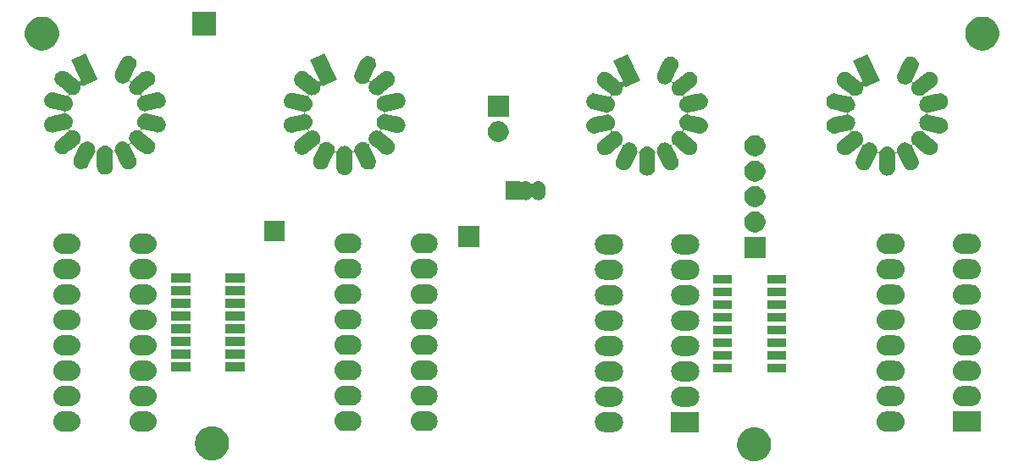
<source format=gbs>
G04 #@! TF.GenerationSoftware,KiCad,Pcbnew,5.1.5*
G04 #@! TF.CreationDate,2020-03-31T14:32:58+02:00*
G04 #@! TF.ProjectId,nixie_2_digit_board,6e697869-655f-4325-9f64-696769745f62,rev?*
G04 #@! TF.SameCoordinates,Original*
G04 #@! TF.FileFunction,Soldermask,Bot*
G04 #@! TF.FilePolarity,Negative*
%FSLAX46Y46*%
G04 Gerber Fmt 4.6, Leading zero omitted, Abs format (unit mm)*
G04 Created by KiCad (PCBNEW 5.1.5) date 2020-03-31 14:32:58*
%MOMM*%
%LPD*%
G04 APERTURE LIST*
%ADD10C,0.100000*%
G04 APERTURE END LIST*
D10*
G36*
X187531654Y-106432665D02*
G01*
X187695872Y-106465330D01*
X188005252Y-106593479D01*
X188283687Y-106779523D01*
X188520477Y-107016313D01*
X188706521Y-107294748D01*
X188834670Y-107604128D01*
X188834670Y-107604130D01*
X188880109Y-107832563D01*
X188900000Y-107932565D01*
X188900000Y-108267435D01*
X188834670Y-108595872D01*
X188706521Y-108905252D01*
X188520477Y-109183687D01*
X188283687Y-109420477D01*
X188005252Y-109606521D01*
X187695872Y-109734670D01*
X187531653Y-109767335D01*
X187367437Y-109800000D01*
X187032563Y-109800000D01*
X186868347Y-109767335D01*
X186704128Y-109734670D01*
X186394748Y-109606521D01*
X186116313Y-109420477D01*
X185879523Y-109183687D01*
X185693479Y-108905252D01*
X185565330Y-108595872D01*
X185500000Y-108267435D01*
X185500000Y-107932565D01*
X185519892Y-107832563D01*
X185565330Y-107604130D01*
X185565330Y-107604128D01*
X185693479Y-107294748D01*
X185879523Y-107016313D01*
X186116313Y-106779523D01*
X186394748Y-106593479D01*
X186704128Y-106465330D01*
X186868346Y-106432665D01*
X187032563Y-106400000D01*
X187367437Y-106400000D01*
X187531654Y-106432665D01*
G37*
G36*
X133331654Y-106332665D02*
G01*
X133495872Y-106365330D01*
X133805252Y-106493479D01*
X134083687Y-106679523D01*
X134320477Y-106916313D01*
X134506521Y-107194748D01*
X134634670Y-107504128D01*
X134667335Y-107668347D01*
X134700000Y-107832563D01*
X134700000Y-108167437D01*
X134667335Y-108331653D01*
X134634670Y-108495872D01*
X134506521Y-108805252D01*
X134320477Y-109083687D01*
X134083687Y-109320477D01*
X133805252Y-109506521D01*
X133495872Y-109634670D01*
X133331653Y-109667335D01*
X133167437Y-109700000D01*
X132832563Y-109700000D01*
X132668347Y-109667335D01*
X132504128Y-109634670D01*
X132194748Y-109506521D01*
X131916313Y-109320477D01*
X131679523Y-109083687D01*
X131493479Y-108805252D01*
X131365330Y-108495872D01*
X131332665Y-108331653D01*
X131300000Y-108167437D01*
X131300000Y-107832563D01*
X131332665Y-107668346D01*
X131365330Y-107504128D01*
X131493479Y-107194748D01*
X131679523Y-106916313D01*
X131916313Y-106679523D01*
X132194748Y-106493479D01*
X132504128Y-106365330D01*
X132668347Y-106332665D01*
X132832563Y-106300000D01*
X133167437Y-106300000D01*
X133331654Y-106332665D01*
G37*
G36*
X173276032Y-104894469D02*
G01*
X173370285Y-104923061D01*
X173464535Y-104951651D01*
X173464537Y-104951652D01*
X173638258Y-105044507D01*
X173790528Y-105169472D01*
X173915493Y-105321742D01*
X174008348Y-105495463D01*
X174065531Y-105683968D01*
X174084838Y-105880000D01*
X174065531Y-106076032D01*
X174008348Y-106264537D01*
X173915493Y-106438258D01*
X173790528Y-106590528D01*
X173638258Y-106715493D01*
X173469809Y-106805530D01*
X173464535Y-106808349D01*
X173393161Y-106830000D01*
X173276032Y-106865531D01*
X173129124Y-106880000D01*
X172230876Y-106880000D01*
X172083968Y-106865531D01*
X171966839Y-106830000D01*
X171895465Y-106808349D01*
X171890191Y-106805530D01*
X171721742Y-106715493D01*
X171569472Y-106590528D01*
X171444507Y-106438258D01*
X171351652Y-106264537D01*
X171294469Y-106076032D01*
X171275162Y-105880000D01*
X171294469Y-105683968D01*
X171351652Y-105495463D01*
X171444507Y-105321742D01*
X171569472Y-105169472D01*
X171721742Y-105044507D01*
X171895463Y-104951652D01*
X171895465Y-104951651D01*
X171989715Y-104923061D01*
X172083968Y-104894469D01*
X172230876Y-104880000D01*
X173129124Y-104880000D01*
X173276032Y-104894469D01*
G37*
G36*
X181700000Y-106880000D02*
G01*
X178900000Y-106880000D01*
X178900000Y-104880000D01*
X181700000Y-104880000D01*
X181700000Y-106880000D01*
G37*
G36*
X209850000Y-106830000D02*
G01*
X207050000Y-106830000D01*
X207050000Y-104830000D01*
X209850000Y-104830000D01*
X209850000Y-106830000D01*
G37*
G36*
X201426032Y-104844469D02*
G01*
X201520285Y-104873061D01*
X201614535Y-104901651D01*
X201614537Y-104901652D01*
X201788258Y-104994507D01*
X201940528Y-105119472D01*
X202065493Y-105271742D01*
X202158348Y-105445463D01*
X202215531Y-105633968D01*
X202234838Y-105830000D01*
X202215531Y-106026032D01*
X202158348Y-106214537D01*
X202065493Y-106388258D01*
X201940528Y-106540528D01*
X201788258Y-106665493D01*
X201633246Y-106748348D01*
X201614535Y-106758349D01*
X201544733Y-106779523D01*
X201426032Y-106815531D01*
X201279124Y-106830000D01*
X200380876Y-106830000D01*
X200233968Y-106815531D01*
X200115267Y-106779523D01*
X200045465Y-106758349D01*
X200026754Y-106748348D01*
X199871742Y-106665493D01*
X199719472Y-106540528D01*
X199594507Y-106388258D01*
X199501652Y-106214537D01*
X199444469Y-106026032D01*
X199425162Y-105830000D01*
X199444469Y-105633968D01*
X199501652Y-105445463D01*
X199594507Y-105271742D01*
X199719472Y-105119472D01*
X199871742Y-104994507D01*
X200045463Y-104901652D01*
X200045465Y-104901651D01*
X200139716Y-104873060D01*
X200233968Y-104844469D01*
X200380876Y-104830000D01*
X201279124Y-104830000D01*
X201426032Y-104844469D01*
G37*
G36*
X119026032Y-104834469D02*
G01*
X119082676Y-104851652D01*
X119214535Y-104891651D01*
X119214537Y-104891652D01*
X119388258Y-104984507D01*
X119540528Y-105109472D01*
X119665493Y-105261742D01*
X119758348Y-105435463D01*
X119815531Y-105623968D01*
X119834838Y-105820000D01*
X119815531Y-106016032D01*
X119758348Y-106204537D01*
X119665493Y-106378258D01*
X119540528Y-106530528D01*
X119388258Y-106655493D01*
X119214537Y-106748348D01*
X119214535Y-106748349D01*
X119157893Y-106765531D01*
X119026032Y-106805531D01*
X118879124Y-106820000D01*
X118080876Y-106820000D01*
X117933968Y-106805531D01*
X117802107Y-106765531D01*
X117745465Y-106748349D01*
X117745463Y-106748348D01*
X117571742Y-106655493D01*
X117419472Y-106530528D01*
X117294507Y-106378258D01*
X117201652Y-106204537D01*
X117144469Y-106016032D01*
X117125162Y-105820000D01*
X117144469Y-105623968D01*
X117201652Y-105435463D01*
X117294507Y-105261742D01*
X117419472Y-105109472D01*
X117571742Y-104984507D01*
X117745463Y-104891652D01*
X117745465Y-104891651D01*
X117877324Y-104851652D01*
X117933968Y-104834469D01*
X118080876Y-104820000D01*
X118879124Y-104820000D01*
X119026032Y-104834469D01*
G37*
G36*
X126646032Y-104834469D02*
G01*
X126702676Y-104851652D01*
X126834535Y-104891651D01*
X126834537Y-104891652D01*
X127008258Y-104984507D01*
X127160528Y-105109472D01*
X127285493Y-105261742D01*
X127378348Y-105435463D01*
X127435531Y-105623968D01*
X127454838Y-105820000D01*
X127435531Y-106016032D01*
X127378348Y-106204537D01*
X127285493Y-106378258D01*
X127160528Y-106530528D01*
X127008258Y-106655493D01*
X126834537Y-106748348D01*
X126834535Y-106748349D01*
X126777893Y-106765531D01*
X126646032Y-106805531D01*
X126499124Y-106820000D01*
X125700876Y-106820000D01*
X125553968Y-106805531D01*
X125422107Y-106765531D01*
X125365465Y-106748349D01*
X125365463Y-106748348D01*
X125191742Y-106655493D01*
X125039472Y-106530528D01*
X124914507Y-106378258D01*
X124821652Y-106204537D01*
X124764469Y-106016032D01*
X124745162Y-105820000D01*
X124764469Y-105623968D01*
X124821652Y-105435463D01*
X124914507Y-105261742D01*
X125039472Y-105109472D01*
X125191742Y-104984507D01*
X125365463Y-104891652D01*
X125365465Y-104891651D01*
X125497324Y-104851652D01*
X125553968Y-104834469D01*
X125700876Y-104820000D01*
X126499124Y-104820000D01*
X126646032Y-104834469D01*
G37*
G36*
X154746032Y-104794469D02*
G01*
X154830195Y-104820000D01*
X154934535Y-104851651D01*
X154934537Y-104851652D01*
X155108258Y-104944507D01*
X155260528Y-105069472D01*
X155385493Y-105221742D01*
X155478348Y-105395463D01*
X155535531Y-105583968D01*
X155554838Y-105780000D01*
X155535531Y-105976032D01*
X155478348Y-106164537D01*
X155385493Y-106338258D01*
X155260528Y-106490528D01*
X155108258Y-106615493D01*
X154988465Y-106679523D01*
X154934535Y-106708349D01*
X154840284Y-106736940D01*
X154746032Y-106765531D01*
X154599124Y-106780000D01*
X153800876Y-106780000D01*
X153653968Y-106765531D01*
X153559716Y-106736940D01*
X153465465Y-106708349D01*
X153411535Y-106679523D01*
X153291742Y-106615493D01*
X153139472Y-106490528D01*
X153014507Y-106338258D01*
X152921652Y-106164537D01*
X152864469Y-105976032D01*
X152845162Y-105780000D01*
X152864469Y-105583968D01*
X152921652Y-105395463D01*
X153014507Y-105221742D01*
X153139472Y-105069472D01*
X153291742Y-104944507D01*
X153465463Y-104851652D01*
X153465465Y-104851651D01*
X153569805Y-104820000D01*
X153653968Y-104794469D01*
X153800876Y-104780000D01*
X154599124Y-104780000D01*
X154746032Y-104794469D01*
G37*
G36*
X147126032Y-104794469D02*
G01*
X147210195Y-104820000D01*
X147314535Y-104851651D01*
X147314537Y-104851652D01*
X147488258Y-104944507D01*
X147640528Y-105069472D01*
X147765493Y-105221742D01*
X147858348Y-105395463D01*
X147915531Y-105583968D01*
X147934838Y-105780000D01*
X147915531Y-105976032D01*
X147858348Y-106164537D01*
X147765493Y-106338258D01*
X147640528Y-106490528D01*
X147488258Y-106615493D01*
X147368465Y-106679523D01*
X147314535Y-106708349D01*
X147220284Y-106736940D01*
X147126032Y-106765531D01*
X146979124Y-106780000D01*
X146180876Y-106780000D01*
X146033968Y-106765531D01*
X145939716Y-106736940D01*
X145845465Y-106708349D01*
X145791535Y-106679523D01*
X145671742Y-106615493D01*
X145519472Y-106490528D01*
X145394507Y-106338258D01*
X145301652Y-106164537D01*
X145244469Y-105976032D01*
X145225162Y-105780000D01*
X145244469Y-105583968D01*
X145301652Y-105395463D01*
X145394507Y-105221742D01*
X145519472Y-105069472D01*
X145671742Y-104944507D01*
X145845463Y-104851652D01*
X145845465Y-104851651D01*
X145949805Y-104820000D01*
X146033968Y-104794469D01*
X146180876Y-104780000D01*
X146979124Y-104780000D01*
X147126032Y-104794469D01*
G37*
G36*
X180896032Y-102354469D02*
G01*
X180990284Y-102383060D01*
X181084535Y-102411651D01*
X181084537Y-102411652D01*
X181258258Y-102504507D01*
X181410528Y-102629472D01*
X181535493Y-102781742D01*
X181628348Y-102955463D01*
X181685531Y-103143968D01*
X181704838Y-103340000D01*
X181685531Y-103536032D01*
X181628348Y-103724537D01*
X181535493Y-103898258D01*
X181410528Y-104050528D01*
X181258258Y-104175493D01*
X181089809Y-104265530D01*
X181084535Y-104268349D01*
X181013161Y-104290000D01*
X180896032Y-104325531D01*
X180749124Y-104340000D01*
X179850876Y-104340000D01*
X179703968Y-104325531D01*
X179586839Y-104290000D01*
X179515465Y-104268349D01*
X179510191Y-104265530D01*
X179341742Y-104175493D01*
X179189472Y-104050528D01*
X179064507Y-103898258D01*
X178971652Y-103724537D01*
X178914469Y-103536032D01*
X178895162Y-103340000D01*
X178914469Y-103143968D01*
X178971652Y-102955463D01*
X179064507Y-102781742D01*
X179189472Y-102629472D01*
X179341742Y-102504507D01*
X179515463Y-102411652D01*
X179515465Y-102411651D01*
X179609716Y-102383060D01*
X179703968Y-102354469D01*
X179850876Y-102340000D01*
X180749124Y-102340000D01*
X180896032Y-102354469D01*
G37*
G36*
X173276032Y-102354469D02*
G01*
X173370284Y-102383060D01*
X173464535Y-102411651D01*
X173464537Y-102411652D01*
X173638258Y-102504507D01*
X173790528Y-102629472D01*
X173915493Y-102781742D01*
X174008348Y-102955463D01*
X174065531Y-103143968D01*
X174084838Y-103340000D01*
X174065531Y-103536032D01*
X174008348Y-103724537D01*
X173915493Y-103898258D01*
X173790528Y-104050528D01*
X173638258Y-104175493D01*
X173469809Y-104265530D01*
X173464535Y-104268349D01*
X173393161Y-104290000D01*
X173276032Y-104325531D01*
X173129124Y-104340000D01*
X172230876Y-104340000D01*
X172083968Y-104325531D01*
X171966839Y-104290000D01*
X171895465Y-104268349D01*
X171890191Y-104265530D01*
X171721742Y-104175493D01*
X171569472Y-104050528D01*
X171444507Y-103898258D01*
X171351652Y-103724537D01*
X171294469Y-103536032D01*
X171275162Y-103340000D01*
X171294469Y-103143968D01*
X171351652Y-102955463D01*
X171444507Y-102781742D01*
X171569472Y-102629472D01*
X171721742Y-102504507D01*
X171895463Y-102411652D01*
X171895465Y-102411651D01*
X171989716Y-102383060D01*
X172083968Y-102354469D01*
X172230876Y-102340000D01*
X173129124Y-102340000D01*
X173276032Y-102354469D01*
G37*
G36*
X201426032Y-102304469D02*
G01*
X201520284Y-102333060D01*
X201614535Y-102361651D01*
X201614537Y-102361652D01*
X201788258Y-102454507D01*
X201940528Y-102579472D01*
X202065493Y-102731742D01*
X202158348Y-102905463D01*
X202215531Y-103093968D01*
X202234838Y-103290000D01*
X202215531Y-103486032D01*
X202158348Y-103674537D01*
X202065493Y-103848258D01*
X201940528Y-104000528D01*
X201788258Y-104125493D01*
X201633246Y-104208348D01*
X201614535Y-104218349D01*
X201543161Y-104240000D01*
X201426032Y-104275531D01*
X201279124Y-104290000D01*
X200380876Y-104290000D01*
X200233968Y-104275531D01*
X200116839Y-104240000D01*
X200045465Y-104218349D01*
X200026754Y-104208348D01*
X199871742Y-104125493D01*
X199719472Y-104000528D01*
X199594507Y-103848258D01*
X199501652Y-103674537D01*
X199444469Y-103486032D01*
X199425162Y-103290000D01*
X199444469Y-103093968D01*
X199501652Y-102905463D01*
X199594507Y-102731742D01*
X199719472Y-102579472D01*
X199871742Y-102454507D01*
X200045463Y-102361652D01*
X200045465Y-102361651D01*
X200139716Y-102333060D01*
X200233968Y-102304469D01*
X200380876Y-102290000D01*
X201279124Y-102290000D01*
X201426032Y-102304469D01*
G37*
G36*
X209046032Y-102304469D02*
G01*
X209140284Y-102333060D01*
X209234535Y-102361651D01*
X209234537Y-102361652D01*
X209408258Y-102454507D01*
X209560528Y-102579472D01*
X209685493Y-102731742D01*
X209778348Y-102905463D01*
X209835531Y-103093968D01*
X209854838Y-103290000D01*
X209835531Y-103486032D01*
X209778348Y-103674537D01*
X209685493Y-103848258D01*
X209560528Y-104000528D01*
X209408258Y-104125493D01*
X209253246Y-104208348D01*
X209234535Y-104218349D01*
X209163161Y-104240000D01*
X209046032Y-104275531D01*
X208899124Y-104290000D01*
X208000876Y-104290000D01*
X207853968Y-104275531D01*
X207736839Y-104240000D01*
X207665465Y-104218349D01*
X207646754Y-104208348D01*
X207491742Y-104125493D01*
X207339472Y-104000528D01*
X207214507Y-103848258D01*
X207121652Y-103674537D01*
X207064469Y-103486032D01*
X207045162Y-103290000D01*
X207064469Y-103093968D01*
X207121652Y-102905463D01*
X207214507Y-102731742D01*
X207339472Y-102579472D01*
X207491742Y-102454507D01*
X207665463Y-102361652D01*
X207665465Y-102361651D01*
X207759716Y-102333060D01*
X207853968Y-102304469D01*
X208000876Y-102290000D01*
X208899124Y-102290000D01*
X209046032Y-102304469D01*
G37*
G36*
X126646032Y-102294469D02*
G01*
X126702676Y-102311652D01*
X126834535Y-102351651D01*
X126834537Y-102351652D01*
X127008258Y-102444507D01*
X127160528Y-102569472D01*
X127285493Y-102721742D01*
X127378348Y-102895463D01*
X127435531Y-103083968D01*
X127454838Y-103280000D01*
X127435531Y-103476032D01*
X127378348Y-103664537D01*
X127285493Y-103838258D01*
X127160528Y-103990528D01*
X127008258Y-104115493D01*
X126834537Y-104208348D01*
X126834535Y-104208349D01*
X126777893Y-104225531D01*
X126646032Y-104265531D01*
X126499124Y-104280000D01*
X125700876Y-104280000D01*
X125553968Y-104265531D01*
X125422107Y-104225531D01*
X125365465Y-104208349D01*
X125365463Y-104208348D01*
X125191742Y-104115493D01*
X125039472Y-103990528D01*
X124914507Y-103838258D01*
X124821652Y-103664537D01*
X124764469Y-103476032D01*
X124745162Y-103280000D01*
X124764469Y-103083968D01*
X124821652Y-102895463D01*
X124914507Y-102721742D01*
X125039472Y-102569472D01*
X125191742Y-102444507D01*
X125365463Y-102351652D01*
X125365465Y-102351651D01*
X125497324Y-102311652D01*
X125553968Y-102294469D01*
X125700876Y-102280000D01*
X126499124Y-102280000D01*
X126646032Y-102294469D01*
G37*
G36*
X119026032Y-102294469D02*
G01*
X119082676Y-102311652D01*
X119214535Y-102351651D01*
X119214537Y-102351652D01*
X119388258Y-102444507D01*
X119540528Y-102569472D01*
X119665493Y-102721742D01*
X119758348Y-102895463D01*
X119815531Y-103083968D01*
X119834838Y-103280000D01*
X119815531Y-103476032D01*
X119758348Y-103664537D01*
X119665493Y-103838258D01*
X119540528Y-103990528D01*
X119388258Y-104115493D01*
X119214537Y-104208348D01*
X119214535Y-104208349D01*
X119157893Y-104225531D01*
X119026032Y-104265531D01*
X118879124Y-104280000D01*
X118080876Y-104280000D01*
X117933968Y-104265531D01*
X117802107Y-104225531D01*
X117745465Y-104208349D01*
X117745463Y-104208348D01*
X117571742Y-104115493D01*
X117419472Y-103990528D01*
X117294507Y-103838258D01*
X117201652Y-103664537D01*
X117144469Y-103476032D01*
X117125162Y-103280000D01*
X117144469Y-103083968D01*
X117201652Y-102895463D01*
X117294507Y-102721742D01*
X117419472Y-102569472D01*
X117571742Y-102444507D01*
X117745463Y-102351652D01*
X117745465Y-102351651D01*
X117877324Y-102311652D01*
X117933968Y-102294469D01*
X118080876Y-102280000D01*
X118879124Y-102280000D01*
X119026032Y-102294469D01*
G37*
G36*
X147126032Y-102254469D02*
G01*
X147210195Y-102280000D01*
X147314535Y-102311651D01*
X147314537Y-102311652D01*
X147488258Y-102404507D01*
X147640528Y-102529472D01*
X147765493Y-102681742D01*
X147858348Y-102855463D01*
X147915531Y-103043968D01*
X147934838Y-103240000D01*
X147915531Y-103436032D01*
X147858348Y-103624537D01*
X147765493Y-103798258D01*
X147640528Y-103950528D01*
X147488258Y-104075493D01*
X147314537Y-104168348D01*
X147314535Y-104168349D01*
X147220284Y-104196940D01*
X147126032Y-104225531D01*
X146979124Y-104240000D01*
X146180876Y-104240000D01*
X146033968Y-104225531D01*
X145939716Y-104196940D01*
X145845465Y-104168349D01*
X145845463Y-104168348D01*
X145671742Y-104075493D01*
X145519472Y-103950528D01*
X145394507Y-103798258D01*
X145301652Y-103624537D01*
X145244469Y-103436032D01*
X145225162Y-103240000D01*
X145244469Y-103043968D01*
X145301652Y-102855463D01*
X145394507Y-102681742D01*
X145519472Y-102529472D01*
X145671742Y-102404507D01*
X145845463Y-102311652D01*
X145845465Y-102311651D01*
X145949805Y-102280000D01*
X146033968Y-102254469D01*
X146180876Y-102240000D01*
X146979124Y-102240000D01*
X147126032Y-102254469D01*
G37*
G36*
X154746032Y-102254469D02*
G01*
X154830195Y-102280000D01*
X154934535Y-102311651D01*
X154934537Y-102311652D01*
X155108258Y-102404507D01*
X155260528Y-102529472D01*
X155385493Y-102681742D01*
X155478348Y-102855463D01*
X155535531Y-103043968D01*
X155554838Y-103240000D01*
X155535531Y-103436032D01*
X155478348Y-103624537D01*
X155385493Y-103798258D01*
X155260528Y-103950528D01*
X155108258Y-104075493D01*
X154934537Y-104168348D01*
X154934535Y-104168349D01*
X154840284Y-104196940D01*
X154746032Y-104225531D01*
X154599124Y-104240000D01*
X153800876Y-104240000D01*
X153653968Y-104225531D01*
X153559716Y-104196940D01*
X153465465Y-104168349D01*
X153465463Y-104168348D01*
X153291742Y-104075493D01*
X153139472Y-103950528D01*
X153014507Y-103798258D01*
X152921652Y-103624537D01*
X152864469Y-103436032D01*
X152845162Y-103240000D01*
X152864469Y-103043968D01*
X152921652Y-102855463D01*
X153014507Y-102681742D01*
X153139472Y-102529472D01*
X153291742Y-102404507D01*
X153465463Y-102311652D01*
X153465465Y-102311651D01*
X153569805Y-102280000D01*
X153653968Y-102254469D01*
X153800876Y-102240000D01*
X154599124Y-102240000D01*
X154746032Y-102254469D01*
G37*
G36*
X180896032Y-99814469D02*
G01*
X180990285Y-99843061D01*
X181084535Y-99871651D01*
X181084537Y-99871652D01*
X181258258Y-99964507D01*
X181410528Y-100089472D01*
X181535493Y-100241742D01*
X181628348Y-100415463D01*
X181685531Y-100603968D01*
X181704838Y-100800000D01*
X181685531Y-100996032D01*
X181628348Y-101184537D01*
X181535493Y-101358258D01*
X181410528Y-101510528D01*
X181258258Y-101635493D01*
X181089809Y-101725530D01*
X181084535Y-101728349D01*
X181013161Y-101750000D01*
X180896032Y-101785531D01*
X180749124Y-101800000D01*
X179850876Y-101800000D01*
X179703968Y-101785531D01*
X179586839Y-101750000D01*
X179515465Y-101728349D01*
X179510191Y-101725530D01*
X179341742Y-101635493D01*
X179189472Y-101510528D01*
X179064507Y-101358258D01*
X178971652Y-101184537D01*
X178914469Y-100996032D01*
X178895162Y-100800000D01*
X178914469Y-100603968D01*
X178971652Y-100415463D01*
X179064507Y-100241742D01*
X179189472Y-100089472D01*
X179341742Y-99964507D01*
X179515463Y-99871652D01*
X179515465Y-99871651D01*
X179609715Y-99843061D01*
X179703968Y-99814469D01*
X179850876Y-99800000D01*
X180749124Y-99800000D01*
X180896032Y-99814469D01*
G37*
G36*
X173276032Y-99814469D02*
G01*
X173370285Y-99843061D01*
X173464535Y-99871651D01*
X173464537Y-99871652D01*
X173638258Y-99964507D01*
X173790528Y-100089472D01*
X173915493Y-100241742D01*
X174008348Y-100415463D01*
X174065531Y-100603968D01*
X174084838Y-100800000D01*
X174065531Y-100996032D01*
X174008348Y-101184537D01*
X173915493Y-101358258D01*
X173790528Y-101510528D01*
X173638258Y-101635493D01*
X173469809Y-101725530D01*
X173464535Y-101728349D01*
X173393161Y-101750000D01*
X173276032Y-101785531D01*
X173129124Y-101800000D01*
X172230876Y-101800000D01*
X172083968Y-101785531D01*
X171966839Y-101750000D01*
X171895465Y-101728349D01*
X171890191Y-101725530D01*
X171721742Y-101635493D01*
X171569472Y-101510528D01*
X171444507Y-101358258D01*
X171351652Y-101184537D01*
X171294469Y-100996032D01*
X171275162Y-100800000D01*
X171294469Y-100603968D01*
X171351652Y-100415463D01*
X171444507Y-100241742D01*
X171569472Y-100089472D01*
X171721742Y-99964507D01*
X171895463Y-99871652D01*
X171895465Y-99871651D01*
X171989715Y-99843061D01*
X172083968Y-99814469D01*
X172230876Y-99800000D01*
X173129124Y-99800000D01*
X173276032Y-99814469D01*
G37*
G36*
X209046032Y-99764469D02*
G01*
X209140285Y-99793061D01*
X209234535Y-99821651D01*
X209234537Y-99821652D01*
X209408258Y-99914507D01*
X209560528Y-100039472D01*
X209685493Y-100191742D01*
X209778348Y-100365463D01*
X209835531Y-100553968D01*
X209854838Y-100750000D01*
X209835531Y-100946032D01*
X209778348Y-101134537D01*
X209685493Y-101308258D01*
X209560528Y-101460528D01*
X209408258Y-101585493D01*
X209253246Y-101668348D01*
X209234535Y-101678349D01*
X209163161Y-101700000D01*
X209046032Y-101735531D01*
X208899124Y-101750000D01*
X208000876Y-101750000D01*
X207853968Y-101735531D01*
X207736839Y-101700000D01*
X207665465Y-101678349D01*
X207646754Y-101668348D01*
X207491742Y-101585493D01*
X207339472Y-101460528D01*
X207214507Y-101308258D01*
X207121652Y-101134537D01*
X207064469Y-100946032D01*
X207045162Y-100750000D01*
X207064469Y-100553968D01*
X207121652Y-100365463D01*
X207214507Y-100191742D01*
X207339472Y-100039472D01*
X207491742Y-99914507D01*
X207665463Y-99821652D01*
X207665465Y-99821651D01*
X207759715Y-99793061D01*
X207853968Y-99764469D01*
X208000876Y-99750000D01*
X208899124Y-99750000D01*
X209046032Y-99764469D01*
G37*
G36*
X201426032Y-99764469D02*
G01*
X201520285Y-99793061D01*
X201614535Y-99821651D01*
X201614537Y-99821652D01*
X201788258Y-99914507D01*
X201940528Y-100039472D01*
X202065493Y-100191742D01*
X202158348Y-100365463D01*
X202215531Y-100553968D01*
X202234838Y-100750000D01*
X202215531Y-100946032D01*
X202158348Y-101134537D01*
X202065493Y-101308258D01*
X201940528Y-101460528D01*
X201788258Y-101585493D01*
X201633246Y-101668348D01*
X201614535Y-101678349D01*
X201543161Y-101700000D01*
X201426032Y-101735531D01*
X201279124Y-101750000D01*
X200380876Y-101750000D01*
X200233968Y-101735531D01*
X200116839Y-101700000D01*
X200045465Y-101678349D01*
X200026754Y-101668348D01*
X199871742Y-101585493D01*
X199719472Y-101460528D01*
X199594507Y-101308258D01*
X199501652Y-101134537D01*
X199444469Y-100946032D01*
X199425162Y-100750000D01*
X199444469Y-100553968D01*
X199501652Y-100365463D01*
X199594507Y-100191742D01*
X199719472Y-100039472D01*
X199871742Y-99914507D01*
X200045463Y-99821652D01*
X200045465Y-99821651D01*
X200139715Y-99793061D01*
X200233968Y-99764469D01*
X200380876Y-99750000D01*
X201279124Y-99750000D01*
X201426032Y-99764469D01*
G37*
G36*
X126646032Y-99754469D02*
G01*
X126702676Y-99771652D01*
X126834535Y-99811651D01*
X126834537Y-99811652D01*
X127008258Y-99904507D01*
X127160528Y-100029472D01*
X127285493Y-100181742D01*
X127378348Y-100355463D01*
X127435531Y-100543968D01*
X127454838Y-100740000D01*
X127435531Y-100936032D01*
X127378348Y-101124537D01*
X127285493Y-101298258D01*
X127160528Y-101450528D01*
X127008258Y-101575493D01*
X126834537Y-101668348D01*
X126834535Y-101668349D01*
X126777893Y-101685531D01*
X126646032Y-101725531D01*
X126499124Y-101740000D01*
X125700876Y-101740000D01*
X125553968Y-101725531D01*
X125422107Y-101685531D01*
X125365465Y-101668349D01*
X125365463Y-101668348D01*
X125191742Y-101575493D01*
X125039472Y-101450528D01*
X124914507Y-101298258D01*
X124821652Y-101124537D01*
X124764469Y-100936032D01*
X124745162Y-100740000D01*
X124764469Y-100543968D01*
X124821652Y-100355463D01*
X124914507Y-100181742D01*
X125039472Y-100029472D01*
X125191742Y-99904507D01*
X125365463Y-99811652D01*
X125365465Y-99811651D01*
X125497324Y-99771652D01*
X125553968Y-99754469D01*
X125700876Y-99740000D01*
X126499124Y-99740000D01*
X126646032Y-99754469D01*
G37*
G36*
X119026032Y-99754469D02*
G01*
X119082676Y-99771652D01*
X119214535Y-99811651D01*
X119214537Y-99811652D01*
X119388258Y-99904507D01*
X119540528Y-100029472D01*
X119665493Y-100181742D01*
X119758348Y-100355463D01*
X119815531Y-100543968D01*
X119834838Y-100740000D01*
X119815531Y-100936032D01*
X119758348Y-101124537D01*
X119665493Y-101298258D01*
X119540528Y-101450528D01*
X119388258Y-101575493D01*
X119214537Y-101668348D01*
X119214535Y-101668349D01*
X119157893Y-101685531D01*
X119026032Y-101725531D01*
X118879124Y-101740000D01*
X118080876Y-101740000D01*
X117933968Y-101725531D01*
X117802107Y-101685531D01*
X117745465Y-101668349D01*
X117745463Y-101668348D01*
X117571742Y-101575493D01*
X117419472Y-101450528D01*
X117294507Y-101298258D01*
X117201652Y-101124537D01*
X117144469Y-100936032D01*
X117125162Y-100740000D01*
X117144469Y-100543968D01*
X117201652Y-100355463D01*
X117294507Y-100181742D01*
X117419472Y-100029472D01*
X117571742Y-99904507D01*
X117745463Y-99811652D01*
X117745465Y-99811651D01*
X117877324Y-99771652D01*
X117933968Y-99754469D01*
X118080876Y-99740000D01*
X118879124Y-99740000D01*
X119026032Y-99754469D01*
G37*
G36*
X154746032Y-99714469D02*
G01*
X154830195Y-99740000D01*
X154934535Y-99771651D01*
X154934537Y-99771652D01*
X155108258Y-99864507D01*
X155260528Y-99989472D01*
X155385493Y-100141742D01*
X155478348Y-100315463D01*
X155535531Y-100503968D01*
X155554838Y-100700000D01*
X155535531Y-100896032D01*
X155478348Y-101084537D01*
X155385493Y-101258258D01*
X155260528Y-101410528D01*
X155108258Y-101535493D01*
X154934537Y-101628348D01*
X154934535Y-101628349D01*
X154840285Y-101656939D01*
X154746032Y-101685531D01*
X154599124Y-101700000D01*
X153800876Y-101700000D01*
X153653968Y-101685531D01*
X153559715Y-101656939D01*
X153465465Y-101628349D01*
X153465463Y-101628348D01*
X153291742Y-101535493D01*
X153139472Y-101410528D01*
X153014507Y-101258258D01*
X152921652Y-101084537D01*
X152864469Y-100896032D01*
X152845162Y-100700000D01*
X152864469Y-100503968D01*
X152921652Y-100315463D01*
X153014507Y-100141742D01*
X153139472Y-99989472D01*
X153291742Y-99864507D01*
X153465463Y-99771652D01*
X153465465Y-99771651D01*
X153569805Y-99740000D01*
X153653968Y-99714469D01*
X153800876Y-99700000D01*
X154599124Y-99700000D01*
X154746032Y-99714469D01*
G37*
G36*
X147126032Y-99714469D02*
G01*
X147210195Y-99740000D01*
X147314535Y-99771651D01*
X147314537Y-99771652D01*
X147488258Y-99864507D01*
X147640528Y-99989472D01*
X147765493Y-100141742D01*
X147858348Y-100315463D01*
X147915531Y-100503968D01*
X147934838Y-100700000D01*
X147915531Y-100896032D01*
X147858348Y-101084537D01*
X147765493Y-101258258D01*
X147640528Y-101410528D01*
X147488258Y-101535493D01*
X147314537Y-101628348D01*
X147314535Y-101628349D01*
X147220285Y-101656939D01*
X147126032Y-101685531D01*
X146979124Y-101700000D01*
X146180876Y-101700000D01*
X146033968Y-101685531D01*
X145939715Y-101656939D01*
X145845465Y-101628349D01*
X145845463Y-101628348D01*
X145671742Y-101535493D01*
X145519472Y-101410528D01*
X145394507Y-101258258D01*
X145301652Y-101084537D01*
X145244469Y-100896032D01*
X145225162Y-100700000D01*
X145244469Y-100503968D01*
X145301652Y-100315463D01*
X145394507Y-100141742D01*
X145519472Y-99989472D01*
X145671742Y-99864507D01*
X145845463Y-99771652D01*
X145845465Y-99771651D01*
X145949805Y-99740000D01*
X146033968Y-99714469D01*
X146180876Y-99700000D01*
X146979124Y-99700000D01*
X147126032Y-99714469D01*
G37*
G36*
X185000000Y-100920000D02*
G01*
X183100000Y-100920000D01*
X183100000Y-100020000D01*
X185000000Y-100020000D01*
X185000000Y-100920000D01*
G37*
G36*
X190400000Y-100920000D02*
G01*
X188500000Y-100920000D01*
X188500000Y-100020000D01*
X190400000Y-100020000D01*
X190400000Y-100920000D01*
G37*
G36*
X130850000Y-100790000D02*
G01*
X128950000Y-100790000D01*
X128950000Y-99890000D01*
X130850000Y-99890000D01*
X130850000Y-100790000D01*
G37*
G36*
X136250000Y-100790000D02*
G01*
X134350000Y-100790000D01*
X134350000Y-99890000D01*
X136250000Y-99890000D01*
X136250000Y-100790000D01*
G37*
G36*
X190400000Y-99650000D02*
G01*
X188500000Y-99650000D01*
X188500000Y-98750000D01*
X190400000Y-98750000D01*
X190400000Y-99650000D01*
G37*
G36*
X185000000Y-99650000D02*
G01*
X183100000Y-99650000D01*
X183100000Y-98750000D01*
X185000000Y-98750000D01*
X185000000Y-99650000D01*
G37*
G36*
X130850000Y-99520000D02*
G01*
X128950000Y-99520000D01*
X128950000Y-98620000D01*
X130850000Y-98620000D01*
X130850000Y-99520000D01*
G37*
G36*
X136250000Y-99520000D02*
G01*
X134350000Y-99520000D01*
X134350000Y-98620000D01*
X136250000Y-98620000D01*
X136250000Y-99520000D01*
G37*
G36*
X180896032Y-97274469D02*
G01*
X180990285Y-97303061D01*
X181084535Y-97331651D01*
X181084537Y-97331652D01*
X181258258Y-97424507D01*
X181410528Y-97549472D01*
X181535493Y-97701742D01*
X181628348Y-97875463D01*
X181685531Y-98063968D01*
X181704838Y-98260000D01*
X181685531Y-98456032D01*
X181685530Y-98456034D01*
X181635792Y-98620000D01*
X181628348Y-98644537D01*
X181535493Y-98818258D01*
X181410528Y-98970528D01*
X181258258Y-99095493D01*
X181089809Y-99185530D01*
X181084535Y-99188349D01*
X181013161Y-99210000D01*
X180896032Y-99245531D01*
X180749124Y-99260000D01*
X179850876Y-99260000D01*
X179703968Y-99245531D01*
X179586839Y-99210000D01*
X179515465Y-99188349D01*
X179510191Y-99185530D01*
X179341742Y-99095493D01*
X179189472Y-98970528D01*
X179064507Y-98818258D01*
X178971652Y-98644537D01*
X178964209Y-98620000D01*
X178914470Y-98456034D01*
X178914469Y-98456032D01*
X178895162Y-98260000D01*
X178914469Y-98063968D01*
X178971652Y-97875463D01*
X179064507Y-97701742D01*
X179189472Y-97549472D01*
X179341742Y-97424507D01*
X179515463Y-97331652D01*
X179515465Y-97331651D01*
X179609715Y-97303061D01*
X179703968Y-97274469D01*
X179850876Y-97260000D01*
X180749124Y-97260000D01*
X180896032Y-97274469D01*
G37*
G36*
X173276032Y-97274469D02*
G01*
X173370285Y-97303061D01*
X173464535Y-97331651D01*
X173464537Y-97331652D01*
X173638258Y-97424507D01*
X173790528Y-97549472D01*
X173915493Y-97701742D01*
X174008348Y-97875463D01*
X174065531Y-98063968D01*
X174084838Y-98260000D01*
X174065531Y-98456032D01*
X174065530Y-98456034D01*
X174015792Y-98620000D01*
X174008348Y-98644537D01*
X173915493Y-98818258D01*
X173790528Y-98970528D01*
X173638258Y-99095493D01*
X173469809Y-99185530D01*
X173464535Y-99188349D01*
X173393161Y-99210000D01*
X173276032Y-99245531D01*
X173129124Y-99260000D01*
X172230876Y-99260000D01*
X172083968Y-99245531D01*
X171966839Y-99210000D01*
X171895465Y-99188349D01*
X171890191Y-99185530D01*
X171721742Y-99095493D01*
X171569472Y-98970528D01*
X171444507Y-98818258D01*
X171351652Y-98644537D01*
X171344209Y-98620000D01*
X171294470Y-98456034D01*
X171294469Y-98456032D01*
X171275162Y-98260000D01*
X171294469Y-98063968D01*
X171351652Y-97875463D01*
X171444507Y-97701742D01*
X171569472Y-97549472D01*
X171721742Y-97424507D01*
X171895463Y-97331652D01*
X171895465Y-97331651D01*
X171989715Y-97303061D01*
X172083968Y-97274469D01*
X172230876Y-97260000D01*
X173129124Y-97260000D01*
X173276032Y-97274469D01*
G37*
G36*
X209046032Y-97224469D02*
G01*
X209140285Y-97253061D01*
X209234535Y-97281651D01*
X209234537Y-97281652D01*
X209408258Y-97374507D01*
X209560528Y-97499472D01*
X209685493Y-97651742D01*
X209778348Y-97825463D01*
X209835531Y-98013968D01*
X209854838Y-98210000D01*
X209835531Y-98406032D01*
X209778348Y-98594537D01*
X209685493Y-98768258D01*
X209560528Y-98920528D01*
X209408258Y-99045493D01*
X209253246Y-99128348D01*
X209234535Y-99138349D01*
X209163161Y-99160000D01*
X209046032Y-99195531D01*
X208899124Y-99210000D01*
X208000876Y-99210000D01*
X207853968Y-99195531D01*
X207736839Y-99160000D01*
X207665465Y-99138349D01*
X207646754Y-99128348D01*
X207491742Y-99045493D01*
X207339472Y-98920528D01*
X207214507Y-98768258D01*
X207121652Y-98594537D01*
X207064469Y-98406032D01*
X207045162Y-98210000D01*
X207064469Y-98013968D01*
X207121652Y-97825463D01*
X207214507Y-97651742D01*
X207339472Y-97499472D01*
X207491742Y-97374507D01*
X207665463Y-97281652D01*
X207665465Y-97281651D01*
X207759715Y-97253061D01*
X207853968Y-97224469D01*
X208000876Y-97210000D01*
X208899124Y-97210000D01*
X209046032Y-97224469D01*
G37*
G36*
X201426032Y-97224469D02*
G01*
X201520285Y-97253061D01*
X201614535Y-97281651D01*
X201614537Y-97281652D01*
X201788258Y-97374507D01*
X201940528Y-97499472D01*
X202065493Y-97651742D01*
X202158348Y-97825463D01*
X202215531Y-98013968D01*
X202234838Y-98210000D01*
X202215531Y-98406032D01*
X202158348Y-98594537D01*
X202065493Y-98768258D01*
X201940528Y-98920528D01*
X201788258Y-99045493D01*
X201633246Y-99128348D01*
X201614535Y-99138349D01*
X201543161Y-99160000D01*
X201426032Y-99195531D01*
X201279124Y-99210000D01*
X200380876Y-99210000D01*
X200233968Y-99195531D01*
X200116839Y-99160000D01*
X200045465Y-99138349D01*
X200026754Y-99128348D01*
X199871742Y-99045493D01*
X199719472Y-98920528D01*
X199594507Y-98768258D01*
X199501652Y-98594537D01*
X199444469Y-98406032D01*
X199425162Y-98210000D01*
X199444469Y-98013968D01*
X199501652Y-97825463D01*
X199594507Y-97651742D01*
X199719472Y-97499472D01*
X199871742Y-97374507D01*
X200045463Y-97281652D01*
X200045465Y-97281651D01*
X200139715Y-97253061D01*
X200233968Y-97224469D01*
X200380876Y-97210000D01*
X201279124Y-97210000D01*
X201426032Y-97224469D01*
G37*
G36*
X119026032Y-97214469D02*
G01*
X119082676Y-97231652D01*
X119214535Y-97271651D01*
X119214537Y-97271652D01*
X119388258Y-97364507D01*
X119540528Y-97489472D01*
X119665493Y-97641742D01*
X119758348Y-97815463D01*
X119815531Y-98003968D01*
X119834838Y-98200000D01*
X119815531Y-98396032D01*
X119758348Y-98584537D01*
X119665493Y-98758258D01*
X119540528Y-98910528D01*
X119388258Y-99035493D01*
X119214537Y-99128348D01*
X119214535Y-99128349D01*
X119157893Y-99145531D01*
X119026032Y-99185531D01*
X118879124Y-99200000D01*
X118080876Y-99200000D01*
X117933968Y-99185531D01*
X117802107Y-99145531D01*
X117745465Y-99128349D01*
X117745463Y-99128348D01*
X117571742Y-99035493D01*
X117419472Y-98910528D01*
X117294507Y-98758258D01*
X117201652Y-98584537D01*
X117144469Y-98396032D01*
X117125162Y-98200000D01*
X117144469Y-98003968D01*
X117201652Y-97815463D01*
X117294507Y-97641742D01*
X117419472Y-97489472D01*
X117571742Y-97364507D01*
X117745463Y-97271652D01*
X117745465Y-97271651D01*
X117877324Y-97231652D01*
X117933968Y-97214469D01*
X118080876Y-97200000D01*
X118879124Y-97200000D01*
X119026032Y-97214469D01*
G37*
G36*
X126646032Y-97214469D02*
G01*
X126702676Y-97231652D01*
X126834535Y-97271651D01*
X126834537Y-97271652D01*
X127008258Y-97364507D01*
X127160528Y-97489472D01*
X127285493Y-97641742D01*
X127378348Y-97815463D01*
X127435531Y-98003968D01*
X127454838Y-98200000D01*
X127435531Y-98396032D01*
X127378348Y-98584537D01*
X127285493Y-98758258D01*
X127160528Y-98910528D01*
X127008258Y-99035493D01*
X126834537Y-99128348D01*
X126834535Y-99128349D01*
X126777893Y-99145531D01*
X126646032Y-99185531D01*
X126499124Y-99200000D01*
X125700876Y-99200000D01*
X125553968Y-99185531D01*
X125422107Y-99145531D01*
X125365465Y-99128349D01*
X125365463Y-99128348D01*
X125191742Y-99035493D01*
X125039472Y-98910528D01*
X124914507Y-98758258D01*
X124821652Y-98584537D01*
X124764469Y-98396032D01*
X124745162Y-98200000D01*
X124764469Y-98003968D01*
X124821652Y-97815463D01*
X124914507Y-97641742D01*
X125039472Y-97489472D01*
X125191742Y-97364507D01*
X125365463Y-97271652D01*
X125365465Y-97271651D01*
X125497324Y-97231652D01*
X125553968Y-97214469D01*
X125700876Y-97200000D01*
X126499124Y-97200000D01*
X126646032Y-97214469D01*
G37*
G36*
X147126032Y-97174469D02*
G01*
X147210195Y-97200000D01*
X147314535Y-97231651D01*
X147314537Y-97231652D01*
X147488258Y-97324507D01*
X147640528Y-97449472D01*
X147765493Y-97601742D01*
X147858348Y-97775463D01*
X147915531Y-97963968D01*
X147934838Y-98160000D01*
X147915531Y-98356032D01*
X147858348Y-98544537D01*
X147765493Y-98718258D01*
X147640528Y-98870528D01*
X147488258Y-98995493D01*
X147314537Y-99088348D01*
X147314535Y-99088349D01*
X147220285Y-99116939D01*
X147126032Y-99145531D01*
X146979124Y-99160000D01*
X146180876Y-99160000D01*
X146033968Y-99145531D01*
X145939715Y-99116939D01*
X145845465Y-99088349D01*
X145845463Y-99088348D01*
X145671742Y-98995493D01*
X145519472Y-98870528D01*
X145394507Y-98718258D01*
X145301652Y-98544537D01*
X145244469Y-98356032D01*
X145225162Y-98160000D01*
X145244469Y-97963968D01*
X145301652Y-97775463D01*
X145394507Y-97601742D01*
X145519472Y-97449472D01*
X145671742Y-97324507D01*
X145845463Y-97231652D01*
X145845465Y-97231651D01*
X145949805Y-97200000D01*
X146033968Y-97174469D01*
X146180876Y-97160000D01*
X146979124Y-97160000D01*
X147126032Y-97174469D01*
G37*
G36*
X154746032Y-97174469D02*
G01*
X154830195Y-97200000D01*
X154934535Y-97231651D01*
X154934537Y-97231652D01*
X155108258Y-97324507D01*
X155260528Y-97449472D01*
X155385493Y-97601742D01*
X155478348Y-97775463D01*
X155535531Y-97963968D01*
X155554838Y-98160000D01*
X155535531Y-98356032D01*
X155478348Y-98544537D01*
X155385493Y-98718258D01*
X155260528Y-98870528D01*
X155108258Y-98995493D01*
X154934537Y-99088348D01*
X154934535Y-99088349D01*
X154840285Y-99116939D01*
X154746032Y-99145531D01*
X154599124Y-99160000D01*
X153800876Y-99160000D01*
X153653968Y-99145531D01*
X153559715Y-99116939D01*
X153465465Y-99088349D01*
X153465463Y-99088348D01*
X153291742Y-98995493D01*
X153139472Y-98870528D01*
X153014507Y-98718258D01*
X152921652Y-98544537D01*
X152864469Y-98356032D01*
X152845162Y-98160000D01*
X152864469Y-97963968D01*
X152921652Y-97775463D01*
X153014507Y-97601742D01*
X153139472Y-97449472D01*
X153291742Y-97324507D01*
X153465463Y-97231652D01*
X153465465Y-97231651D01*
X153569805Y-97200000D01*
X153653968Y-97174469D01*
X153800876Y-97160000D01*
X154599124Y-97160000D01*
X154746032Y-97174469D01*
G37*
G36*
X190400000Y-98380000D02*
G01*
X188500000Y-98380000D01*
X188500000Y-97480000D01*
X190400000Y-97480000D01*
X190400000Y-98380000D01*
G37*
G36*
X185000000Y-98380000D02*
G01*
X183100000Y-98380000D01*
X183100000Y-97480000D01*
X185000000Y-97480000D01*
X185000000Y-98380000D01*
G37*
G36*
X136250000Y-98250000D02*
G01*
X134350000Y-98250000D01*
X134350000Y-97350000D01*
X136250000Y-97350000D01*
X136250000Y-98250000D01*
G37*
G36*
X130850000Y-98250000D02*
G01*
X128950000Y-98250000D01*
X128950000Y-97350000D01*
X130850000Y-97350000D01*
X130850000Y-98250000D01*
G37*
G36*
X190400000Y-97110000D02*
G01*
X188500000Y-97110000D01*
X188500000Y-96210000D01*
X190400000Y-96210000D01*
X190400000Y-97110000D01*
G37*
G36*
X185000000Y-97110000D02*
G01*
X183100000Y-97110000D01*
X183100000Y-96210000D01*
X185000000Y-96210000D01*
X185000000Y-97110000D01*
G37*
G36*
X130850000Y-96980000D02*
G01*
X128950000Y-96980000D01*
X128950000Y-96080000D01*
X130850000Y-96080000D01*
X130850000Y-96980000D01*
G37*
G36*
X136250000Y-96980000D02*
G01*
X134350000Y-96980000D01*
X134350000Y-96080000D01*
X136250000Y-96080000D01*
X136250000Y-96980000D01*
G37*
G36*
X180896032Y-94734469D02*
G01*
X180990284Y-94763060D01*
X181084535Y-94791651D01*
X181084537Y-94791652D01*
X181258258Y-94884507D01*
X181410528Y-95009472D01*
X181535493Y-95161742D01*
X181628348Y-95335463D01*
X181685531Y-95523968D01*
X181704838Y-95720000D01*
X181685531Y-95916032D01*
X181685530Y-95916034D01*
X181635792Y-96080000D01*
X181628348Y-96104537D01*
X181535493Y-96278258D01*
X181410528Y-96430528D01*
X181258258Y-96555493D01*
X181089809Y-96645530D01*
X181084535Y-96648349D01*
X181013161Y-96670000D01*
X180896032Y-96705531D01*
X180749124Y-96720000D01*
X179850876Y-96720000D01*
X179703968Y-96705531D01*
X179586839Y-96670000D01*
X179515465Y-96648349D01*
X179510191Y-96645530D01*
X179341742Y-96555493D01*
X179189472Y-96430528D01*
X179064507Y-96278258D01*
X178971652Y-96104537D01*
X178964209Y-96080000D01*
X178914470Y-95916034D01*
X178914469Y-95916032D01*
X178895162Y-95720000D01*
X178914469Y-95523968D01*
X178971652Y-95335463D01*
X179064507Y-95161742D01*
X179189472Y-95009472D01*
X179341742Y-94884507D01*
X179515463Y-94791652D01*
X179515465Y-94791651D01*
X179609716Y-94763060D01*
X179703968Y-94734469D01*
X179850876Y-94720000D01*
X180749124Y-94720000D01*
X180896032Y-94734469D01*
G37*
G36*
X173276032Y-94734469D02*
G01*
X173370284Y-94763060D01*
X173464535Y-94791651D01*
X173464537Y-94791652D01*
X173638258Y-94884507D01*
X173790528Y-95009472D01*
X173915493Y-95161742D01*
X174008348Y-95335463D01*
X174065531Y-95523968D01*
X174084838Y-95720000D01*
X174065531Y-95916032D01*
X174065530Y-95916034D01*
X174015792Y-96080000D01*
X174008348Y-96104537D01*
X173915493Y-96278258D01*
X173790528Y-96430528D01*
X173638258Y-96555493D01*
X173469809Y-96645530D01*
X173464535Y-96648349D01*
X173393161Y-96670000D01*
X173276032Y-96705531D01*
X173129124Y-96720000D01*
X172230876Y-96720000D01*
X172083968Y-96705531D01*
X171966839Y-96670000D01*
X171895465Y-96648349D01*
X171890191Y-96645530D01*
X171721742Y-96555493D01*
X171569472Y-96430528D01*
X171444507Y-96278258D01*
X171351652Y-96104537D01*
X171344209Y-96080000D01*
X171294470Y-95916034D01*
X171294469Y-95916032D01*
X171275162Y-95720000D01*
X171294469Y-95523968D01*
X171351652Y-95335463D01*
X171444507Y-95161742D01*
X171569472Y-95009472D01*
X171721742Y-94884507D01*
X171895463Y-94791652D01*
X171895465Y-94791651D01*
X171989716Y-94763060D01*
X172083968Y-94734469D01*
X172230876Y-94720000D01*
X173129124Y-94720000D01*
X173276032Y-94734469D01*
G37*
G36*
X201426032Y-94684469D02*
G01*
X201520284Y-94713060D01*
X201614535Y-94741651D01*
X201614537Y-94741652D01*
X201788258Y-94834507D01*
X201940528Y-94959472D01*
X202065493Y-95111742D01*
X202158348Y-95285463D01*
X202215531Y-95473968D01*
X202234838Y-95670000D01*
X202215531Y-95866032D01*
X202158348Y-96054537D01*
X202065493Y-96228258D01*
X201940528Y-96380528D01*
X201788258Y-96505493D01*
X201633246Y-96588348D01*
X201614535Y-96598349D01*
X201543161Y-96620000D01*
X201426032Y-96655531D01*
X201279124Y-96670000D01*
X200380876Y-96670000D01*
X200233968Y-96655531D01*
X200116839Y-96620000D01*
X200045465Y-96598349D01*
X200026754Y-96588348D01*
X199871742Y-96505493D01*
X199719472Y-96380528D01*
X199594507Y-96228258D01*
X199501652Y-96054537D01*
X199444469Y-95866032D01*
X199425162Y-95670000D01*
X199444469Y-95473968D01*
X199501652Y-95285463D01*
X199594507Y-95111742D01*
X199719472Y-94959472D01*
X199871742Y-94834507D01*
X200045463Y-94741652D01*
X200045465Y-94741651D01*
X200139716Y-94713060D01*
X200233968Y-94684469D01*
X200380876Y-94670000D01*
X201279124Y-94670000D01*
X201426032Y-94684469D01*
G37*
G36*
X209046032Y-94684469D02*
G01*
X209140284Y-94713060D01*
X209234535Y-94741651D01*
X209234537Y-94741652D01*
X209408258Y-94834507D01*
X209560528Y-94959472D01*
X209685493Y-95111742D01*
X209778348Y-95285463D01*
X209835531Y-95473968D01*
X209854838Y-95670000D01*
X209835531Y-95866032D01*
X209778348Y-96054537D01*
X209685493Y-96228258D01*
X209560528Y-96380528D01*
X209408258Y-96505493D01*
X209253246Y-96588348D01*
X209234535Y-96598349D01*
X209163161Y-96620000D01*
X209046032Y-96655531D01*
X208899124Y-96670000D01*
X208000876Y-96670000D01*
X207853968Y-96655531D01*
X207736839Y-96620000D01*
X207665465Y-96598349D01*
X207646754Y-96588348D01*
X207491742Y-96505493D01*
X207339472Y-96380528D01*
X207214507Y-96228258D01*
X207121652Y-96054537D01*
X207064469Y-95866032D01*
X207045162Y-95670000D01*
X207064469Y-95473968D01*
X207121652Y-95285463D01*
X207214507Y-95111742D01*
X207339472Y-94959472D01*
X207491742Y-94834507D01*
X207665463Y-94741652D01*
X207665465Y-94741651D01*
X207759716Y-94713060D01*
X207853968Y-94684469D01*
X208000876Y-94670000D01*
X208899124Y-94670000D01*
X209046032Y-94684469D01*
G37*
G36*
X126646032Y-94674469D02*
G01*
X126702676Y-94691652D01*
X126834535Y-94731651D01*
X126834537Y-94731652D01*
X127008258Y-94824507D01*
X127160528Y-94949472D01*
X127285493Y-95101742D01*
X127378348Y-95275463D01*
X127435531Y-95463968D01*
X127454838Y-95660000D01*
X127435531Y-95856032D01*
X127378348Y-96044537D01*
X127285493Y-96218258D01*
X127160528Y-96370528D01*
X127008258Y-96495493D01*
X126834537Y-96588348D01*
X126834535Y-96588349D01*
X126777893Y-96605531D01*
X126646032Y-96645531D01*
X126499124Y-96660000D01*
X125700876Y-96660000D01*
X125553968Y-96645531D01*
X125422107Y-96605531D01*
X125365465Y-96588349D01*
X125365463Y-96588348D01*
X125191742Y-96495493D01*
X125039472Y-96370528D01*
X124914507Y-96218258D01*
X124821652Y-96044537D01*
X124764469Y-95856032D01*
X124745162Y-95660000D01*
X124764469Y-95463968D01*
X124821652Y-95275463D01*
X124914507Y-95101742D01*
X125039472Y-94949472D01*
X125191742Y-94824507D01*
X125365463Y-94731652D01*
X125365465Y-94731651D01*
X125497324Y-94691652D01*
X125553968Y-94674469D01*
X125700876Y-94660000D01*
X126499124Y-94660000D01*
X126646032Y-94674469D01*
G37*
G36*
X119026032Y-94674469D02*
G01*
X119082676Y-94691652D01*
X119214535Y-94731651D01*
X119214537Y-94731652D01*
X119388258Y-94824507D01*
X119540528Y-94949472D01*
X119665493Y-95101742D01*
X119758348Y-95275463D01*
X119815531Y-95463968D01*
X119834838Y-95660000D01*
X119815531Y-95856032D01*
X119758348Y-96044537D01*
X119665493Y-96218258D01*
X119540528Y-96370528D01*
X119388258Y-96495493D01*
X119214537Y-96588348D01*
X119214535Y-96588349D01*
X119157893Y-96605531D01*
X119026032Y-96645531D01*
X118879124Y-96660000D01*
X118080876Y-96660000D01*
X117933968Y-96645531D01*
X117802107Y-96605531D01*
X117745465Y-96588349D01*
X117745463Y-96588348D01*
X117571742Y-96495493D01*
X117419472Y-96370528D01*
X117294507Y-96218258D01*
X117201652Y-96044537D01*
X117144469Y-95856032D01*
X117125162Y-95660000D01*
X117144469Y-95463968D01*
X117201652Y-95275463D01*
X117294507Y-95101742D01*
X117419472Y-94949472D01*
X117571742Y-94824507D01*
X117745463Y-94731652D01*
X117745465Y-94731651D01*
X117877324Y-94691652D01*
X117933968Y-94674469D01*
X118080876Y-94660000D01*
X118879124Y-94660000D01*
X119026032Y-94674469D01*
G37*
G36*
X154746032Y-94634469D02*
G01*
X154830195Y-94660000D01*
X154934535Y-94691651D01*
X154934537Y-94691652D01*
X155108258Y-94784507D01*
X155260528Y-94909472D01*
X155385493Y-95061742D01*
X155478348Y-95235463D01*
X155535531Y-95423968D01*
X155554838Y-95620000D01*
X155535531Y-95816032D01*
X155478348Y-96004537D01*
X155385493Y-96178258D01*
X155260528Y-96330528D01*
X155108258Y-96455493D01*
X154934537Y-96548348D01*
X154934535Y-96548349D01*
X154840285Y-96576939D01*
X154746032Y-96605531D01*
X154599124Y-96620000D01*
X153800876Y-96620000D01*
X153653968Y-96605531D01*
X153559715Y-96576939D01*
X153465465Y-96548349D01*
X153465463Y-96548348D01*
X153291742Y-96455493D01*
X153139472Y-96330528D01*
X153014507Y-96178258D01*
X152921652Y-96004537D01*
X152864469Y-95816032D01*
X152845162Y-95620000D01*
X152864469Y-95423968D01*
X152921652Y-95235463D01*
X153014507Y-95061742D01*
X153139472Y-94909472D01*
X153291742Y-94784507D01*
X153465463Y-94691652D01*
X153465465Y-94691651D01*
X153569805Y-94660000D01*
X153653968Y-94634469D01*
X153800876Y-94620000D01*
X154599124Y-94620000D01*
X154746032Y-94634469D01*
G37*
G36*
X147126032Y-94634469D02*
G01*
X147210195Y-94660000D01*
X147314535Y-94691651D01*
X147314537Y-94691652D01*
X147488258Y-94784507D01*
X147640528Y-94909472D01*
X147765493Y-95061742D01*
X147858348Y-95235463D01*
X147915531Y-95423968D01*
X147934838Y-95620000D01*
X147915531Y-95816032D01*
X147858348Y-96004537D01*
X147765493Y-96178258D01*
X147640528Y-96330528D01*
X147488258Y-96455493D01*
X147314537Y-96548348D01*
X147314535Y-96548349D01*
X147220285Y-96576939D01*
X147126032Y-96605531D01*
X146979124Y-96620000D01*
X146180876Y-96620000D01*
X146033968Y-96605531D01*
X145939715Y-96576939D01*
X145845465Y-96548349D01*
X145845463Y-96548348D01*
X145671742Y-96455493D01*
X145519472Y-96330528D01*
X145394507Y-96178258D01*
X145301652Y-96004537D01*
X145244469Y-95816032D01*
X145225162Y-95620000D01*
X145244469Y-95423968D01*
X145301652Y-95235463D01*
X145394507Y-95061742D01*
X145519472Y-94909472D01*
X145671742Y-94784507D01*
X145845463Y-94691652D01*
X145845465Y-94691651D01*
X145949805Y-94660000D01*
X146033968Y-94634469D01*
X146180876Y-94620000D01*
X146979124Y-94620000D01*
X147126032Y-94634469D01*
G37*
G36*
X185000000Y-95840000D02*
G01*
X183100000Y-95840000D01*
X183100000Y-94940000D01*
X185000000Y-94940000D01*
X185000000Y-95840000D01*
G37*
G36*
X190400000Y-95840000D02*
G01*
X188500000Y-95840000D01*
X188500000Y-94940000D01*
X190400000Y-94940000D01*
X190400000Y-95840000D01*
G37*
G36*
X136250000Y-95710000D02*
G01*
X134350000Y-95710000D01*
X134350000Y-94810000D01*
X136250000Y-94810000D01*
X136250000Y-95710000D01*
G37*
G36*
X130850000Y-95710000D02*
G01*
X128950000Y-95710000D01*
X128950000Y-94810000D01*
X130850000Y-94810000D01*
X130850000Y-95710000D01*
G37*
G36*
X185000000Y-94570000D02*
G01*
X183100000Y-94570000D01*
X183100000Y-93670000D01*
X185000000Y-93670000D01*
X185000000Y-94570000D01*
G37*
G36*
X190400000Y-94570000D02*
G01*
X188500000Y-94570000D01*
X188500000Y-93670000D01*
X190400000Y-93670000D01*
X190400000Y-94570000D01*
G37*
G36*
X136250000Y-94440000D02*
G01*
X134350000Y-94440000D01*
X134350000Y-93540000D01*
X136250000Y-93540000D01*
X136250000Y-94440000D01*
G37*
G36*
X130850000Y-94440000D02*
G01*
X128950000Y-94440000D01*
X128950000Y-93540000D01*
X130850000Y-93540000D01*
X130850000Y-94440000D01*
G37*
G36*
X173276032Y-92194469D02*
G01*
X173370285Y-92223061D01*
X173464535Y-92251651D01*
X173464537Y-92251652D01*
X173638258Y-92344507D01*
X173790528Y-92469472D01*
X173915493Y-92621742D01*
X174008348Y-92795463D01*
X174065531Y-92983968D01*
X174084838Y-93180000D01*
X174065531Y-93376032D01*
X174065530Y-93376034D01*
X174015792Y-93540000D01*
X174008348Y-93564537D01*
X173915493Y-93738258D01*
X173790528Y-93890528D01*
X173638258Y-94015493D01*
X173469809Y-94105530D01*
X173464535Y-94108349D01*
X173393161Y-94130000D01*
X173276032Y-94165531D01*
X173129124Y-94180000D01*
X172230876Y-94180000D01*
X172083968Y-94165531D01*
X171966839Y-94130000D01*
X171895465Y-94108349D01*
X171890191Y-94105530D01*
X171721742Y-94015493D01*
X171569472Y-93890528D01*
X171444507Y-93738258D01*
X171351652Y-93564537D01*
X171344209Y-93540000D01*
X171294470Y-93376034D01*
X171294469Y-93376032D01*
X171275162Y-93180000D01*
X171294469Y-92983968D01*
X171351652Y-92795463D01*
X171444507Y-92621742D01*
X171569472Y-92469472D01*
X171721742Y-92344507D01*
X171895463Y-92251652D01*
X171895465Y-92251651D01*
X171989715Y-92223061D01*
X172083968Y-92194469D01*
X172230876Y-92180000D01*
X173129124Y-92180000D01*
X173276032Y-92194469D01*
G37*
G36*
X180896032Y-92194469D02*
G01*
X180990285Y-92223061D01*
X181084535Y-92251651D01*
X181084537Y-92251652D01*
X181258258Y-92344507D01*
X181410528Y-92469472D01*
X181535493Y-92621742D01*
X181628348Y-92795463D01*
X181685531Y-92983968D01*
X181704838Y-93180000D01*
X181685531Y-93376032D01*
X181685530Y-93376034D01*
X181635792Y-93540000D01*
X181628348Y-93564537D01*
X181535493Y-93738258D01*
X181410528Y-93890528D01*
X181258258Y-94015493D01*
X181089809Y-94105530D01*
X181084535Y-94108349D01*
X181013161Y-94130000D01*
X180896032Y-94165531D01*
X180749124Y-94180000D01*
X179850876Y-94180000D01*
X179703968Y-94165531D01*
X179586839Y-94130000D01*
X179515465Y-94108349D01*
X179510191Y-94105530D01*
X179341742Y-94015493D01*
X179189472Y-93890528D01*
X179064507Y-93738258D01*
X178971652Y-93564537D01*
X178964209Y-93540000D01*
X178914470Y-93376034D01*
X178914469Y-93376032D01*
X178895162Y-93180000D01*
X178914469Y-92983968D01*
X178971652Y-92795463D01*
X179064507Y-92621742D01*
X179189472Y-92469472D01*
X179341742Y-92344507D01*
X179515463Y-92251652D01*
X179515465Y-92251651D01*
X179609715Y-92223061D01*
X179703968Y-92194469D01*
X179850876Y-92180000D01*
X180749124Y-92180000D01*
X180896032Y-92194469D01*
G37*
G36*
X201426032Y-92144469D02*
G01*
X201520285Y-92173061D01*
X201614535Y-92201651D01*
X201614537Y-92201652D01*
X201788258Y-92294507D01*
X201940528Y-92419472D01*
X202065493Y-92571742D01*
X202158348Y-92745463D01*
X202215531Y-92933968D01*
X202234838Y-93130000D01*
X202215531Y-93326032D01*
X202158348Y-93514537D01*
X202065493Y-93688258D01*
X201940528Y-93840528D01*
X201788258Y-93965493D01*
X201633246Y-94048348D01*
X201614535Y-94058349D01*
X201543161Y-94080000D01*
X201426032Y-94115531D01*
X201279124Y-94130000D01*
X200380876Y-94130000D01*
X200233968Y-94115531D01*
X200116839Y-94080000D01*
X200045465Y-94058349D01*
X200026754Y-94048348D01*
X199871742Y-93965493D01*
X199719472Y-93840528D01*
X199594507Y-93688258D01*
X199501652Y-93514537D01*
X199444469Y-93326032D01*
X199425162Y-93130000D01*
X199444469Y-92933968D01*
X199501652Y-92745463D01*
X199594507Y-92571742D01*
X199719472Y-92419472D01*
X199871742Y-92294507D01*
X200045463Y-92201652D01*
X200045465Y-92201651D01*
X200139715Y-92173061D01*
X200233968Y-92144469D01*
X200380876Y-92130000D01*
X201279124Y-92130000D01*
X201426032Y-92144469D01*
G37*
G36*
X209046032Y-92144469D02*
G01*
X209140285Y-92173061D01*
X209234535Y-92201651D01*
X209234537Y-92201652D01*
X209408258Y-92294507D01*
X209560528Y-92419472D01*
X209685493Y-92571742D01*
X209778348Y-92745463D01*
X209835531Y-92933968D01*
X209854838Y-93130000D01*
X209835531Y-93326032D01*
X209778348Y-93514537D01*
X209685493Y-93688258D01*
X209560528Y-93840528D01*
X209408258Y-93965493D01*
X209253246Y-94048348D01*
X209234535Y-94058349D01*
X209163161Y-94080000D01*
X209046032Y-94115531D01*
X208899124Y-94130000D01*
X208000876Y-94130000D01*
X207853968Y-94115531D01*
X207736839Y-94080000D01*
X207665465Y-94058349D01*
X207646754Y-94048348D01*
X207491742Y-93965493D01*
X207339472Y-93840528D01*
X207214507Y-93688258D01*
X207121652Y-93514537D01*
X207064469Y-93326032D01*
X207045162Y-93130000D01*
X207064469Y-92933968D01*
X207121652Y-92745463D01*
X207214507Y-92571742D01*
X207339472Y-92419472D01*
X207491742Y-92294507D01*
X207665463Y-92201652D01*
X207665465Y-92201651D01*
X207759715Y-92173061D01*
X207853968Y-92144469D01*
X208000876Y-92130000D01*
X208899124Y-92130000D01*
X209046032Y-92144469D01*
G37*
G36*
X119026032Y-92134469D02*
G01*
X119082676Y-92151652D01*
X119214535Y-92191651D01*
X119214537Y-92191652D01*
X119388258Y-92284507D01*
X119540528Y-92409472D01*
X119665493Y-92561742D01*
X119758348Y-92735463D01*
X119815531Y-92923968D01*
X119834838Y-93120000D01*
X119815531Y-93316032D01*
X119758348Y-93504537D01*
X119665493Y-93678258D01*
X119540528Y-93830528D01*
X119388258Y-93955493D01*
X119214537Y-94048348D01*
X119214535Y-94048349D01*
X119157893Y-94065531D01*
X119026032Y-94105531D01*
X118879124Y-94120000D01*
X118080876Y-94120000D01*
X117933968Y-94105531D01*
X117802107Y-94065531D01*
X117745465Y-94048349D01*
X117745463Y-94048348D01*
X117571742Y-93955493D01*
X117419472Y-93830528D01*
X117294507Y-93678258D01*
X117201652Y-93504537D01*
X117144469Y-93316032D01*
X117125162Y-93120000D01*
X117144469Y-92923968D01*
X117201652Y-92735463D01*
X117294507Y-92561742D01*
X117419472Y-92409472D01*
X117571742Y-92284507D01*
X117745463Y-92191652D01*
X117745465Y-92191651D01*
X117877324Y-92151652D01*
X117933968Y-92134469D01*
X118080876Y-92120000D01*
X118879124Y-92120000D01*
X119026032Y-92134469D01*
G37*
G36*
X126646032Y-92134469D02*
G01*
X126702676Y-92151652D01*
X126834535Y-92191651D01*
X126834537Y-92191652D01*
X127008258Y-92284507D01*
X127160528Y-92409472D01*
X127285493Y-92561742D01*
X127378348Y-92735463D01*
X127435531Y-92923968D01*
X127454838Y-93120000D01*
X127435531Y-93316032D01*
X127378348Y-93504537D01*
X127285493Y-93678258D01*
X127160528Y-93830528D01*
X127008258Y-93955493D01*
X126834537Y-94048348D01*
X126834535Y-94048349D01*
X126777893Y-94065531D01*
X126646032Y-94105531D01*
X126499124Y-94120000D01*
X125700876Y-94120000D01*
X125553968Y-94105531D01*
X125422107Y-94065531D01*
X125365465Y-94048349D01*
X125365463Y-94048348D01*
X125191742Y-93955493D01*
X125039472Y-93830528D01*
X124914507Y-93678258D01*
X124821652Y-93504537D01*
X124764469Y-93316032D01*
X124745162Y-93120000D01*
X124764469Y-92923968D01*
X124821652Y-92735463D01*
X124914507Y-92561742D01*
X125039472Y-92409472D01*
X125191742Y-92284507D01*
X125365463Y-92191652D01*
X125365465Y-92191651D01*
X125497324Y-92151652D01*
X125553968Y-92134469D01*
X125700876Y-92120000D01*
X126499124Y-92120000D01*
X126646032Y-92134469D01*
G37*
G36*
X147126032Y-92094469D02*
G01*
X147210195Y-92120000D01*
X147314535Y-92151651D01*
X147314537Y-92151652D01*
X147488258Y-92244507D01*
X147640528Y-92369472D01*
X147765493Y-92521742D01*
X147858348Y-92695463D01*
X147915531Y-92883968D01*
X147934838Y-93080000D01*
X147915531Y-93276032D01*
X147858348Y-93464537D01*
X147765493Y-93638258D01*
X147640528Y-93790528D01*
X147488258Y-93915493D01*
X147314537Y-94008348D01*
X147314535Y-94008349D01*
X147220285Y-94036939D01*
X147126032Y-94065531D01*
X146979124Y-94080000D01*
X146180876Y-94080000D01*
X146033968Y-94065531D01*
X145939715Y-94036939D01*
X145845465Y-94008349D01*
X145845463Y-94008348D01*
X145671742Y-93915493D01*
X145519472Y-93790528D01*
X145394507Y-93638258D01*
X145301652Y-93464537D01*
X145244469Y-93276032D01*
X145225162Y-93080000D01*
X145244469Y-92883968D01*
X145301652Y-92695463D01*
X145394507Y-92521742D01*
X145519472Y-92369472D01*
X145671742Y-92244507D01*
X145845463Y-92151652D01*
X145845465Y-92151651D01*
X145949805Y-92120000D01*
X146033968Y-92094469D01*
X146180876Y-92080000D01*
X146979124Y-92080000D01*
X147126032Y-92094469D01*
G37*
G36*
X154746032Y-92094469D02*
G01*
X154830195Y-92120000D01*
X154934535Y-92151651D01*
X154934537Y-92151652D01*
X155108258Y-92244507D01*
X155260528Y-92369472D01*
X155385493Y-92521742D01*
X155478348Y-92695463D01*
X155535531Y-92883968D01*
X155554838Y-93080000D01*
X155535531Y-93276032D01*
X155478348Y-93464537D01*
X155385493Y-93638258D01*
X155260528Y-93790528D01*
X155108258Y-93915493D01*
X154934537Y-94008348D01*
X154934535Y-94008349D01*
X154840285Y-94036939D01*
X154746032Y-94065531D01*
X154599124Y-94080000D01*
X153800876Y-94080000D01*
X153653968Y-94065531D01*
X153559715Y-94036939D01*
X153465465Y-94008349D01*
X153465463Y-94008348D01*
X153291742Y-93915493D01*
X153139472Y-93790528D01*
X153014507Y-93638258D01*
X152921652Y-93464537D01*
X152864469Y-93276032D01*
X152845162Y-93080000D01*
X152864469Y-92883968D01*
X152921652Y-92695463D01*
X153014507Y-92521742D01*
X153139472Y-92369472D01*
X153291742Y-92244507D01*
X153465463Y-92151652D01*
X153465465Y-92151651D01*
X153569805Y-92120000D01*
X153653968Y-92094469D01*
X153800876Y-92080000D01*
X154599124Y-92080000D01*
X154746032Y-92094469D01*
G37*
G36*
X185000000Y-93300000D02*
G01*
X183100000Y-93300000D01*
X183100000Y-92400000D01*
X185000000Y-92400000D01*
X185000000Y-93300000D01*
G37*
G36*
X190400000Y-93300000D02*
G01*
X188500000Y-93300000D01*
X188500000Y-92400000D01*
X190400000Y-92400000D01*
X190400000Y-93300000D01*
G37*
G36*
X136250000Y-93170000D02*
G01*
X134350000Y-93170000D01*
X134350000Y-92270000D01*
X136250000Y-92270000D01*
X136250000Y-93170000D01*
G37*
G36*
X130850000Y-93170000D02*
G01*
X128950000Y-93170000D01*
X128950000Y-92270000D01*
X130850000Y-92270000D01*
X130850000Y-93170000D01*
G37*
G36*
X185000000Y-92030000D02*
G01*
X183100000Y-92030000D01*
X183100000Y-91130000D01*
X185000000Y-91130000D01*
X185000000Y-92030000D01*
G37*
G36*
X190400000Y-92030000D02*
G01*
X188500000Y-92030000D01*
X188500000Y-91130000D01*
X190400000Y-91130000D01*
X190400000Y-92030000D01*
G37*
G36*
X130850000Y-91900000D02*
G01*
X128950000Y-91900000D01*
X128950000Y-91000000D01*
X130850000Y-91000000D01*
X130850000Y-91900000D01*
G37*
G36*
X136250000Y-91900000D02*
G01*
X134350000Y-91900000D01*
X134350000Y-91000000D01*
X136250000Y-91000000D01*
X136250000Y-91900000D01*
G37*
G36*
X173276032Y-89654469D02*
G01*
X173370285Y-89683061D01*
X173464535Y-89711651D01*
X173464537Y-89711652D01*
X173638258Y-89804507D01*
X173790528Y-89929472D01*
X173915493Y-90081742D01*
X174008348Y-90255463D01*
X174065531Y-90443968D01*
X174084838Y-90640000D01*
X174065531Y-90836032D01*
X174065530Y-90836034D01*
X174015792Y-91000000D01*
X174008348Y-91024537D01*
X173915493Y-91198258D01*
X173790528Y-91350528D01*
X173638258Y-91475493D01*
X173469809Y-91565530D01*
X173464535Y-91568349D01*
X173393161Y-91590000D01*
X173276032Y-91625531D01*
X173129124Y-91640000D01*
X172230876Y-91640000D01*
X172083968Y-91625531D01*
X171966839Y-91590000D01*
X171895465Y-91568349D01*
X171890191Y-91565530D01*
X171721742Y-91475493D01*
X171569472Y-91350528D01*
X171444507Y-91198258D01*
X171351652Y-91024537D01*
X171344209Y-91000000D01*
X171294470Y-90836034D01*
X171294469Y-90836032D01*
X171275162Y-90640000D01*
X171294469Y-90443968D01*
X171351652Y-90255463D01*
X171444507Y-90081742D01*
X171569472Y-89929472D01*
X171721742Y-89804507D01*
X171895463Y-89711652D01*
X171895465Y-89711651D01*
X171989715Y-89683061D01*
X172083968Y-89654469D01*
X172230876Y-89640000D01*
X173129124Y-89640000D01*
X173276032Y-89654469D01*
G37*
G36*
X180896032Y-89654469D02*
G01*
X180990285Y-89683061D01*
X181084535Y-89711651D01*
X181084537Y-89711652D01*
X181258258Y-89804507D01*
X181410528Y-89929472D01*
X181535493Y-90081742D01*
X181628348Y-90255463D01*
X181685531Y-90443968D01*
X181704838Y-90640000D01*
X181685531Y-90836032D01*
X181685530Y-90836034D01*
X181635792Y-91000000D01*
X181628348Y-91024537D01*
X181535493Y-91198258D01*
X181410528Y-91350528D01*
X181258258Y-91475493D01*
X181089809Y-91565530D01*
X181084535Y-91568349D01*
X181013161Y-91590000D01*
X180896032Y-91625531D01*
X180749124Y-91640000D01*
X179850876Y-91640000D01*
X179703968Y-91625531D01*
X179586839Y-91590000D01*
X179515465Y-91568349D01*
X179510191Y-91565530D01*
X179341742Y-91475493D01*
X179189472Y-91350528D01*
X179064507Y-91198258D01*
X178971652Y-91024537D01*
X178964209Y-91000000D01*
X178914470Y-90836034D01*
X178914469Y-90836032D01*
X178895162Y-90640000D01*
X178914469Y-90443968D01*
X178971652Y-90255463D01*
X179064507Y-90081742D01*
X179189472Y-89929472D01*
X179341742Y-89804507D01*
X179515463Y-89711652D01*
X179515465Y-89711651D01*
X179609715Y-89683061D01*
X179703968Y-89654469D01*
X179850876Y-89640000D01*
X180749124Y-89640000D01*
X180896032Y-89654469D01*
G37*
G36*
X201426032Y-89604469D02*
G01*
X201520285Y-89633061D01*
X201614535Y-89661651D01*
X201614537Y-89661652D01*
X201788258Y-89754507D01*
X201940528Y-89879472D01*
X202065493Y-90031742D01*
X202158348Y-90205463D01*
X202215531Y-90393968D01*
X202234838Y-90590000D01*
X202215531Y-90786032D01*
X202158348Y-90974537D01*
X202065493Y-91148258D01*
X201940528Y-91300528D01*
X201788258Y-91425493D01*
X201633246Y-91508348D01*
X201614535Y-91518349D01*
X201543161Y-91540000D01*
X201426032Y-91575531D01*
X201279124Y-91590000D01*
X200380876Y-91590000D01*
X200233968Y-91575531D01*
X200116839Y-91540000D01*
X200045465Y-91518349D01*
X200026754Y-91508348D01*
X199871742Y-91425493D01*
X199719472Y-91300528D01*
X199594507Y-91148258D01*
X199501652Y-90974537D01*
X199444469Y-90786032D01*
X199425162Y-90590000D01*
X199444469Y-90393968D01*
X199501652Y-90205463D01*
X199594507Y-90031742D01*
X199719472Y-89879472D01*
X199871742Y-89754507D01*
X200045463Y-89661652D01*
X200045465Y-89661651D01*
X200139715Y-89633061D01*
X200233968Y-89604469D01*
X200380876Y-89590000D01*
X201279124Y-89590000D01*
X201426032Y-89604469D01*
G37*
G36*
X209046032Y-89604469D02*
G01*
X209140285Y-89633061D01*
X209234535Y-89661651D01*
X209234537Y-89661652D01*
X209408258Y-89754507D01*
X209560528Y-89879472D01*
X209685493Y-90031742D01*
X209778348Y-90205463D01*
X209835531Y-90393968D01*
X209854838Y-90590000D01*
X209835531Y-90786032D01*
X209778348Y-90974537D01*
X209685493Y-91148258D01*
X209560528Y-91300528D01*
X209408258Y-91425493D01*
X209253246Y-91508348D01*
X209234535Y-91518349D01*
X209163161Y-91540000D01*
X209046032Y-91575531D01*
X208899124Y-91590000D01*
X208000876Y-91590000D01*
X207853968Y-91575531D01*
X207736839Y-91540000D01*
X207665465Y-91518349D01*
X207646754Y-91508348D01*
X207491742Y-91425493D01*
X207339472Y-91300528D01*
X207214507Y-91148258D01*
X207121652Y-90974537D01*
X207064469Y-90786032D01*
X207045162Y-90590000D01*
X207064469Y-90393968D01*
X207121652Y-90205463D01*
X207214507Y-90031742D01*
X207339472Y-89879472D01*
X207491742Y-89754507D01*
X207665463Y-89661652D01*
X207665465Y-89661651D01*
X207759715Y-89633061D01*
X207853968Y-89604469D01*
X208000876Y-89590000D01*
X208899124Y-89590000D01*
X209046032Y-89604469D01*
G37*
G36*
X126646032Y-89594469D02*
G01*
X126702676Y-89611652D01*
X126834535Y-89651651D01*
X126834537Y-89651652D01*
X127008258Y-89744507D01*
X127160528Y-89869472D01*
X127285493Y-90021742D01*
X127378348Y-90195463D01*
X127435531Y-90383968D01*
X127454838Y-90580000D01*
X127435531Y-90776032D01*
X127378348Y-90964537D01*
X127285493Y-91138258D01*
X127160528Y-91290528D01*
X127008258Y-91415493D01*
X126834537Y-91508348D01*
X126834535Y-91508349D01*
X126777893Y-91525531D01*
X126646032Y-91565531D01*
X126499124Y-91580000D01*
X125700876Y-91580000D01*
X125553968Y-91565531D01*
X125422107Y-91525531D01*
X125365465Y-91508349D01*
X125365463Y-91508348D01*
X125191742Y-91415493D01*
X125039472Y-91290528D01*
X124914507Y-91138258D01*
X124821652Y-90964537D01*
X124764469Y-90776032D01*
X124745162Y-90580000D01*
X124764469Y-90383968D01*
X124821652Y-90195463D01*
X124914507Y-90021742D01*
X125039472Y-89869472D01*
X125191742Y-89744507D01*
X125365463Y-89651652D01*
X125365465Y-89651651D01*
X125497324Y-89611652D01*
X125553968Y-89594469D01*
X125700876Y-89580000D01*
X126499124Y-89580000D01*
X126646032Y-89594469D01*
G37*
G36*
X119026032Y-89594469D02*
G01*
X119082676Y-89611652D01*
X119214535Y-89651651D01*
X119214537Y-89651652D01*
X119388258Y-89744507D01*
X119540528Y-89869472D01*
X119665493Y-90021742D01*
X119758348Y-90195463D01*
X119815531Y-90383968D01*
X119834838Y-90580000D01*
X119815531Y-90776032D01*
X119758348Y-90964537D01*
X119665493Y-91138258D01*
X119540528Y-91290528D01*
X119388258Y-91415493D01*
X119214537Y-91508348D01*
X119214535Y-91508349D01*
X119157893Y-91525531D01*
X119026032Y-91565531D01*
X118879124Y-91580000D01*
X118080876Y-91580000D01*
X117933968Y-91565531D01*
X117802107Y-91525531D01*
X117745465Y-91508349D01*
X117745463Y-91508348D01*
X117571742Y-91415493D01*
X117419472Y-91290528D01*
X117294507Y-91138258D01*
X117201652Y-90964537D01*
X117144469Y-90776032D01*
X117125162Y-90580000D01*
X117144469Y-90383968D01*
X117201652Y-90195463D01*
X117294507Y-90021742D01*
X117419472Y-89869472D01*
X117571742Y-89744507D01*
X117745463Y-89651652D01*
X117745465Y-89651651D01*
X117877324Y-89611652D01*
X117933968Y-89594469D01*
X118080876Y-89580000D01*
X118879124Y-89580000D01*
X119026032Y-89594469D01*
G37*
G36*
X154746032Y-89554469D02*
G01*
X154830195Y-89580000D01*
X154934535Y-89611651D01*
X154934537Y-89611652D01*
X155108258Y-89704507D01*
X155260528Y-89829472D01*
X155385493Y-89981742D01*
X155478348Y-90155463D01*
X155535531Y-90343968D01*
X155554838Y-90540000D01*
X155535531Y-90736032D01*
X155478348Y-90924537D01*
X155385493Y-91098258D01*
X155260528Y-91250528D01*
X155108258Y-91375493D01*
X154934537Y-91468348D01*
X154934535Y-91468349D01*
X154840285Y-91496939D01*
X154746032Y-91525531D01*
X154599124Y-91540000D01*
X153800876Y-91540000D01*
X153653968Y-91525531D01*
X153559715Y-91496939D01*
X153465465Y-91468349D01*
X153465463Y-91468348D01*
X153291742Y-91375493D01*
X153139472Y-91250528D01*
X153014507Y-91098258D01*
X152921652Y-90924537D01*
X152864469Y-90736032D01*
X152845162Y-90540000D01*
X152864469Y-90343968D01*
X152921652Y-90155463D01*
X153014507Y-89981742D01*
X153139472Y-89829472D01*
X153291742Y-89704507D01*
X153465463Y-89611652D01*
X153465465Y-89611651D01*
X153569805Y-89580000D01*
X153653968Y-89554469D01*
X153800876Y-89540000D01*
X154599124Y-89540000D01*
X154746032Y-89554469D01*
G37*
G36*
X147126032Y-89554469D02*
G01*
X147210195Y-89580000D01*
X147314535Y-89611651D01*
X147314537Y-89611652D01*
X147488258Y-89704507D01*
X147640528Y-89829472D01*
X147765493Y-89981742D01*
X147858348Y-90155463D01*
X147915531Y-90343968D01*
X147934838Y-90540000D01*
X147915531Y-90736032D01*
X147858348Y-90924537D01*
X147765493Y-91098258D01*
X147640528Y-91250528D01*
X147488258Y-91375493D01*
X147314537Y-91468348D01*
X147314535Y-91468349D01*
X147220285Y-91496939D01*
X147126032Y-91525531D01*
X146979124Y-91540000D01*
X146180876Y-91540000D01*
X146033968Y-91525531D01*
X145939715Y-91496939D01*
X145845465Y-91468349D01*
X145845463Y-91468348D01*
X145671742Y-91375493D01*
X145519472Y-91250528D01*
X145394507Y-91098258D01*
X145301652Y-90924537D01*
X145244469Y-90736032D01*
X145225162Y-90540000D01*
X145244469Y-90343968D01*
X145301652Y-90155463D01*
X145394507Y-89981742D01*
X145519472Y-89829472D01*
X145671742Y-89704507D01*
X145845463Y-89611652D01*
X145845465Y-89611651D01*
X145949805Y-89580000D01*
X146033968Y-89554469D01*
X146180876Y-89540000D01*
X146979124Y-89540000D01*
X147126032Y-89554469D01*
G37*
G36*
X188330000Y-89450000D02*
G01*
X186230000Y-89450000D01*
X186230000Y-87350000D01*
X188330000Y-87350000D01*
X188330000Y-89450000D01*
G37*
G36*
X173276032Y-87114469D02*
G01*
X173370284Y-87143060D01*
X173464535Y-87171651D01*
X173464537Y-87171652D01*
X173638258Y-87264507D01*
X173790528Y-87389472D01*
X173915493Y-87541742D01*
X174008348Y-87715463D01*
X174065531Y-87903968D01*
X174084838Y-88100000D01*
X174065531Y-88296032D01*
X174008348Y-88484537D01*
X173915493Y-88658258D01*
X173790528Y-88810528D01*
X173638258Y-88935493D01*
X173469809Y-89025530D01*
X173464535Y-89028349D01*
X173393161Y-89050000D01*
X173276032Y-89085531D01*
X173129124Y-89100000D01*
X172230876Y-89100000D01*
X172083968Y-89085531D01*
X171966839Y-89050000D01*
X171895465Y-89028349D01*
X171890191Y-89025530D01*
X171721742Y-88935493D01*
X171569472Y-88810528D01*
X171444507Y-88658258D01*
X171351652Y-88484537D01*
X171294469Y-88296032D01*
X171275162Y-88100000D01*
X171294469Y-87903968D01*
X171351652Y-87715463D01*
X171444507Y-87541742D01*
X171569472Y-87389472D01*
X171721742Y-87264507D01*
X171895463Y-87171652D01*
X171895465Y-87171651D01*
X171989716Y-87143060D01*
X172083968Y-87114469D01*
X172230876Y-87100000D01*
X173129124Y-87100000D01*
X173276032Y-87114469D01*
G37*
G36*
X180896032Y-87114469D02*
G01*
X180990284Y-87143060D01*
X181084535Y-87171651D01*
X181084537Y-87171652D01*
X181258258Y-87264507D01*
X181410528Y-87389472D01*
X181535493Y-87541742D01*
X181628348Y-87715463D01*
X181685531Y-87903968D01*
X181704838Y-88100000D01*
X181685531Y-88296032D01*
X181628348Y-88484537D01*
X181535493Y-88658258D01*
X181410528Y-88810528D01*
X181258258Y-88935493D01*
X181089809Y-89025530D01*
X181084535Y-89028349D01*
X181013161Y-89050000D01*
X180896032Y-89085531D01*
X180749124Y-89100000D01*
X179850876Y-89100000D01*
X179703968Y-89085531D01*
X179586839Y-89050000D01*
X179515465Y-89028349D01*
X179510191Y-89025530D01*
X179341742Y-88935493D01*
X179189472Y-88810528D01*
X179064507Y-88658258D01*
X178971652Y-88484537D01*
X178914469Y-88296032D01*
X178895162Y-88100000D01*
X178914469Y-87903968D01*
X178971652Y-87715463D01*
X179064507Y-87541742D01*
X179189472Y-87389472D01*
X179341742Y-87264507D01*
X179515463Y-87171652D01*
X179515465Y-87171651D01*
X179609716Y-87143060D01*
X179703968Y-87114469D01*
X179850876Y-87100000D01*
X180749124Y-87100000D01*
X180896032Y-87114469D01*
G37*
G36*
X201426032Y-87064469D02*
G01*
X201520284Y-87093060D01*
X201614535Y-87121651D01*
X201614537Y-87121652D01*
X201788258Y-87214507D01*
X201940528Y-87339472D01*
X202065493Y-87491742D01*
X202158348Y-87665463D01*
X202215531Y-87853968D01*
X202234838Y-88050000D01*
X202215531Y-88246032D01*
X202158348Y-88434537D01*
X202065493Y-88608258D01*
X201940528Y-88760528D01*
X201788258Y-88885493D01*
X201633246Y-88968348D01*
X201614535Y-88978349D01*
X201543161Y-89000000D01*
X201426032Y-89035531D01*
X201279124Y-89050000D01*
X200380876Y-89050000D01*
X200233968Y-89035531D01*
X200116839Y-89000000D01*
X200045465Y-88978349D01*
X200026754Y-88968348D01*
X199871742Y-88885493D01*
X199719472Y-88760528D01*
X199594507Y-88608258D01*
X199501652Y-88434537D01*
X199444469Y-88246032D01*
X199425162Y-88050000D01*
X199444469Y-87853968D01*
X199501652Y-87665463D01*
X199594507Y-87491742D01*
X199719472Y-87339472D01*
X199871742Y-87214507D01*
X200045463Y-87121652D01*
X200045465Y-87121651D01*
X200139716Y-87093060D01*
X200233968Y-87064469D01*
X200380876Y-87050000D01*
X201279124Y-87050000D01*
X201426032Y-87064469D01*
G37*
G36*
X209046032Y-87064469D02*
G01*
X209140284Y-87093060D01*
X209234535Y-87121651D01*
X209234537Y-87121652D01*
X209408258Y-87214507D01*
X209560528Y-87339472D01*
X209685493Y-87491742D01*
X209778348Y-87665463D01*
X209835531Y-87853968D01*
X209854838Y-88050000D01*
X209835531Y-88246032D01*
X209778348Y-88434537D01*
X209685493Y-88608258D01*
X209560528Y-88760528D01*
X209408258Y-88885493D01*
X209253246Y-88968348D01*
X209234535Y-88978349D01*
X209163161Y-89000000D01*
X209046032Y-89035531D01*
X208899124Y-89050000D01*
X208000876Y-89050000D01*
X207853968Y-89035531D01*
X207736839Y-89000000D01*
X207665465Y-88978349D01*
X207646754Y-88968348D01*
X207491742Y-88885493D01*
X207339472Y-88760528D01*
X207214507Y-88608258D01*
X207121652Y-88434537D01*
X207064469Y-88246032D01*
X207045162Y-88050000D01*
X207064469Y-87853968D01*
X207121652Y-87665463D01*
X207214507Y-87491742D01*
X207339472Y-87339472D01*
X207491742Y-87214507D01*
X207665463Y-87121652D01*
X207665465Y-87121651D01*
X207759716Y-87093060D01*
X207853968Y-87064469D01*
X208000876Y-87050000D01*
X208899124Y-87050000D01*
X209046032Y-87064469D01*
G37*
G36*
X119026032Y-87054469D02*
G01*
X119082676Y-87071652D01*
X119214535Y-87111651D01*
X119214537Y-87111652D01*
X119388258Y-87204507D01*
X119540528Y-87329472D01*
X119665493Y-87481742D01*
X119758348Y-87655463D01*
X119815531Y-87843968D01*
X119834838Y-88040000D01*
X119815531Y-88236032D01*
X119758348Y-88424537D01*
X119665493Y-88598258D01*
X119540528Y-88750528D01*
X119388258Y-88875493D01*
X119214537Y-88968348D01*
X119214535Y-88968349D01*
X119157893Y-88985531D01*
X119026032Y-89025531D01*
X118879124Y-89040000D01*
X118080876Y-89040000D01*
X117933968Y-89025531D01*
X117802107Y-88985531D01*
X117745465Y-88968349D01*
X117745463Y-88968348D01*
X117571742Y-88875493D01*
X117419472Y-88750528D01*
X117294507Y-88598258D01*
X117201652Y-88424537D01*
X117144469Y-88236032D01*
X117125162Y-88040000D01*
X117144469Y-87843968D01*
X117201652Y-87655463D01*
X117294507Y-87481742D01*
X117419472Y-87329472D01*
X117571742Y-87204507D01*
X117745463Y-87111652D01*
X117745465Y-87111651D01*
X117877324Y-87071652D01*
X117933968Y-87054469D01*
X118080876Y-87040000D01*
X118879124Y-87040000D01*
X119026032Y-87054469D01*
G37*
G36*
X126646032Y-87054469D02*
G01*
X126702676Y-87071652D01*
X126834535Y-87111651D01*
X126834537Y-87111652D01*
X127008258Y-87204507D01*
X127160528Y-87329472D01*
X127285493Y-87481742D01*
X127378348Y-87655463D01*
X127435531Y-87843968D01*
X127454838Y-88040000D01*
X127435531Y-88236032D01*
X127378348Y-88424537D01*
X127285493Y-88598258D01*
X127160528Y-88750528D01*
X127008258Y-88875493D01*
X126834537Y-88968348D01*
X126834535Y-88968349D01*
X126777893Y-88985531D01*
X126646032Y-89025531D01*
X126499124Y-89040000D01*
X125700876Y-89040000D01*
X125553968Y-89025531D01*
X125422107Y-88985531D01*
X125365465Y-88968349D01*
X125365463Y-88968348D01*
X125191742Y-88875493D01*
X125039472Y-88750528D01*
X124914507Y-88598258D01*
X124821652Y-88424537D01*
X124764469Y-88236032D01*
X124745162Y-88040000D01*
X124764469Y-87843968D01*
X124821652Y-87655463D01*
X124914507Y-87481742D01*
X125039472Y-87329472D01*
X125191742Y-87204507D01*
X125365463Y-87111652D01*
X125365465Y-87111651D01*
X125497324Y-87071652D01*
X125553968Y-87054469D01*
X125700876Y-87040000D01*
X126499124Y-87040000D01*
X126646032Y-87054469D01*
G37*
G36*
X147126032Y-87014469D02*
G01*
X147210195Y-87040000D01*
X147314535Y-87071651D01*
X147314537Y-87071652D01*
X147488258Y-87164507D01*
X147640528Y-87289472D01*
X147765493Y-87441742D01*
X147858348Y-87615463D01*
X147915531Y-87803968D01*
X147934838Y-88000000D01*
X147915531Y-88196032D01*
X147858348Y-88384537D01*
X147765493Y-88558258D01*
X147640528Y-88710528D01*
X147488258Y-88835493D01*
X147314537Y-88928348D01*
X147314535Y-88928349D01*
X147220285Y-88956939D01*
X147126032Y-88985531D01*
X146979124Y-89000000D01*
X146180876Y-89000000D01*
X146033968Y-88985531D01*
X145939715Y-88956939D01*
X145845465Y-88928349D01*
X145845463Y-88928348D01*
X145671742Y-88835493D01*
X145519472Y-88710528D01*
X145394507Y-88558258D01*
X145301652Y-88384537D01*
X145244469Y-88196032D01*
X145225162Y-88000000D01*
X145244469Y-87803968D01*
X145301652Y-87615463D01*
X145394507Y-87441742D01*
X145519472Y-87289472D01*
X145671742Y-87164507D01*
X145845463Y-87071652D01*
X145845465Y-87071651D01*
X145949805Y-87040000D01*
X146033968Y-87014469D01*
X146180876Y-87000000D01*
X146979124Y-87000000D01*
X147126032Y-87014469D01*
G37*
G36*
X154746032Y-87014469D02*
G01*
X154830195Y-87040000D01*
X154934535Y-87071651D01*
X154934537Y-87071652D01*
X155108258Y-87164507D01*
X155260528Y-87289472D01*
X155385493Y-87441742D01*
X155478348Y-87615463D01*
X155535531Y-87803968D01*
X155554838Y-88000000D01*
X155535531Y-88196032D01*
X155478348Y-88384537D01*
X155385493Y-88558258D01*
X155260528Y-88710528D01*
X155108258Y-88835493D01*
X154934537Y-88928348D01*
X154934535Y-88928349D01*
X154840285Y-88956939D01*
X154746032Y-88985531D01*
X154599124Y-89000000D01*
X153800876Y-89000000D01*
X153653968Y-88985531D01*
X153559715Y-88956939D01*
X153465465Y-88928349D01*
X153465463Y-88928348D01*
X153291742Y-88835493D01*
X153139472Y-88710528D01*
X153014507Y-88558258D01*
X152921652Y-88384537D01*
X152864469Y-88196032D01*
X152845162Y-88000000D01*
X152864469Y-87803968D01*
X152921652Y-87615463D01*
X153014507Y-87441742D01*
X153139472Y-87289472D01*
X153291742Y-87164507D01*
X153465463Y-87071652D01*
X153465465Y-87071651D01*
X153569805Y-87040000D01*
X153653968Y-87014469D01*
X153800876Y-87000000D01*
X154599124Y-87000000D01*
X154746032Y-87014469D01*
G37*
G36*
X159740000Y-88330000D02*
G01*
X157640000Y-88330000D01*
X157640000Y-86230000D01*
X159740000Y-86230000D01*
X159740000Y-88330000D01*
G37*
G36*
X140290000Y-87820000D02*
G01*
X138190000Y-87820000D01*
X138190000Y-85720000D01*
X140290000Y-85720000D01*
X140290000Y-87820000D01*
G37*
G36*
X187408687Y-84815027D02*
G01*
X187586274Y-84850350D01*
X187777362Y-84929502D01*
X187949336Y-85044411D01*
X188095589Y-85190664D01*
X188210498Y-85362638D01*
X188289650Y-85553726D01*
X188330000Y-85756584D01*
X188330000Y-85963416D01*
X188289650Y-86166274D01*
X188210498Y-86357362D01*
X188095589Y-86529336D01*
X187949336Y-86675589D01*
X187777362Y-86790498D01*
X187586274Y-86869650D01*
X187408687Y-86904973D01*
X187383417Y-86910000D01*
X187176583Y-86910000D01*
X187151313Y-86904973D01*
X186973726Y-86869650D01*
X186782638Y-86790498D01*
X186610664Y-86675589D01*
X186464411Y-86529336D01*
X186349502Y-86357362D01*
X186270350Y-86166274D01*
X186230000Y-85963416D01*
X186230000Y-85756584D01*
X186270350Y-85553726D01*
X186349502Y-85362638D01*
X186464411Y-85190664D01*
X186610664Y-85044411D01*
X186782638Y-84929502D01*
X186973726Y-84850350D01*
X187151313Y-84815027D01*
X187176583Y-84810000D01*
X187383417Y-84810000D01*
X187408687Y-84815027D01*
G37*
G36*
X187408687Y-82275027D02*
G01*
X187586274Y-82310350D01*
X187777362Y-82389502D01*
X187949336Y-82504411D01*
X188095589Y-82650664D01*
X188210498Y-82822638D01*
X188289650Y-83013726D01*
X188330000Y-83216584D01*
X188330000Y-83423416D01*
X188289650Y-83626274D01*
X188210498Y-83817362D01*
X188095589Y-83989336D01*
X187949336Y-84135589D01*
X187777362Y-84250498D01*
X187586274Y-84329650D01*
X187408687Y-84364973D01*
X187383417Y-84370000D01*
X187176583Y-84370000D01*
X187151313Y-84364973D01*
X186973726Y-84329650D01*
X186782638Y-84250498D01*
X186610664Y-84135589D01*
X186464411Y-83989336D01*
X186349502Y-83817362D01*
X186270350Y-83626274D01*
X186230000Y-83423416D01*
X186230000Y-83216584D01*
X186270350Y-83013726D01*
X186349502Y-82822638D01*
X186464411Y-82650664D01*
X186610664Y-82504411D01*
X186782638Y-82389502D01*
X186973726Y-82310350D01*
X187151313Y-82275027D01*
X187176583Y-82270000D01*
X187383417Y-82270000D01*
X187408687Y-82275027D01*
G37*
G36*
X165762124Y-81780491D02*
G01*
X165898787Y-81821947D01*
X165898789Y-81821948D01*
X166024735Y-81889268D01*
X166135133Y-81979868D01*
X166225731Y-82090263D01*
X166293053Y-82216212D01*
X166334509Y-82352875D01*
X166345000Y-82459393D01*
X166345000Y-82980606D01*
X166334509Y-83087125D01*
X166295238Y-83216584D01*
X166293052Y-83223790D01*
X166225732Y-83349736D01*
X166135133Y-83460133D01*
X166024736Y-83550732D01*
X165923193Y-83605008D01*
X165898788Y-83618053D01*
X165762125Y-83659509D01*
X165620000Y-83673507D01*
X165477876Y-83659509D01*
X165341213Y-83618053D01*
X165316808Y-83605008D01*
X165215265Y-83550732D01*
X165104868Y-83460132D01*
X165081625Y-83431811D01*
X165064298Y-83414484D01*
X165043924Y-83400871D01*
X165021285Y-83391493D01*
X164997252Y-83386713D01*
X164972748Y-83386713D01*
X164948714Y-83391494D01*
X164926076Y-83400871D01*
X164905701Y-83414485D01*
X164888373Y-83431813D01*
X164865132Y-83460134D01*
X164754736Y-83550732D01*
X164653193Y-83605008D01*
X164628788Y-83618053D01*
X164492125Y-83659509D01*
X164350000Y-83673507D01*
X164207876Y-83659509D01*
X164071213Y-83618053D01*
X164071211Y-83618052D01*
X163988923Y-83574068D01*
X163966285Y-83564691D01*
X163942251Y-83559910D01*
X163917747Y-83559910D01*
X163893714Y-83564690D01*
X163871075Y-83574068D01*
X163850701Y-83587681D01*
X163833374Y-83605008D01*
X163819760Y-83625383D01*
X163810383Y-83648021D01*
X163806011Y-83670000D01*
X162355000Y-83670000D01*
X162355000Y-81770000D01*
X163806409Y-81770000D01*
X163807402Y-81780078D01*
X163814515Y-81803527D01*
X163826066Y-81825138D01*
X163841611Y-81844080D01*
X163860553Y-81859625D01*
X163882164Y-81871176D01*
X163905613Y-81878289D01*
X163929999Y-81880691D01*
X163954385Y-81878289D01*
X163988923Y-81865931D01*
X164071209Y-81821948D01*
X164071212Y-81821947D01*
X164207875Y-81780491D01*
X164350000Y-81766493D01*
X164492124Y-81780491D01*
X164628787Y-81821947D01*
X164628789Y-81821948D01*
X164754735Y-81889268D01*
X164865133Y-81979868D01*
X164888374Y-82008187D01*
X164905701Y-82025515D01*
X164926076Y-82039128D01*
X164948715Y-82048506D01*
X164972748Y-82053286D01*
X164997252Y-82053286D01*
X165021285Y-82048506D01*
X165043924Y-82039128D01*
X165064298Y-82025515D01*
X165081626Y-82008187D01*
X165104867Y-81979867D01*
X165215264Y-81889268D01*
X165341210Y-81821948D01*
X165341212Y-81821947D01*
X165477875Y-81780491D01*
X165620000Y-81766493D01*
X165762124Y-81780491D01*
G37*
G36*
X187408687Y-79735027D02*
G01*
X187586274Y-79770350D01*
X187777362Y-79849502D01*
X187949336Y-79964411D01*
X188095589Y-80110664D01*
X188210498Y-80282638D01*
X188289650Y-80473726D01*
X188319268Y-80622631D01*
X188330000Y-80676583D01*
X188330000Y-80883417D01*
X188324973Y-80908687D01*
X188289650Y-81086274D01*
X188210498Y-81277362D01*
X188095589Y-81449336D01*
X187949336Y-81595589D01*
X187777362Y-81710498D01*
X187586274Y-81789650D01*
X187423902Y-81821947D01*
X187383417Y-81830000D01*
X187176583Y-81830000D01*
X187136098Y-81821947D01*
X186973726Y-81789650D01*
X186782638Y-81710498D01*
X186610664Y-81595589D01*
X186464411Y-81449336D01*
X186349502Y-81277362D01*
X186270350Y-81086274D01*
X186235027Y-80908687D01*
X186230000Y-80883417D01*
X186230000Y-80676583D01*
X186240732Y-80622631D01*
X186270350Y-80473726D01*
X186349502Y-80282638D01*
X186464411Y-80110664D01*
X186610664Y-79964411D01*
X186782638Y-79849502D01*
X186973726Y-79770350D01*
X187151313Y-79735027D01*
X187176583Y-79730000D01*
X187383417Y-79730000D01*
X187408687Y-79735027D01*
G37*
G36*
X199782467Y-71666177D02*
G01*
X199782467Y-71666178D01*
X198340913Y-72360384D01*
X198340912Y-72360384D01*
X198319587Y-72316101D01*
X198306843Y-72295171D01*
X198290260Y-72277131D01*
X198270476Y-72262672D01*
X198248252Y-72252351D01*
X198224441Y-72246563D01*
X198199959Y-72245533D01*
X198175746Y-72249298D01*
X198152733Y-72257715D01*
X198131803Y-72270459D01*
X198113763Y-72287042D01*
X198099304Y-72306826D01*
X198088983Y-72329050D01*
X198083195Y-72352861D01*
X198081980Y-72372084D01*
X198083800Y-72501892D01*
X198055227Y-72656866D01*
X197996968Y-72803288D01*
X197976072Y-72835530D01*
X197911264Y-72935530D01*
X197801406Y-73048512D01*
X197671618Y-73137891D01*
X197526887Y-73200231D01*
X197372779Y-73233138D01*
X197366586Y-73233225D01*
X197215205Y-73235347D01*
X197060231Y-73206774D01*
X197060226Y-73206772D01*
X197050615Y-73205000D01*
X197026198Y-73202940D01*
X197001848Y-73205684D01*
X196978501Y-73213125D01*
X196957054Y-73224978D01*
X196938332Y-73240787D01*
X196923054Y-73259945D01*
X196911807Y-73281716D01*
X196905023Y-73305262D01*
X196902963Y-73329679D01*
X196905707Y-73354029D01*
X196913148Y-73377376D01*
X196925001Y-73398823D01*
X196945972Y-73422290D01*
X196953353Y-73428702D01*
X196953356Y-73428704D01*
X197072318Y-73532054D01*
X197168834Y-73656625D01*
X197196563Y-73712199D01*
X197239193Y-73797635D01*
X197264227Y-73889351D01*
X197280688Y-73949656D01*
X197289962Y-74081695D01*
X197291729Y-74106859D01*
X197284576Y-74163220D01*
X197271890Y-74263188D01*
X197221933Y-74412645D01*
X197143777Y-74549486D01*
X197040428Y-74668449D01*
X196915856Y-74764964D01*
X196882781Y-74781467D01*
X196774848Y-74835322D01*
X196613389Y-74879394D01*
X196590496Y-74888132D01*
X196569748Y-74901169D01*
X196551942Y-74918003D01*
X196537762Y-74937988D01*
X196527753Y-74960355D01*
X196522301Y-74984244D01*
X196521613Y-75008739D01*
X196525718Y-75032897D01*
X196534456Y-75055790D01*
X196547493Y-75076538D01*
X196564327Y-75094344D01*
X196584312Y-75108524D01*
X196613388Y-75120568D01*
X196774848Y-75164643D01*
X196915855Y-75235002D01*
X197040425Y-75331517D01*
X197143774Y-75450482D01*
X197143792Y-75450514D01*
X197221928Y-75587324D01*
X197271883Y-75736782D01*
X197291720Y-75893114D01*
X197280678Y-76050314D01*
X197239179Y-76202337D01*
X197168820Y-76343343D01*
X197072303Y-76467914D01*
X197061028Y-76477709D01*
X196945961Y-76577672D01*
X196929127Y-76595478D01*
X196916090Y-76616227D01*
X196907351Y-76639120D01*
X196903246Y-76663277D01*
X196903933Y-76687772D01*
X196909386Y-76711662D01*
X196919395Y-76734029D01*
X196933574Y-76754013D01*
X196951380Y-76770847D01*
X196972129Y-76783884D01*
X196995022Y-76792623D01*
X197019179Y-76796728D01*
X197050601Y-76794963D01*
X197215184Y-76764620D01*
X197215187Y-76764620D01*
X197372758Y-76766830D01*
X197526869Y-76799739D01*
X197671599Y-76862080D01*
X197671602Y-76862082D01*
X197801385Y-76951459D01*
X197911244Y-77064444D01*
X197992612Y-77190000D01*
X197996945Y-77196686D01*
X198015416Y-77243111D01*
X198055204Y-77343111D01*
X198083774Y-77498079D01*
X198083774Y-77498083D01*
X198081564Y-77655653D01*
X198048655Y-77809764D01*
X197986314Y-77954495D01*
X197986311Y-77954499D01*
X197982444Y-77963477D01*
X197975003Y-77986824D01*
X197972259Y-78011174D01*
X197974319Y-78035591D01*
X197981102Y-78059138D01*
X197992349Y-78080908D01*
X198007627Y-78100066D01*
X198026349Y-78115876D01*
X198047796Y-78127729D01*
X198071143Y-78135170D01*
X198095493Y-78137914D01*
X198119910Y-78135854D01*
X198143457Y-78129071D01*
X198171002Y-78113847D01*
X198178891Y-78108081D01*
X198178896Y-78108076D01*
X198268666Y-78042471D01*
X198306127Y-78015093D01*
X198449052Y-77948718D01*
X198602182Y-77911501D01*
X198759626Y-77904873D01*
X198915341Y-77929089D01*
X198984805Y-77954495D01*
X199063340Y-77983218D01*
X199117489Y-78016193D01*
X199197933Y-78065180D01*
X199290303Y-78150088D01*
X199313953Y-78171827D01*
X199406933Y-78299053D01*
X199473310Y-78441981D01*
X199510527Y-78595111D01*
X199515253Y-78707369D01*
X199516923Y-78747033D01*
X199517566Y-78762324D01*
X199520991Y-78786588D01*
X199529084Y-78809717D01*
X199541534Y-78830823D01*
X199557862Y-78849094D01*
X199577441Y-78863829D01*
X199599518Y-78874461D01*
X199623246Y-78880581D01*
X199647711Y-78881955D01*
X199671975Y-78878530D01*
X199695104Y-78870437D01*
X199716210Y-78857987D01*
X199734481Y-78841659D01*
X199752693Y-78815992D01*
X199762497Y-78797651D01*
X199790541Y-78745184D01*
X199831589Y-78668390D01*
X199931560Y-78546576D01*
X200053378Y-78446604D01*
X200192353Y-78372321D01*
X200192355Y-78372320D01*
X200343156Y-78326576D01*
X200499982Y-78311131D01*
X200499983Y-78311131D01*
X200656811Y-78326577D01*
X200807606Y-78372321D01*
X200946589Y-78446610D01*
X201068403Y-78546581D01*
X201168375Y-78668399D01*
X201247270Y-78816001D01*
X201260883Y-78836375D01*
X201278210Y-78853702D01*
X201298585Y-78867316D01*
X201321224Y-78876694D01*
X201345257Y-78881474D01*
X201369761Y-78881474D01*
X201393794Y-78876694D01*
X201416433Y-78867316D01*
X201436807Y-78853703D01*
X201454134Y-78836376D01*
X201467748Y-78816001D01*
X201477126Y-78793362D01*
X201482397Y-78762335D01*
X201482809Y-78752555D01*
X201485586Y-78686588D01*
X201489437Y-78595123D01*
X201512857Y-78498762D01*
X201526655Y-78441992D01*
X201552531Y-78386274D01*
X201593030Y-78299070D01*
X201600254Y-78289186D01*
X201686016Y-78171838D01*
X201802036Y-78065194D01*
X201936630Y-77983233D01*
X202084629Y-77929105D01*
X202240344Y-77904891D01*
X202240347Y-77904891D01*
X202397786Y-77911520D01*
X202461440Y-77926991D01*
X202550917Y-77948738D01*
X202550918Y-77948739D01*
X202550920Y-77948739D01*
X202693839Y-78015113D01*
X202693841Y-78015115D01*
X202693842Y-78015115D01*
X202821040Y-78108076D01*
X202828967Y-78113870D01*
X202850073Y-78126320D01*
X202873202Y-78134413D01*
X202897465Y-78137838D01*
X202921931Y-78136464D01*
X202945658Y-78130344D01*
X202967736Y-78119712D01*
X202987315Y-78104977D01*
X203003643Y-78086706D01*
X203016093Y-78065600D01*
X203024186Y-78042471D01*
X203027611Y-78018208D01*
X203026237Y-77993742D01*
X203017525Y-77963501D01*
X203013658Y-77954522D01*
X203013656Y-77954520D01*
X202951316Y-77809789D01*
X202918408Y-77655677D01*
X202916200Y-77498107D01*
X202927324Y-77437771D01*
X202944773Y-77343133D01*
X203003032Y-77196711D01*
X203067858Y-77096684D01*
X203088736Y-77064469D01*
X203198593Y-76951488D01*
X203328381Y-76862109D01*
X203473112Y-76799769D01*
X203627224Y-76766861D01*
X203784794Y-76764653D01*
X203784795Y-76764653D01*
X203949384Y-76794999D01*
X203973801Y-76797059D01*
X203998152Y-76794315D01*
X204021498Y-76786874D01*
X204042945Y-76775021D01*
X204061667Y-76759212D01*
X204076945Y-76740054D01*
X204088192Y-76718283D01*
X204094976Y-76694737D01*
X204097036Y-76670320D01*
X204094292Y-76645969D01*
X204086851Y-76622623D01*
X204074998Y-76601176D01*
X204054027Y-76577709D01*
X204046647Y-76571298D01*
X204046644Y-76571296D01*
X203927681Y-76467946D01*
X203831166Y-76343374D01*
X203773332Y-76227466D01*
X203760808Y-76202366D01*
X203719312Y-76050344D01*
X203715384Y-75994411D01*
X203708271Y-75893144D01*
X203728110Y-75736812D01*
X203734745Y-75716963D01*
X203778067Y-75587356D01*
X203778067Y-75587355D01*
X203856222Y-75450514D01*
X203959572Y-75331551D01*
X204084144Y-75235036D01*
X204205135Y-75174666D01*
X204225152Y-75164678D01*
X204386611Y-75120606D01*
X204409504Y-75111868D01*
X204430252Y-75098831D01*
X204448058Y-75081997D01*
X204462238Y-75062012D01*
X204472247Y-75039645D01*
X204477699Y-75015756D01*
X204478387Y-74991261D01*
X204474282Y-74967103D01*
X204465544Y-74944210D01*
X204452507Y-74923462D01*
X204435673Y-74905656D01*
X204415688Y-74891476D01*
X204386612Y-74879432D01*
X204373952Y-74875976D01*
X204225152Y-74835357D01*
X204084145Y-74764998D01*
X204045843Y-74735322D01*
X203959575Y-74668483D01*
X203872702Y-74568483D01*
X203856226Y-74549518D01*
X203778072Y-74412676D01*
X203744648Y-74312676D01*
X203728117Y-74263220D01*
X203708280Y-74106886D01*
X203719322Y-73949687D01*
X203760821Y-73797663D01*
X203831180Y-73656657D01*
X203927697Y-73532084D01*
X204042806Y-73432086D01*
X204046660Y-73428738D01*
X204046661Y-73428737D01*
X204054039Y-73422328D01*
X204070874Y-73404522D01*
X204083911Y-73383774D01*
X204092650Y-73360881D01*
X204096755Y-73336723D01*
X204096068Y-73312229D01*
X204090615Y-73288339D01*
X204080607Y-73265972D01*
X204066427Y-73245988D01*
X204048621Y-73229153D01*
X204027873Y-73216116D01*
X204004980Y-73207377D01*
X203980822Y-73203272D01*
X203949399Y-73205037D01*
X203784814Y-73235381D01*
X203784812Y-73235381D01*
X203627242Y-73233171D01*
X203562291Y-73219301D01*
X203473132Y-73200262D01*
X203328398Y-73137919D01*
X203228546Y-73069154D01*
X203198613Y-73048540D01*
X203088757Y-72935558D01*
X203003054Y-72803314D01*
X202944797Y-72656892D01*
X202944796Y-72656890D01*
X202916225Y-72501920D01*
X202916225Y-72501892D01*
X202918435Y-72344348D01*
X202929502Y-72292525D01*
X202951343Y-72190240D01*
X202997914Y-72082124D01*
X203013686Y-72045507D01*
X203013688Y-72045505D01*
X203017556Y-72036524D01*
X203024997Y-72013177D01*
X203027741Y-71988827D01*
X203025681Y-71964409D01*
X203018898Y-71940863D01*
X203007651Y-71919092D01*
X202992373Y-71899934D01*
X202973651Y-71884125D01*
X202952205Y-71872271D01*
X202928858Y-71864830D01*
X202904508Y-71862086D01*
X202880090Y-71864146D01*
X202856544Y-71870929D01*
X202828999Y-71886153D01*
X202821104Y-71891923D01*
X202821103Y-71891924D01*
X202804479Y-71904073D01*
X202693875Y-71984905D01*
X202550947Y-72051282D01*
X202397817Y-72088499D01*
X202240374Y-72095127D01*
X202084659Y-72070911D01*
X202010660Y-72043846D01*
X201936660Y-72016782D01*
X201850657Y-71964409D01*
X201802067Y-71934820D01*
X201686048Y-71828175D01*
X201648833Y-71777252D01*
X201593067Y-71700947D01*
X201526690Y-71558019D01*
X201489473Y-71404889D01*
X201482845Y-71247446D01*
X201497243Y-71154864D01*
X201507061Y-71091731D01*
X201547628Y-70980814D01*
X202145780Y-69738754D01*
X202207206Y-69637883D01*
X202313850Y-69521864D01*
X202396410Y-69461528D01*
X202441081Y-69428881D01*
X202584006Y-69362506D01*
X202737136Y-69325289D01*
X202894580Y-69318661D01*
X203050295Y-69342877D01*
X203103964Y-69362506D01*
X203198294Y-69397006D01*
X203250637Y-69428881D01*
X203332887Y-69478968D01*
X203396981Y-69537884D01*
X203448907Y-69585615D01*
X203541887Y-69712841D01*
X203608264Y-69855769D01*
X203645481Y-70008899D01*
X203647899Y-70066343D01*
X203652109Y-70166343D01*
X203627893Y-70322058D01*
X203587326Y-70432975D01*
X202989174Y-71675034D01*
X202980172Y-71689816D01*
X202976844Y-71695282D01*
X202966213Y-71717360D01*
X202960092Y-71741087D01*
X202958719Y-71765553D01*
X202962144Y-71789816D01*
X202970238Y-71812945D01*
X202982688Y-71834051D01*
X202999016Y-71852322D01*
X203018595Y-71867057D01*
X203040673Y-71877688D01*
X203064400Y-71883809D01*
X203088866Y-71885182D01*
X203113129Y-71881757D01*
X203136258Y-71873663D01*
X203157364Y-71861213D01*
X203170748Y-71849911D01*
X203176885Y-71843944D01*
X203187741Y-71833388D01*
X203187746Y-71833383D01*
X204265559Y-70973862D01*
X204322871Y-70936720D01*
X204364674Y-70909628D01*
X204494755Y-70857873D01*
X204511099Y-70851370D01*
X204666068Y-70822800D01*
X204666071Y-70822800D01*
X204823642Y-70825010D01*
X204977753Y-70857919D01*
X205122483Y-70920260D01*
X205122486Y-70920262D01*
X205252269Y-71009639D01*
X205362128Y-71122624D01*
X205447796Y-71254815D01*
X205447829Y-71254866D01*
X205466300Y-71301291D01*
X205506088Y-71401291D01*
X205534658Y-71556259D01*
X205532448Y-71713834D01*
X205506924Y-71833359D01*
X205499539Y-71867944D01*
X205437198Y-72012675D01*
X205347818Y-72142462D01*
X205263143Y-72224793D01*
X204991328Y-72441556D01*
X204185320Y-73084320D01*
X204185318Y-73084321D01*
X204165431Y-73097209D01*
X204146276Y-73112485D01*
X204130466Y-73131207D01*
X204118613Y-73152653D01*
X204111171Y-73176000D01*
X204108427Y-73200350D01*
X204110486Y-73224767D01*
X204117270Y-73248314D01*
X204128516Y-73270085D01*
X204143794Y-73289243D01*
X204162516Y-73305053D01*
X204183962Y-73316906D01*
X204207309Y-73324348D01*
X204231659Y-73327092D01*
X204256076Y-73325033D01*
X204273027Y-73320661D01*
X204295513Y-73313145D01*
X205298084Y-73084321D01*
X205639531Y-73006390D01*
X205639532Y-73006390D01*
X205639536Y-73006389D01*
X205756699Y-72991522D01*
X205913899Y-73002564D01*
X206065923Y-73044063D01*
X206206929Y-73114422D01*
X206331499Y-73210937D01*
X206434848Y-73329902D01*
X206453153Y-73361954D01*
X206513002Y-73466744D01*
X206562957Y-73616202D01*
X206582794Y-73772534D01*
X206571752Y-73929734D01*
X206530253Y-74081757D01*
X206469832Y-74202847D01*
X206459894Y-74222763D01*
X206363424Y-74347274D01*
X206363377Y-74347334D01*
X206244413Y-74450682D01*
X206107572Y-74528836D01*
X205995561Y-74566275D01*
X205726756Y-74627626D01*
X204651541Y-74873031D01*
X204632199Y-74875485D01*
X204628019Y-74876015D01*
X204604130Y-74881467D01*
X204581763Y-74891476D01*
X204561778Y-74905655D01*
X204544944Y-74923461D01*
X204531906Y-74944209D01*
X204523167Y-74967102D01*
X204519062Y-74991260D01*
X204519749Y-75015754D01*
X204525201Y-75039644D01*
X204535210Y-75062011D01*
X204549389Y-75081996D01*
X204567195Y-75098830D01*
X204587943Y-75111868D01*
X204610836Y-75120607D01*
X204628016Y-75124024D01*
X204651531Y-75127008D01*
X204651533Y-75127009D01*
X204651537Y-75127009D01*
X205038757Y-75215392D01*
X205995560Y-75433781D01*
X206107396Y-75471164D01*
X206107567Y-75471221D01*
X206244408Y-75549376D01*
X206363370Y-75652726D01*
X206459886Y-75777297D01*
X206500107Y-75857907D01*
X206530245Y-75918307D01*
X206566222Y-76050114D01*
X206571740Y-76070328D01*
X206582781Y-76227528D01*
X206562942Y-76383860D01*
X206512985Y-76533317D01*
X206434829Y-76670158D01*
X206331480Y-76789121D01*
X206206908Y-76885636D01*
X206183150Y-76897490D01*
X206065900Y-76955994D01*
X205913878Y-76997490D01*
X205891796Y-76999041D01*
X205756677Y-77008531D01*
X205639514Y-76993663D01*
X204295496Y-76686891D01*
X204295492Y-76686890D01*
X204295489Y-76686889D01*
X204273013Y-76679376D01*
X204249124Y-76673923D01*
X204224629Y-76673235D01*
X204200471Y-76677339D01*
X204177578Y-76686078D01*
X204156830Y-76699114D01*
X204139024Y-76715948D01*
X204124844Y-76735933D01*
X204114835Y-76758300D01*
X204109382Y-76782189D01*
X204108694Y-76806684D01*
X204112798Y-76830842D01*
X204121537Y-76853735D01*
X204134573Y-76874483D01*
X204151407Y-76892289D01*
X204165397Y-76902818D01*
X204185298Y-76915716D01*
X205263115Y-77775255D01*
X205347789Y-77857587D01*
X205379176Y-77903165D01*
X205437168Y-77987375D01*
X205499508Y-78132106D01*
X205532415Y-78286215D01*
X205532415Y-78286218D01*
X205534624Y-78443788D01*
X205506051Y-78598762D01*
X205447792Y-78745184D01*
X205435708Y-78763829D01*
X205362088Y-78877426D01*
X205252230Y-78990408D01*
X205122442Y-79079787D01*
X204977711Y-79142127D01*
X204823603Y-79175034D01*
X204817410Y-79175121D01*
X204666029Y-79177243D01*
X204511055Y-79148670D01*
X204364633Y-79090411D01*
X204265524Y-79026180D01*
X203953540Y-78777378D01*
X203187707Y-78166639D01*
X203170715Y-78150117D01*
X203151557Y-78134839D01*
X203129786Y-78123592D01*
X203106240Y-78116809D01*
X203081823Y-78114749D01*
X203057473Y-78117493D01*
X203034126Y-78124934D01*
X203012679Y-78136788D01*
X202993957Y-78152597D01*
X202978679Y-78171755D01*
X202967432Y-78193526D01*
X202960649Y-78217072D01*
X202958589Y-78241489D01*
X202961333Y-78265839D01*
X202968774Y-78289186D01*
X202976810Y-78304742D01*
X202981220Y-78311984D01*
X202989145Y-78324997D01*
X203350663Y-79075708D01*
X203587281Y-79567055D01*
X203591263Y-79577943D01*
X203627847Y-79677971D01*
X203636511Y-79733688D01*
X203642675Y-79773322D01*
X203652062Y-79833691D01*
X203645433Y-79991131D01*
X203645432Y-79991134D01*
X203608223Y-80144231D01*
X203608214Y-80144265D01*
X203541840Y-80287184D01*
X203541838Y-80287186D01*
X203541838Y-80287187D01*
X203448854Y-80414416D01*
X203332834Y-80521060D01*
X203198240Y-80603021D01*
X203081312Y-80645784D01*
X203050310Y-80657123D01*
X203050241Y-80657148D01*
X202894526Y-80681363D01*
X202894523Y-80681363D01*
X202737083Y-80674734D01*
X202660516Y-80656125D01*
X202583952Y-80637516D01*
X202583951Y-80637515D01*
X202583949Y-80637515D01*
X202441026Y-80571139D01*
X202313802Y-80478158D01*
X202313798Y-80478155D01*
X202207155Y-80362135D01*
X202202231Y-80354049D01*
X202145724Y-80261255D01*
X201547593Y-79019207D01*
X201547592Y-79019204D01*
X201547589Y-79019198D01*
X201539444Y-78996927D01*
X201528816Y-78974858D01*
X201514082Y-78955279D01*
X201495811Y-78938951D01*
X201474705Y-78926500D01*
X201451576Y-78918407D01*
X201427313Y-78914981D01*
X201402847Y-78916354D01*
X201379120Y-78922474D01*
X201357042Y-78933106D01*
X201337463Y-78947840D01*
X201321135Y-78966111D01*
X201308684Y-78987217D01*
X201300591Y-79010346D01*
X201297165Y-79034609D01*
X201297656Y-79052119D01*
X201299979Y-79075708D01*
X201299979Y-79075711D01*
X201299972Y-80454296D01*
X201294338Y-80511496D01*
X201288396Y-80571832D01*
X201242652Y-80722627D01*
X201168363Y-80861610D01*
X201068392Y-80983424D01*
X200946574Y-81083396D01*
X200880208Y-81118869D01*
X200807597Y-81157680D01*
X200656796Y-81203424D01*
X200499970Y-81218869D01*
X200499969Y-81218869D01*
X200343141Y-81203423D01*
X200192346Y-81157679D01*
X200053363Y-81083390D01*
X199931549Y-80983419D01*
X199831577Y-80861601D01*
X199757294Y-80722626D01*
X199743328Y-80676584D01*
X199711549Y-80571823D01*
X199699973Y-80454289D01*
X199699980Y-79075704D01*
X199702303Y-79052117D01*
X199702303Y-79027613D01*
X199697523Y-79003580D01*
X199688145Y-78980941D01*
X199674532Y-78960567D01*
X199657205Y-78943240D01*
X199636830Y-78929626D01*
X199614192Y-78920249D01*
X199590158Y-78915468D01*
X199565654Y-78915468D01*
X199541621Y-78920248D01*
X199518982Y-78929626D01*
X199498608Y-78943239D01*
X199481281Y-78960566D01*
X199467667Y-78980941D01*
X199460516Y-78996921D01*
X199452372Y-79019187D01*
X198854220Y-80261246D01*
X198792794Y-80362117D01*
X198686149Y-80478136D01*
X198652135Y-80502994D01*
X198558921Y-80571117D01*
X198415993Y-80637494D01*
X198262863Y-80674711D01*
X198105420Y-80681339D01*
X197949705Y-80657123D01*
X197851012Y-80621027D01*
X197801706Y-80602994D01*
X197702671Y-80542685D01*
X197667113Y-80521032D01*
X197551094Y-80414387D01*
X197524601Y-80378136D01*
X197458113Y-80287159D01*
X197391736Y-80144231D01*
X197354519Y-79991101D01*
X197347891Y-79833658D01*
X197357269Y-79773355D01*
X197372107Y-79677943D01*
X197412674Y-79567026D01*
X197617297Y-79142127D01*
X198010829Y-78324959D01*
X198023154Y-78304720D01*
X198033787Y-78282643D01*
X198039907Y-78258916D01*
X198041281Y-78234450D01*
X198037856Y-78210187D01*
X198029763Y-78187058D01*
X198017313Y-78165952D01*
X198000985Y-78147680D01*
X197981406Y-78132946D01*
X197959329Y-78122313D01*
X197935602Y-78116193D01*
X197911136Y-78114819D01*
X197886873Y-78118244D01*
X197863744Y-78126337D01*
X197842638Y-78138787D01*
X197829258Y-78150085D01*
X197812259Y-78166613D01*
X197461150Y-78446610D01*
X196734433Y-79026142D01*
X196694349Y-79052119D01*
X196635324Y-79090372D01*
X196568631Y-79116907D01*
X196488900Y-79148630D01*
X196333930Y-79177201D01*
X196333928Y-79177201D01*
X196176358Y-79174991D01*
X196111407Y-79161121D01*
X196022248Y-79142082D01*
X195877514Y-79079739D01*
X195757268Y-78996929D01*
X195747729Y-78990360D01*
X195637873Y-78877378D01*
X195552170Y-78745134D01*
X195493913Y-78598712D01*
X195493912Y-78598710D01*
X195465341Y-78443740D01*
X195465341Y-78443738D01*
X195467551Y-78286168D01*
X195483575Y-78211131D01*
X195500460Y-78132058D01*
X195562803Y-77987324D01*
X195644447Y-77868771D01*
X195652182Y-77857539D01*
X195736857Y-77775208D01*
X195736861Y-77775204D01*
X196814676Y-76915682D01*
X196834565Y-76902792D01*
X196853723Y-76887513D01*
X196869533Y-76868791D01*
X196881386Y-76847345D01*
X196888827Y-76823998D01*
X196891571Y-76799648D01*
X196889511Y-76775231D01*
X196882727Y-76751684D01*
X196871481Y-76729914D01*
X196856202Y-76710756D01*
X196837480Y-76694946D01*
X196816034Y-76683093D01*
X196792687Y-76675652D01*
X196768337Y-76672908D01*
X196743920Y-76674968D01*
X196726974Y-76679339D01*
X196704487Y-76686855D01*
X195508440Y-76959837D01*
X195360468Y-76993610D01*
X195360467Y-76993610D01*
X195360463Y-76993611D01*
X195243300Y-77008478D01*
X195086101Y-76997436D01*
X195072085Y-76993610D01*
X194934077Y-76955937D01*
X194793071Y-76885578D01*
X194668501Y-76789063D01*
X194603887Y-76714685D01*
X194565152Y-76670098D01*
X194486998Y-76533256D01*
X194453574Y-76433256D01*
X194437043Y-76383800D01*
X194417206Y-76227466D01*
X194428248Y-76070267D01*
X194469747Y-75918243D01*
X194540106Y-75777237D01*
X194636621Y-75652667D01*
X194711802Y-75587355D01*
X194755586Y-75549318D01*
X194892428Y-75471164D01*
X195004439Y-75433725D01*
X195278544Y-75371164D01*
X196348458Y-75126969D01*
X196367800Y-75124515D01*
X196371980Y-75123985D01*
X196395869Y-75118533D01*
X196418236Y-75108524D01*
X196438221Y-75094345D01*
X196455055Y-75076539D01*
X196468093Y-75055791D01*
X196476832Y-75032898D01*
X196480937Y-75008740D01*
X196480250Y-74984246D01*
X196474798Y-74960356D01*
X196464789Y-74937989D01*
X196450610Y-74918004D01*
X196432804Y-74901170D01*
X196412056Y-74888132D01*
X196389163Y-74879393D01*
X196371982Y-74875976D01*
X196348468Y-74872992D01*
X196348466Y-74872991D01*
X196348462Y-74872991D01*
X195004444Y-74566219D01*
X194892433Y-74528779D01*
X194755592Y-74450624D01*
X194636629Y-74347274D01*
X194540114Y-74222702D01*
X194482311Y-74106856D01*
X194469756Y-74081694D01*
X194428260Y-73929672D01*
X194424027Y-73869398D01*
X194417219Y-73772472D01*
X194437058Y-73616140D01*
X194443683Y-73596321D01*
X194470485Y-73516136D01*
X194487015Y-73466683D01*
X194565170Y-73329842D01*
X194668520Y-73210879D01*
X194793092Y-73114364D01*
X194883700Y-73069154D01*
X194934100Y-73044006D01*
X195086122Y-73002510D01*
X195097997Y-73001676D01*
X195243322Y-72991469D01*
X195360485Y-73006337D01*
X196266541Y-73213144D01*
X196704505Y-73313109D01*
X196726983Y-73320622D01*
X196750873Y-73326074D01*
X196775367Y-73326762D01*
X196799525Y-73322657D01*
X196822418Y-73313919D01*
X196843166Y-73300882D01*
X196860972Y-73284048D01*
X196875152Y-73264063D01*
X196885161Y-73241696D01*
X196890613Y-73217806D01*
X196891301Y-73193312D01*
X196887196Y-73169154D01*
X196878458Y-73146261D01*
X196865421Y-73125513D01*
X196848587Y-73107707D01*
X196834606Y-73097185D01*
X196814700Y-73084284D01*
X196084448Y-72501920D01*
X195736878Y-72224739D01*
X195652213Y-72142414D01*
X195652211Y-72142412D01*
X195562832Y-72012624D01*
X195500492Y-71867893D01*
X195467584Y-71713781D01*
X195465376Y-71556211D01*
X195476491Y-71495927D01*
X195493949Y-71401237D01*
X195552208Y-71254815D01*
X195617017Y-71154815D01*
X195637912Y-71122573D01*
X195747769Y-71009592D01*
X195877557Y-70920213D01*
X196022288Y-70857873D01*
X196176400Y-70824965D01*
X196333970Y-70822757D01*
X196333971Y-70822757D01*
X196488944Y-70851330D01*
X196635366Y-70909589D01*
X196696572Y-70949256D01*
X196734474Y-70973820D01*
X197812291Y-71833359D01*
X197820627Y-71841464D01*
X197823177Y-71843944D01*
X197842335Y-71859222D01*
X197864106Y-71870469D01*
X197887652Y-71877252D01*
X197912069Y-71879312D01*
X197936419Y-71876568D01*
X197959766Y-71869127D01*
X197981213Y-71857274D01*
X197999935Y-71841464D01*
X198015213Y-71822306D01*
X198026460Y-71800535D01*
X198033243Y-71776989D01*
X198035303Y-71752572D01*
X198032559Y-71728222D01*
X198022936Y-71700091D01*
X197082663Y-69747569D01*
X197082663Y-69747568D01*
X198524217Y-69053362D01*
X198524218Y-69053362D01*
X199782467Y-71666177D01*
G37*
G36*
X175782467Y-71666177D02*
G01*
X175782467Y-71666178D01*
X174340913Y-72360384D01*
X174340912Y-72360384D01*
X174319587Y-72316101D01*
X174306843Y-72295171D01*
X174290260Y-72277131D01*
X174270476Y-72262672D01*
X174248252Y-72252351D01*
X174224441Y-72246563D01*
X174199959Y-72245533D01*
X174175746Y-72249298D01*
X174152733Y-72257715D01*
X174131803Y-72270459D01*
X174113763Y-72287042D01*
X174099304Y-72306826D01*
X174088983Y-72329050D01*
X174083195Y-72352861D01*
X174081980Y-72372084D01*
X174083800Y-72501892D01*
X174055227Y-72656866D01*
X173996968Y-72803288D01*
X173976072Y-72835530D01*
X173911264Y-72935530D01*
X173801406Y-73048512D01*
X173671618Y-73137891D01*
X173526887Y-73200231D01*
X173372779Y-73233138D01*
X173366586Y-73233225D01*
X173215205Y-73235347D01*
X173060231Y-73206774D01*
X173060226Y-73206772D01*
X173050615Y-73205000D01*
X173026198Y-73202940D01*
X173001848Y-73205684D01*
X172978501Y-73213125D01*
X172957054Y-73224978D01*
X172938332Y-73240787D01*
X172923054Y-73259945D01*
X172911807Y-73281716D01*
X172905023Y-73305262D01*
X172902963Y-73329679D01*
X172905707Y-73354029D01*
X172913148Y-73377376D01*
X172925001Y-73398823D01*
X172945972Y-73422290D01*
X172953353Y-73428702D01*
X172953356Y-73428704D01*
X173072318Y-73532054D01*
X173168834Y-73656625D01*
X173196563Y-73712199D01*
X173239193Y-73797635D01*
X173264227Y-73889351D01*
X173280688Y-73949656D01*
X173289962Y-74081695D01*
X173291729Y-74106859D01*
X173284576Y-74163220D01*
X173271890Y-74263188D01*
X173221933Y-74412645D01*
X173143777Y-74549486D01*
X173040428Y-74668449D01*
X172915856Y-74764964D01*
X172882781Y-74781467D01*
X172774848Y-74835322D01*
X172613389Y-74879394D01*
X172590496Y-74888132D01*
X172569748Y-74901169D01*
X172551942Y-74918003D01*
X172537762Y-74937988D01*
X172527753Y-74960355D01*
X172522301Y-74984244D01*
X172521613Y-75008739D01*
X172525718Y-75032897D01*
X172534456Y-75055790D01*
X172547493Y-75076538D01*
X172564327Y-75094344D01*
X172584312Y-75108524D01*
X172613388Y-75120568D01*
X172774848Y-75164643D01*
X172915855Y-75235002D01*
X173040425Y-75331517D01*
X173143774Y-75450482D01*
X173143792Y-75450514D01*
X173221928Y-75587324D01*
X173271883Y-75736782D01*
X173291720Y-75893114D01*
X173280678Y-76050314D01*
X173239179Y-76202337D01*
X173168820Y-76343343D01*
X173072303Y-76467914D01*
X173061028Y-76477709D01*
X172945961Y-76577672D01*
X172929127Y-76595478D01*
X172916090Y-76616227D01*
X172907351Y-76639120D01*
X172903246Y-76663277D01*
X172903933Y-76687772D01*
X172909386Y-76711662D01*
X172919395Y-76734029D01*
X172933574Y-76754013D01*
X172951380Y-76770847D01*
X172972129Y-76783884D01*
X172995022Y-76792623D01*
X173019179Y-76796728D01*
X173050601Y-76794963D01*
X173215184Y-76764620D01*
X173215187Y-76764620D01*
X173372758Y-76766830D01*
X173526869Y-76799739D01*
X173671599Y-76862080D01*
X173671602Y-76862082D01*
X173801385Y-76951459D01*
X173911244Y-77064444D01*
X173992612Y-77190000D01*
X173996945Y-77196686D01*
X174015416Y-77243111D01*
X174055204Y-77343111D01*
X174083774Y-77498079D01*
X174083774Y-77498083D01*
X174081564Y-77655653D01*
X174048655Y-77809764D01*
X173986314Y-77954495D01*
X173986311Y-77954499D01*
X173982444Y-77963477D01*
X173975003Y-77986824D01*
X173972259Y-78011174D01*
X173974319Y-78035591D01*
X173981102Y-78059138D01*
X173992349Y-78080908D01*
X174007627Y-78100066D01*
X174026349Y-78115876D01*
X174047796Y-78127729D01*
X174071143Y-78135170D01*
X174095493Y-78137914D01*
X174119910Y-78135854D01*
X174143457Y-78129071D01*
X174171002Y-78113847D01*
X174178891Y-78108081D01*
X174178896Y-78108076D01*
X174268666Y-78042471D01*
X174306127Y-78015093D01*
X174449052Y-77948718D01*
X174602182Y-77911501D01*
X174759626Y-77904873D01*
X174915341Y-77929089D01*
X174984805Y-77954495D01*
X175063340Y-77983218D01*
X175117489Y-78016193D01*
X175197933Y-78065180D01*
X175290303Y-78150088D01*
X175313953Y-78171827D01*
X175406933Y-78299053D01*
X175473310Y-78441981D01*
X175510527Y-78595111D01*
X175515253Y-78707369D01*
X175516923Y-78747033D01*
X175517566Y-78762324D01*
X175520991Y-78786588D01*
X175529084Y-78809717D01*
X175541534Y-78830823D01*
X175557862Y-78849094D01*
X175577441Y-78863829D01*
X175599518Y-78874461D01*
X175623246Y-78880581D01*
X175647711Y-78881955D01*
X175671975Y-78878530D01*
X175695104Y-78870437D01*
X175716210Y-78857987D01*
X175734481Y-78841659D01*
X175752693Y-78815992D01*
X175762497Y-78797651D01*
X175790541Y-78745184D01*
X175831589Y-78668390D01*
X175931560Y-78546576D01*
X176053378Y-78446604D01*
X176192353Y-78372321D01*
X176192355Y-78372320D01*
X176343156Y-78326576D01*
X176499982Y-78311131D01*
X176499983Y-78311131D01*
X176656811Y-78326577D01*
X176807606Y-78372321D01*
X176946589Y-78446610D01*
X177068403Y-78546581D01*
X177168375Y-78668399D01*
X177247270Y-78816001D01*
X177260883Y-78836375D01*
X177278210Y-78853702D01*
X177298585Y-78867316D01*
X177321224Y-78876694D01*
X177345257Y-78881474D01*
X177369761Y-78881474D01*
X177393794Y-78876694D01*
X177416433Y-78867316D01*
X177436807Y-78853703D01*
X177454134Y-78836376D01*
X177467748Y-78816001D01*
X177477126Y-78793362D01*
X177482397Y-78762335D01*
X177482809Y-78752555D01*
X177485586Y-78686588D01*
X177489437Y-78595123D01*
X177512857Y-78498762D01*
X177526655Y-78441992D01*
X177552531Y-78386274D01*
X177593030Y-78299070D01*
X177600254Y-78289186D01*
X177686016Y-78171838D01*
X177802036Y-78065194D01*
X177936630Y-77983233D01*
X178084629Y-77929105D01*
X178240344Y-77904891D01*
X178240347Y-77904891D01*
X178397786Y-77911520D01*
X178461440Y-77926991D01*
X178550917Y-77948738D01*
X178550918Y-77948739D01*
X178550920Y-77948739D01*
X178693839Y-78015113D01*
X178693841Y-78015115D01*
X178693842Y-78015115D01*
X178821040Y-78108076D01*
X178828967Y-78113870D01*
X178850073Y-78126320D01*
X178873202Y-78134413D01*
X178897465Y-78137838D01*
X178921931Y-78136464D01*
X178945658Y-78130344D01*
X178967736Y-78119712D01*
X178987315Y-78104977D01*
X179003643Y-78086706D01*
X179016093Y-78065600D01*
X179024186Y-78042471D01*
X179027611Y-78018208D01*
X179026237Y-77993742D01*
X179017525Y-77963501D01*
X179013658Y-77954522D01*
X179013656Y-77954520D01*
X178951316Y-77809789D01*
X178918408Y-77655677D01*
X178916200Y-77498107D01*
X178927324Y-77437771D01*
X178944773Y-77343133D01*
X179003032Y-77196711D01*
X179067858Y-77096684D01*
X179088736Y-77064469D01*
X179198593Y-76951488D01*
X179328381Y-76862109D01*
X179473112Y-76799769D01*
X179627224Y-76766861D01*
X179784794Y-76764653D01*
X179784795Y-76764653D01*
X179949384Y-76794999D01*
X179973801Y-76797059D01*
X179998152Y-76794315D01*
X180021498Y-76786874D01*
X180042945Y-76775021D01*
X180061667Y-76759212D01*
X180076945Y-76740054D01*
X180088192Y-76718283D01*
X180094976Y-76694737D01*
X180097036Y-76670320D01*
X180094292Y-76645969D01*
X180086851Y-76622623D01*
X180074998Y-76601176D01*
X180054027Y-76577709D01*
X180046647Y-76571298D01*
X180046644Y-76571296D01*
X179927681Y-76467946D01*
X179831166Y-76343374D01*
X179773332Y-76227466D01*
X179760808Y-76202366D01*
X179719312Y-76050344D01*
X179715384Y-75994411D01*
X179708271Y-75893144D01*
X179728110Y-75736812D01*
X179734745Y-75716963D01*
X179778067Y-75587356D01*
X179778067Y-75587355D01*
X179856222Y-75450514D01*
X179959572Y-75331551D01*
X180084144Y-75235036D01*
X180205135Y-75174666D01*
X180225152Y-75164678D01*
X180386611Y-75120606D01*
X180409504Y-75111868D01*
X180430252Y-75098831D01*
X180448058Y-75081997D01*
X180462238Y-75062012D01*
X180472247Y-75039645D01*
X180477699Y-75015756D01*
X180478387Y-74991261D01*
X180474282Y-74967103D01*
X180465544Y-74944210D01*
X180452507Y-74923462D01*
X180435673Y-74905656D01*
X180415688Y-74891476D01*
X180386612Y-74879432D01*
X180373952Y-74875976D01*
X180225152Y-74835357D01*
X180084145Y-74764998D01*
X180045843Y-74735322D01*
X179959575Y-74668483D01*
X179872702Y-74568483D01*
X179856226Y-74549518D01*
X179778072Y-74412676D01*
X179744648Y-74312676D01*
X179728117Y-74263220D01*
X179708280Y-74106886D01*
X179719322Y-73949687D01*
X179760821Y-73797663D01*
X179831180Y-73656657D01*
X179927697Y-73532084D01*
X180042806Y-73432086D01*
X180046660Y-73428738D01*
X180046661Y-73428737D01*
X180054039Y-73422328D01*
X180070874Y-73404522D01*
X180083911Y-73383774D01*
X180092650Y-73360881D01*
X180096755Y-73336723D01*
X180096068Y-73312229D01*
X180090615Y-73288339D01*
X180080607Y-73265972D01*
X180066427Y-73245988D01*
X180048621Y-73229153D01*
X180027873Y-73216116D01*
X180004980Y-73207377D01*
X179980822Y-73203272D01*
X179949399Y-73205037D01*
X179784814Y-73235381D01*
X179784812Y-73235381D01*
X179627242Y-73233171D01*
X179562291Y-73219301D01*
X179473132Y-73200262D01*
X179328398Y-73137919D01*
X179228546Y-73069154D01*
X179198613Y-73048540D01*
X179088757Y-72935558D01*
X179003054Y-72803314D01*
X178944797Y-72656892D01*
X178944796Y-72656890D01*
X178916225Y-72501920D01*
X178916225Y-72501892D01*
X178918435Y-72344348D01*
X178929502Y-72292525D01*
X178951343Y-72190240D01*
X178997914Y-72082124D01*
X179013686Y-72045507D01*
X179013688Y-72045505D01*
X179017556Y-72036524D01*
X179024997Y-72013177D01*
X179027741Y-71988827D01*
X179025681Y-71964409D01*
X179018898Y-71940863D01*
X179007651Y-71919092D01*
X178992373Y-71899934D01*
X178973651Y-71884125D01*
X178952205Y-71872271D01*
X178928858Y-71864830D01*
X178904508Y-71862086D01*
X178880090Y-71864146D01*
X178856544Y-71870929D01*
X178828999Y-71886153D01*
X178821104Y-71891923D01*
X178821103Y-71891924D01*
X178804479Y-71904073D01*
X178693875Y-71984905D01*
X178550947Y-72051282D01*
X178397817Y-72088499D01*
X178240374Y-72095127D01*
X178084659Y-72070911D01*
X178010660Y-72043846D01*
X177936660Y-72016782D01*
X177850657Y-71964409D01*
X177802067Y-71934820D01*
X177686048Y-71828175D01*
X177648833Y-71777252D01*
X177593067Y-71700947D01*
X177526690Y-71558019D01*
X177489473Y-71404889D01*
X177482845Y-71247446D01*
X177497243Y-71154864D01*
X177507061Y-71091731D01*
X177547628Y-70980814D01*
X178145780Y-69738754D01*
X178207206Y-69637883D01*
X178313850Y-69521864D01*
X178396410Y-69461528D01*
X178441081Y-69428881D01*
X178584006Y-69362506D01*
X178737136Y-69325289D01*
X178894580Y-69318661D01*
X179050295Y-69342877D01*
X179103964Y-69362506D01*
X179198294Y-69397006D01*
X179250637Y-69428881D01*
X179332887Y-69478968D01*
X179396981Y-69537884D01*
X179448907Y-69585615D01*
X179541887Y-69712841D01*
X179608264Y-69855769D01*
X179645481Y-70008899D01*
X179647899Y-70066343D01*
X179652109Y-70166343D01*
X179627893Y-70322058D01*
X179587326Y-70432975D01*
X178989174Y-71675034D01*
X178980172Y-71689816D01*
X178976844Y-71695282D01*
X178966213Y-71717360D01*
X178960092Y-71741087D01*
X178958719Y-71765553D01*
X178962144Y-71789816D01*
X178970238Y-71812945D01*
X178982688Y-71834051D01*
X178999016Y-71852322D01*
X179018595Y-71867057D01*
X179040673Y-71877688D01*
X179064400Y-71883809D01*
X179088866Y-71885182D01*
X179113129Y-71881757D01*
X179136258Y-71873663D01*
X179157364Y-71861213D01*
X179170748Y-71849911D01*
X179176885Y-71843944D01*
X179187741Y-71833388D01*
X179187746Y-71833383D01*
X180265559Y-70973862D01*
X180322871Y-70936720D01*
X180364674Y-70909628D01*
X180494755Y-70857873D01*
X180511099Y-70851370D01*
X180666068Y-70822800D01*
X180666071Y-70822800D01*
X180823642Y-70825010D01*
X180977753Y-70857919D01*
X181122483Y-70920260D01*
X181122486Y-70920262D01*
X181252269Y-71009639D01*
X181362128Y-71122624D01*
X181447796Y-71254815D01*
X181447829Y-71254866D01*
X181466300Y-71301291D01*
X181506088Y-71401291D01*
X181534658Y-71556259D01*
X181532448Y-71713834D01*
X181506924Y-71833359D01*
X181499539Y-71867944D01*
X181437198Y-72012675D01*
X181347818Y-72142462D01*
X181263143Y-72224793D01*
X180991328Y-72441556D01*
X180185320Y-73084320D01*
X180185318Y-73084321D01*
X180165431Y-73097209D01*
X180146276Y-73112485D01*
X180130466Y-73131207D01*
X180118613Y-73152653D01*
X180111171Y-73176000D01*
X180108427Y-73200350D01*
X180110486Y-73224767D01*
X180117270Y-73248314D01*
X180128516Y-73270085D01*
X180143794Y-73289243D01*
X180162516Y-73305053D01*
X180183962Y-73316906D01*
X180207309Y-73324348D01*
X180231659Y-73327092D01*
X180256076Y-73325033D01*
X180273027Y-73320661D01*
X180295513Y-73313145D01*
X181298084Y-73084321D01*
X181639531Y-73006390D01*
X181639532Y-73006390D01*
X181639536Y-73006389D01*
X181756699Y-72991522D01*
X181913899Y-73002564D01*
X182065923Y-73044063D01*
X182206929Y-73114422D01*
X182331499Y-73210937D01*
X182434848Y-73329902D01*
X182453153Y-73361954D01*
X182513002Y-73466744D01*
X182562957Y-73616202D01*
X182582794Y-73772534D01*
X182571752Y-73929734D01*
X182530253Y-74081757D01*
X182469832Y-74202847D01*
X182459894Y-74222763D01*
X182363424Y-74347274D01*
X182363377Y-74347334D01*
X182244413Y-74450682D01*
X182107572Y-74528836D01*
X181995561Y-74566275D01*
X181726756Y-74627626D01*
X180651541Y-74873031D01*
X180632199Y-74875485D01*
X180628019Y-74876015D01*
X180604130Y-74881467D01*
X180581763Y-74891476D01*
X180561778Y-74905655D01*
X180544944Y-74923461D01*
X180531906Y-74944209D01*
X180523167Y-74967102D01*
X180519062Y-74991260D01*
X180519749Y-75015754D01*
X180525201Y-75039644D01*
X180535210Y-75062011D01*
X180549389Y-75081996D01*
X180567195Y-75098830D01*
X180587943Y-75111868D01*
X180610836Y-75120607D01*
X180628016Y-75124024D01*
X180651531Y-75127008D01*
X180651533Y-75127009D01*
X180651537Y-75127009D01*
X181038757Y-75215392D01*
X181995560Y-75433781D01*
X182107396Y-75471164D01*
X182107567Y-75471221D01*
X182244408Y-75549376D01*
X182363370Y-75652726D01*
X182459886Y-75777297D01*
X182500107Y-75857907D01*
X182530245Y-75918307D01*
X182566222Y-76050114D01*
X182571740Y-76070328D01*
X182582781Y-76227528D01*
X182562942Y-76383860D01*
X182512985Y-76533317D01*
X182434829Y-76670158D01*
X182331480Y-76789121D01*
X182206908Y-76885636D01*
X182183150Y-76897490D01*
X182065900Y-76955994D01*
X181913878Y-76997490D01*
X181891796Y-76999041D01*
X181756677Y-77008531D01*
X181639514Y-76993663D01*
X180295496Y-76686891D01*
X180295492Y-76686890D01*
X180295489Y-76686889D01*
X180273013Y-76679376D01*
X180249124Y-76673923D01*
X180224629Y-76673235D01*
X180200471Y-76677339D01*
X180177578Y-76686078D01*
X180156830Y-76699114D01*
X180139024Y-76715948D01*
X180124844Y-76735933D01*
X180114835Y-76758300D01*
X180109382Y-76782189D01*
X180108694Y-76806684D01*
X180112798Y-76830842D01*
X180121537Y-76853735D01*
X180134573Y-76874483D01*
X180151407Y-76892289D01*
X180165397Y-76902818D01*
X180185298Y-76915716D01*
X181263115Y-77775255D01*
X181347789Y-77857587D01*
X181379176Y-77903165D01*
X181437168Y-77987375D01*
X181499508Y-78132106D01*
X181532415Y-78286215D01*
X181532415Y-78286218D01*
X181534624Y-78443788D01*
X181506051Y-78598762D01*
X181447792Y-78745184D01*
X181435708Y-78763829D01*
X181362088Y-78877426D01*
X181252230Y-78990408D01*
X181122442Y-79079787D01*
X180977711Y-79142127D01*
X180823603Y-79175034D01*
X180817410Y-79175121D01*
X180666029Y-79177243D01*
X180511055Y-79148670D01*
X180364633Y-79090411D01*
X180265524Y-79026180D01*
X179953540Y-78777378D01*
X179187707Y-78166639D01*
X179170715Y-78150117D01*
X179151557Y-78134839D01*
X179129786Y-78123592D01*
X179106240Y-78116809D01*
X179081823Y-78114749D01*
X179057473Y-78117493D01*
X179034126Y-78124934D01*
X179012679Y-78136788D01*
X178993957Y-78152597D01*
X178978679Y-78171755D01*
X178967432Y-78193526D01*
X178960649Y-78217072D01*
X178958589Y-78241489D01*
X178961333Y-78265839D01*
X178968774Y-78289186D01*
X178976810Y-78304742D01*
X178981220Y-78311984D01*
X178989145Y-78324997D01*
X179350663Y-79075708D01*
X179587281Y-79567055D01*
X179591263Y-79577943D01*
X179627847Y-79677971D01*
X179636511Y-79733688D01*
X179642675Y-79773322D01*
X179652062Y-79833691D01*
X179645433Y-79991131D01*
X179645432Y-79991134D01*
X179608223Y-80144231D01*
X179608214Y-80144265D01*
X179541840Y-80287184D01*
X179541838Y-80287186D01*
X179541838Y-80287187D01*
X179448854Y-80414416D01*
X179332834Y-80521060D01*
X179198240Y-80603021D01*
X179081312Y-80645784D01*
X179050310Y-80657123D01*
X179050241Y-80657148D01*
X178894526Y-80681363D01*
X178894523Y-80681363D01*
X178737083Y-80674734D01*
X178660516Y-80656125D01*
X178583952Y-80637516D01*
X178583951Y-80637515D01*
X178583949Y-80637515D01*
X178441026Y-80571139D01*
X178313802Y-80478158D01*
X178313798Y-80478155D01*
X178207155Y-80362135D01*
X178202231Y-80354049D01*
X178145724Y-80261255D01*
X177547593Y-79019207D01*
X177547592Y-79019204D01*
X177547589Y-79019198D01*
X177539444Y-78996927D01*
X177528816Y-78974858D01*
X177514082Y-78955279D01*
X177495811Y-78938951D01*
X177474705Y-78926500D01*
X177451576Y-78918407D01*
X177427313Y-78914981D01*
X177402847Y-78916354D01*
X177379120Y-78922474D01*
X177357042Y-78933106D01*
X177337463Y-78947840D01*
X177321135Y-78966111D01*
X177308684Y-78987217D01*
X177300591Y-79010346D01*
X177297165Y-79034609D01*
X177297656Y-79052119D01*
X177299979Y-79075708D01*
X177299979Y-79075711D01*
X177299972Y-80454296D01*
X177294338Y-80511496D01*
X177288396Y-80571832D01*
X177242652Y-80722627D01*
X177168363Y-80861610D01*
X177068392Y-80983424D01*
X176946574Y-81083396D01*
X176880208Y-81118869D01*
X176807597Y-81157680D01*
X176656796Y-81203424D01*
X176499970Y-81218869D01*
X176499969Y-81218869D01*
X176343141Y-81203423D01*
X176192346Y-81157679D01*
X176053363Y-81083390D01*
X175931549Y-80983419D01*
X175831577Y-80861601D01*
X175757294Y-80722626D01*
X175743328Y-80676584D01*
X175711549Y-80571823D01*
X175699973Y-80454289D01*
X175699980Y-79075704D01*
X175702303Y-79052117D01*
X175702303Y-79027613D01*
X175697523Y-79003580D01*
X175688145Y-78980941D01*
X175674532Y-78960567D01*
X175657205Y-78943240D01*
X175636830Y-78929626D01*
X175614192Y-78920249D01*
X175590158Y-78915468D01*
X175565654Y-78915468D01*
X175541621Y-78920248D01*
X175518982Y-78929626D01*
X175498608Y-78943239D01*
X175481281Y-78960566D01*
X175467667Y-78980941D01*
X175460516Y-78996921D01*
X175452372Y-79019187D01*
X174854220Y-80261246D01*
X174792794Y-80362117D01*
X174686149Y-80478136D01*
X174652135Y-80502994D01*
X174558921Y-80571117D01*
X174415993Y-80637494D01*
X174262863Y-80674711D01*
X174105420Y-80681339D01*
X173949705Y-80657123D01*
X173851012Y-80621027D01*
X173801706Y-80602994D01*
X173702671Y-80542685D01*
X173667113Y-80521032D01*
X173551094Y-80414387D01*
X173524601Y-80378136D01*
X173458113Y-80287159D01*
X173391736Y-80144231D01*
X173354519Y-79991101D01*
X173347891Y-79833658D01*
X173357269Y-79773355D01*
X173372107Y-79677943D01*
X173412674Y-79567026D01*
X173617297Y-79142127D01*
X174010829Y-78324959D01*
X174023154Y-78304720D01*
X174033787Y-78282643D01*
X174039907Y-78258916D01*
X174041281Y-78234450D01*
X174037856Y-78210187D01*
X174029763Y-78187058D01*
X174017313Y-78165952D01*
X174000985Y-78147680D01*
X173981406Y-78132946D01*
X173959329Y-78122313D01*
X173935602Y-78116193D01*
X173911136Y-78114819D01*
X173886873Y-78118244D01*
X173863744Y-78126337D01*
X173842638Y-78138787D01*
X173829258Y-78150085D01*
X173812259Y-78166613D01*
X173461150Y-78446610D01*
X172734433Y-79026142D01*
X172694349Y-79052119D01*
X172635324Y-79090372D01*
X172568631Y-79116907D01*
X172488900Y-79148630D01*
X172333930Y-79177201D01*
X172333928Y-79177201D01*
X172176358Y-79174991D01*
X172111407Y-79161121D01*
X172022248Y-79142082D01*
X171877514Y-79079739D01*
X171757268Y-78996929D01*
X171747729Y-78990360D01*
X171637873Y-78877378D01*
X171552170Y-78745134D01*
X171493913Y-78598712D01*
X171493912Y-78598710D01*
X171465341Y-78443740D01*
X171465341Y-78443738D01*
X171467551Y-78286168D01*
X171483575Y-78211131D01*
X171500460Y-78132058D01*
X171562803Y-77987324D01*
X171644447Y-77868771D01*
X171652182Y-77857539D01*
X171736857Y-77775208D01*
X171736861Y-77775204D01*
X172814676Y-76915682D01*
X172834565Y-76902792D01*
X172853723Y-76887513D01*
X172869533Y-76868791D01*
X172881386Y-76847345D01*
X172888827Y-76823998D01*
X172891571Y-76799648D01*
X172889511Y-76775231D01*
X172882727Y-76751684D01*
X172871481Y-76729914D01*
X172856202Y-76710756D01*
X172837480Y-76694946D01*
X172816034Y-76683093D01*
X172792687Y-76675652D01*
X172768337Y-76672908D01*
X172743920Y-76674968D01*
X172726974Y-76679339D01*
X172704487Y-76686855D01*
X171508440Y-76959837D01*
X171360468Y-76993610D01*
X171360467Y-76993610D01*
X171360463Y-76993611D01*
X171243300Y-77008478D01*
X171086101Y-76997436D01*
X171072085Y-76993610D01*
X170934077Y-76955937D01*
X170793071Y-76885578D01*
X170668501Y-76789063D01*
X170603887Y-76714685D01*
X170565152Y-76670098D01*
X170486998Y-76533256D01*
X170453574Y-76433256D01*
X170437043Y-76383800D01*
X170417206Y-76227466D01*
X170428248Y-76070267D01*
X170469747Y-75918243D01*
X170540106Y-75777237D01*
X170636621Y-75652667D01*
X170711802Y-75587355D01*
X170755586Y-75549318D01*
X170892428Y-75471164D01*
X171004439Y-75433725D01*
X171278544Y-75371164D01*
X172348458Y-75126969D01*
X172367800Y-75124515D01*
X172371980Y-75123985D01*
X172395869Y-75118533D01*
X172418236Y-75108524D01*
X172438221Y-75094345D01*
X172455055Y-75076539D01*
X172468093Y-75055791D01*
X172476832Y-75032898D01*
X172480937Y-75008740D01*
X172480250Y-74984246D01*
X172474798Y-74960356D01*
X172464789Y-74937989D01*
X172450610Y-74918004D01*
X172432804Y-74901170D01*
X172412056Y-74888132D01*
X172389163Y-74879393D01*
X172371982Y-74875976D01*
X172348468Y-74872992D01*
X172348466Y-74872991D01*
X172348462Y-74872991D01*
X171004444Y-74566219D01*
X170892433Y-74528779D01*
X170755592Y-74450624D01*
X170636629Y-74347274D01*
X170540114Y-74222702D01*
X170482311Y-74106856D01*
X170469756Y-74081694D01*
X170428260Y-73929672D01*
X170424027Y-73869398D01*
X170417219Y-73772472D01*
X170437058Y-73616140D01*
X170443683Y-73596321D01*
X170470485Y-73516136D01*
X170487015Y-73466683D01*
X170565170Y-73329842D01*
X170668520Y-73210879D01*
X170793092Y-73114364D01*
X170883700Y-73069154D01*
X170934100Y-73044006D01*
X171086122Y-73002510D01*
X171097997Y-73001676D01*
X171243322Y-72991469D01*
X171360485Y-73006337D01*
X172266541Y-73213144D01*
X172704505Y-73313109D01*
X172726983Y-73320622D01*
X172750873Y-73326074D01*
X172775367Y-73326762D01*
X172799525Y-73322657D01*
X172822418Y-73313919D01*
X172843166Y-73300882D01*
X172860972Y-73284048D01*
X172875152Y-73264063D01*
X172885161Y-73241696D01*
X172890613Y-73217806D01*
X172891301Y-73193312D01*
X172887196Y-73169154D01*
X172878458Y-73146261D01*
X172865421Y-73125513D01*
X172848587Y-73107707D01*
X172834606Y-73097185D01*
X172814700Y-73084284D01*
X172084448Y-72501920D01*
X171736878Y-72224739D01*
X171652213Y-72142414D01*
X171652211Y-72142412D01*
X171562832Y-72012624D01*
X171500492Y-71867893D01*
X171467584Y-71713781D01*
X171465376Y-71556211D01*
X171476491Y-71495927D01*
X171493949Y-71401237D01*
X171552208Y-71254815D01*
X171617017Y-71154815D01*
X171637912Y-71122573D01*
X171747769Y-71009592D01*
X171877557Y-70920213D01*
X172022288Y-70857873D01*
X172176400Y-70824965D01*
X172333970Y-70822757D01*
X172333971Y-70822757D01*
X172488944Y-70851330D01*
X172635366Y-70909589D01*
X172696572Y-70949256D01*
X172734474Y-70973820D01*
X173812291Y-71833359D01*
X173820627Y-71841464D01*
X173823177Y-71843944D01*
X173842335Y-71859222D01*
X173864106Y-71870469D01*
X173887652Y-71877252D01*
X173912069Y-71879312D01*
X173936419Y-71876568D01*
X173959766Y-71869127D01*
X173981213Y-71857274D01*
X173999935Y-71841464D01*
X174015213Y-71822306D01*
X174026460Y-71800535D01*
X174033243Y-71776989D01*
X174035303Y-71752572D01*
X174032559Y-71728222D01*
X174022936Y-71700091D01*
X173082663Y-69747569D01*
X173082663Y-69747568D01*
X174524217Y-69053362D01*
X174524218Y-69053362D01*
X175782467Y-71666177D01*
G37*
G36*
X145530110Y-71600947D02*
G01*
X145532467Y-71605842D01*
X144090913Y-72300048D01*
X144090912Y-72300048D01*
X144069587Y-72255765D01*
X144056843Y-72234835D01*
X144040260Y-72216795D01*
X144020476Y-72202336D01*
X143998252Y-72192015D01*
X143974441Y-72186227D01*
X143949959Y-72185197D01*
X143925746Y-72188962D01*
X143902733Y-72197379D01*
X143881803Y-72210123D01*
X143863763Y-72226706D01*
X143849304Y-72246490D01*
X143838983Y-72268714D01*
X143833195Y-72292525D01*
X143831980Y-72311748D01*
X143833800Y-72441556D01*
X143805227Y-72596530D01*
X143746968Y-72742952D01*
X143724658Y-72777376D01*
X143661264Y-72875194D01*
X143551406Y-72988176D01*
X143421618Y-73077555D01*
X143276887Y-73139895D01*
X143122779Y-73172802D01*
X143116586Y-73172889D01*
X142965205Y-73175011D01*
X142810231Y-73146438D01*
X142810226Y-73146436D01*
X142800615Y-73144664D01*
X142776198Y-73142604D01*
X142751848Y-73145348D01*
X142728501Y-73152789D01*
X142707054Y-73164642D01*
X142688332Y-73180451D01*
X142673054Y-73199609D01*
X142661807Y-73221380D01*
X142655023Y-73244926D01*
X142652963Y-73269343D01*
X142655707Y-73293693D01*
X142663148Y-73317040D01*
X142675001Y-73338487D01*
X142695972Y-73361954D01*
X142703353Y-73368366D01*
X142703356Y-73368368D01*
X142822318Y-73471718D01*
X142918834Y-73596289D01*
X142948939Y-73656625D01*
X142989193Y-73737299D01*
X143019861Y-73849656D01*
X143030688Y-73889320D01*
X143039962Y-74021359D01*
X143041729Y-74046523D01*
X143037257Y-74081757D01*
X143021890Y-74202852D01*
X142971933Y-74352309D01*
X142893777Y-74489150D01*
X142790428Y-74608113D01*
X142665856Y-74704628D01*
X142618918Y-74728048D01*
X142524848Y-74774986D01*
X142363389Y-74819058D01*
X142340496Y-74827796D01*
X142319748Y-74840833D01*
X142301942Y-74857667D01*
X142287762Y-74877652D01*
X142277753Y-74900019D01*
X142272301Y-74923908D01*
X142271613Y-74948403D01*
X142275718Y-74972561D01*
X142284456Y-74995454D01*
X142297493Y-75016202D01*
X142314327Y-75034008D01*
X142334312Y-75048188D01*
X142363388Y-75060232D01*
X142524848Y-75104307D01*
X142665855Y-75174666D01*
X142790425Y-75271181D01*
X142893774Y-75390146D01*
X142893792Y-75390178D01*
X142971928Y-75526988D01*
X143021883Y-75676446D01*
X143041720Y-75832778D01*
X143030678Y-75989978D01*
X142989179Y-76142001D01*
X142938596Y-76243374D01*
X142918820Y-76283007D01*
X142822304Y-76407577D01*
X142695961Y-76517336D01*
X142679127Y-76535142D01*
X142666090Y-76555891D01*
X142657351Y-76578784D01*
X142653246Y-76602941D01*
X142653933Y-76627436D01*
X142659386Y-76651326D01*
X142669395Y-76673693D01*
X142683574Y-76693677D01*
X142701380Y-76710511D01*
X142722129Y-76723548D01*
X142745022Y-76732287D01*
X142769179Y-76736392D01*
X142800601Y-76734627D01*
X142965184Y-76704284D01*
X142965187Y-76704284D01*
X143122758Y-76706494D01*
X143276869Y-76739403D01*
X143421599Y-76801744D01*
X143421602Y-76801746D01*
X143551385Y-76891123D01*
X143661244Y-77004108D01*
X143746944Y-77136348D01*
X143746945Y-77136350D01*
X143776074Y-77209561D01*
X143805204Y-77282775D01*
X143833774Y-77437743D01*
X143833774Y-77437747D01*
X143831564Y-77595317D01*
X143798655Y-77749428D01*
X143736314Y-77894159D01*
X143736311Y-77894163D01*
X143732444Y-77903141D01*
X143725003Y-77926488D01*
X143722259Y-77950838D01*
X143724319Y-77975255D01*
X143731102Y-77998802D01*
X143742349Y-78020572D01*
X143757627Y-78039730D01*
X143776349Y-78055540D01*
X143797796Y-78067393D01*
X143821143Y-78074834D01*
X143845493Y-78077578D01*
X143869910Y-78075518D01*
X143893457Y-78068735D01*
X143921002Y-78053511D01*
X143928891Y-78047745D01*
X143928896Y-78047740D01*
X144012411Y-77986706D01*
X144056127Y-77954757D01*
X144199052Y-77888382D01*
X144352182Y-77851165D01*
X144509626Y-77844537D01*
X144665341Y-77868753D01*
X144719067Y-77888403D01*
X144813340Y-77922882D01*
X144865719Y-77954779D01*
X144947933Y-78004844D01*
X145057562Y-78105616D01*
X145063953Y-78111491D01*
X145156933Y-78238717D01*
X145223310Y-78381645D01*
X145260527Y-78534775D01*
X145263612Y-78608062D01*
X145266845Y-78684848D01*
X145267566Y-78701988D01*
X145270991Y-78726252D01*
X145279084Y-78749381D01*
X145291534Y-78770487D01*
X145307862Y-78788758D01*
X145327441Y-78803493D01*
X145349518Y-78814125D01*
X145373246Y-78820245D01*
X145397711Y-78821619D01*
X145421975Y-78818194D01*
X145445104Y-78810101D01*
X145466210Y-78797651D01*
X145484481Y-78781323D01*
X145502693Y-78755656D01*
X145512473Y-78737360D01*
X145540541Y-78684848D01*
X145581589Y-78608054D01*
X145681560Y-78486240D01*
X145803378Y-78386268D01*
X145942353Y-78311985D01*
X145942355Y-78311984D01*
X146093156Y-78266240D01*
X146249982Y-78250795D01*
X146249983Y-78250795D01*
X146406811Y-78266241D01*
X146557606Y-78311985D01*
X146696589Y-78386274D01*
X146818403Y-78486245D01*
X146918375Y-78608063D01*
X146997270Y-78755665D01*
X147010883Y-78776039D01*
X147028210Y-78793366D01*
X147048585Y-78806980D01*
X147071224Y-78816358D01*
X147095257Y-78821138D01*
X147119761Y-78821138D01*
X147143794Y-78816358D01*
X147166433Y-78806980D01*
X147186807Y-78793367D01*
X147204134Y-78776040D01*
X147217748Y-78755665D01*
X147227126Y-78733026D01*
X147232397Y-78701999D01*
X147232809Y-78692219D01*
X147236352Y-78608062D01*
X147239437Y-78534787D01*
X147260868Y-78446610D01*
X147276655Y-78381656D01*
X147280990Y-78372321D01*
X147343030Y-78238734D01*
X147350254Y-78228850D01*
X147436016Y-78111502D01*
X147552036Y-78004858D01*
X147686630Y-77922897D01*
X147834629Y-77868769D01*
X147990344Y-77844555D01*
X147990347Y-77844555D01*
X148147786Y-77851184D01*
X148198364Y-77863477D01*
X148300917Y-77888402D01*
X148300918Y-77888403D01*
X148300920Y-77888403D01*
X148443839Y-77954777D01*
X148443841Y-77954779D01*
X148443842Y-77954779D01*
X148571040Y-78047740D01*
X148578967Y-78053534D01*
X148600073Y-78065984D01*
X148623202Y-78074077D01*
X148647465Y-78077502D01*
X148671931Y-78076128D01*
X148695658Y-78070008D01*
X148717736Y-78059376D01*
X148737315Y-78044641D01*
X148753643Y-78026370D01*
X148766093Y-78005264D01*
X148774186Y-77982135D01*
X148777611Y-77957872D01*
X148776237Y-77933406D01*
X148767525Y-77903165D01*
X148763658Y-77894186D01*
X148763656Y-77894184D01*
X148701316Y-77749453D01*
X148668408Y-77595341D01*
X148666200Y-77437771D01*
X148673518Y-77398079D01*
X148694773Y-77282797D01*
X148753032Y-77136375D01*
X148799633Y-77064470D01*
X148838736Y-77004133D01*
X148948593Y-76891152D01*
X149078381Y-76801773D01*
X149223112Y-76739433D01*
X149377224Y-76706525D01*
X149534794Y-76704317D01*
X149534795Y-76704317D01*
X149699384Y-76734663D01*
X149723801Y-76736723D01*
X149748152Y-76733979D01*
X149771498Y-76726538D01*
X149792945Y-76714685D01*
X149811667Y-76698876D01*
X149826945Y-76679718D01*
X149838192Y-76657947D01*
X149844976Y-76634401D01*
X149847036Y-76609984D01*
X149844292Y-76585633D01*
X149836851Y-76562287D01*
X149824998Y-76540840D01*
X149804027Y-76517373D01*
X149796647Y-76510962D01*
X149796644Y-76510960D01*
X149677681Y-76407610D01*
X149581166Y-76283038D01*
X149523332Y-76167130D01*
X149510808Y-76142030D01*
X149469312Y-75990008D01*
X149461551Y-75879502D01*
X149458271Y-75832808D01*
X149478110Y-75676476D01*
X149486049Y-75652726D01*
X149519494Y-75552667D01*
X149528067Y-75527019D01*
X149606222Y-75390178D01*
X149709572Y-75271215D01*
X149834144Y-75174700D01*
X149913705Y-75135002D01*
X149975152Y-75104342D01*
X150136611Y-75060270D01*
X150159504Y-75051532D01*
X150180252Y-75038495D01*
X150198058Y-75021661D01*
X150212238Y-75001676D01*
X150222247Y-74979309D01*
X150227699Y-74955420D01*
X150228387Y-74930925D01*
X150224282Y-74906767D01*
X150215544Y-74883874D01*
X150202507Y-74863126D01*
X150185673Y-74845320D01*
X150165688Y-74831140D01*
X150136612Y-74819096D01*
X150123952Y-74815640D01*
X149975152Y-74775021D01*
X149834145Y-74704662D01*
X149834101Y-74704628D01*
X149709575Y-74608147D01*
X149658642Y-74549518D01*
X149606226Y-74489182D01*
X149528072Y-74352340D01*
X149498284Y-74263218D01*
X149478117Y-74202884D01*
X149458280Y-74046550D01*
X149469322Y-73889351D01*
X149510821Y-73737327D01*
X149581180Y-73596321D01*
X149677697Y-73471748D01*
X149804039Y-73361992D01*
X149820874Y-73344186D01*
X149833911Y-73323438D01*
X149842650Y-73300545D01*
X149846755Y-73276387D01*
X149846068Y-73251893D01*
X149840615Y-73228003D01*
X149830607Y-73205636D01*
X149816427Y-73185652D01*
X149798621Y-73168817D01*
X149777873Y-73155780D01*
X149754980Y-73147041D01*
X149730822Y-73142936D01*
X149699399Y-73144701D01*
X149534814Y-73175045D01*
X149534812Y-73175045D01*
X149377242Y-73172835D01*
X149312291Y-73158965D01*
X149223132Y-73139926D01*
X149078398Y-73077583D01*
X148969387Y-73002510D01*
X148948613Y-72988204D01*
X148838757Y-72875222D01*
X148753054Y-72742978D01*
X148694797Y-72596556D01*
X148694796Y-72596554D01*
X148666225Y-72441584D01*
X148666225Y-72441556D01*
X148668435Y-72284012D01*
X148680172Y-72229050D01*
X148701343Y-72129904D01*
X148737709Y-72045479D01*
X148763686Y-71985171D01*
X148763688Y-71985169D01*
X148767556Y-71976188D01*
X148774997Y-71952841D01*
X148777741Y-71928491D01*
X148775681Y-71904073D01*
X148768898Y-71880527D01*
X148757651Y-71858756D01*
X148742373Y-71839598D01*
X148723651Y-71823789D01*
X148702205Y-71811935D01*
X148678858Y-71804494D01*
X148654508Y-71801750D01*
X148630090Y-71803810D01*
X148606544Y-71810593D01*
X148578999Y-71825817D01*
X148571104Y-71831587D01*
X148571103Y-71831588D01*
X148557589Y-71841464D01*
X148443875Y-71924569D01*
X148300947Y-71990946D01*
X148147817Y-72028163D01*
X147990374Y-72034791D01*
X147834659Y-72010575D01*
X147740639Y-71976188D01*
X147686660Y-71956446D01*
X147593860Y-71899934D01*
X147552067Y-71874484D01*
X147436048Y-71767839D01*
X147399157Y-71717360D01*
X147343067Y-71640611D01*
X147276690Y-71497683D01*
X147239473Y-71344553D01*
X147232845Y-71187110D01*
X147257061Y-71031395D01*
X147297628Y-70920478D01*
X147895780Y-69678418D01*
X147957206Y-69577547D01*
X148063850Y-69461528D01*
X148152138Y-69397006D01*
X148191081Y-69368545D01*
X148334006Y-69302170D01*
X148487136Y-69264953D01*
X148644580Y-69258325D01*
X148800295Y-69282541D01*
X148853964Y-69302170D01*
X148948294Y-69336670D01*
X148990720Y-69362506D01*
X149082887Y-69418632D01*
X149155756Y-69485614D01*
X149198907Y-69525279D01*
X149291887Y-69652505D01*
X149358264Y-69795433D01*
X149395481Y-69948563D01*
X149400439Y-70066343D01*
X149402109Y-70106007D01*
X149377893Y-70261722D01*
X149337326Y-70372639D01*
X148739174Y-71614698D01*
X148730938Y-71628222D01*
X148726844Y-71634946D01*
X148716213Y-71657024D01*
X148710092Y-71680751D01*
X148708719Y-71705217D01*
X148712144Y-71729480D01*
X148720238Y-71752609D01*
X148732688Y-71773715D01*
X148749016Y-71791986D01*
X148768595Y-71806721D01*
X148790673Y-71817352D01*
X148814400Y-71823473D01*
X148838866Y-71824846D01*
X148863129Y-71821421D01*
X148886258Y-71813327D01*
X148907364Y-71800877D01*
X148920748Y-71789575D01*
X148926885Y-71783608D01*
X148937059Y-71773715D01*
X148937746Y-71773047D01*
X150015559Y-70913526D01*
X150098269Y-70859924D01*
X150114674Y-70849292D01*
X150244755Y-70797537D01*
X150261099Y-70791034D01*
X150416068Y-70762464D01*
X150416071Y-70762464D01*
X150573642Y-70764674D01*
X150727753Y-70797583D01*
X150872483Y-70859924D01*
X150872486Y-70859926D01*
X151002269Y-70949303D01*
X151112128Y-71062288D01*
X151197828Y-71194528D01*
X151256088Y-71340955D01*
X151284658Y-71495923D01*
X151284658Y-71495927D01*
X151283812Y-71556211D01*
X151282448Y-71653498D01*
X151257085Y-71772271D01*
X151249539Y-71807608D01*
X151187198Y-71952339D01*
X151097818Y-72082126D01*
X151013143Y-72164457D01*
X150776889Y-72352861D01*
X149935320Y-73023984D01*
X149926621Y-73029622D01*
X149915431Y-73036873D01*
X149896276Y-73052149D01*
X149880466Y-73070871D01*
X149868613Y-73092317D01*
X149861171Y-73115664D01*
X149858427Y-73140014D01*
X149860486Y-73164431D01*
X149867270Y-73187978D01*
X149878516Y-73209749D01*
X149893794Y-73228907D01*
X149912516Y-73244717D01*
X149933962Y-73256570D01*
X149957309Y-73264012D01*
X149981659Y-73266756D01*
X150006076Y-73264697D01*
X150023027Y-73260325D01*
X150045513Y-73252809D01*
X151048084Y-73023985D01*
X151389531Y-72946054D01*
X151389532Y-72946054D01*
X151389536Y-72946053D01*
X151506699Y-72931186D01*
X151663899Y-72942228D01*
X151815923Y-72983727D01*
X151956929Y-73054086D01*
X152081499Y-73150601D01*
X152184848Y-73269566D01*
X152209214Y-73312229D01*
X152263002Y-73406408D01*
X152312957Y-73555866D01*
X152332794Y-73712198D01*
X152321752Y-73869398D01*
X152280253Y-74021421D01*
X152237623Y-74106856D01*
X152209894Y-74162427D01*
X152113424Y-74286938D01*
X152113377Y-74286998D01*
X151994413Y-74390346D01*
X151857572Y-74468500D01*
X151745561Y-74505939D01*
X151481450Y-74566219D01*
X150401541Y-74812695D01*
X150382199Y-74815149D01*
X150378019Y-74815679D01*
X150354130Y-74821131D01*
X150331763Y-74831140D01*
X150311778Y-74845319D01*
X150294944Y-74863125D01*
X150281906Y-74883873D01*
X150273167Y-74906766D01*
X150269062Y-74930924D01*
X150269749Y-74955418D01*
X150275201Y-74979308D01*
X150285210Y-75001675D01*
X150299389Y-75021660D01*
X150317195Y-75038494D01*
X150337943Y-75051532D01*
X150360836Y-75060271D01*
X150378016Y-75063688D01*
X150401531Y-75066672D01*
X150401533Y-75066673D01*
X150401537Y-75066673D01*
X150788757Y-75155056D01*
X151745560Y-75373445D01*
X151857396Y-75410828D01*
X151857567Y-75410885D01*
X151994408Y-75489040D01*
X152113370Y-75592390D01*
X152209886Y-75716961D01*
X152239961Y-75777237D01*
X152280245Y-75857971D01*
X152310913Y-75970328D01*
X152321740Y-76009992D01*
X152332781Y-76167192D01*
X152312942Y-76323524D01*
X152262985Y-76472981D01*
X152184829Y-76609822D01*
X152081480Y-76728785D01*
X151956908Y-76825300D01*
X151922524Y-76842456D01*
X151815900Y-76895658D01*
X151663878Y-76937154D01*
X151641796Y-76938705D01*
X151506677Y-76948195D01*
X151389514Y-76933327D01*
X150045496Y-76626555D01*
X150045492Y-76626554D01*
X150045489Y-76626553D01*
X150023013Y-76619040D01*
X149999124Y-76613587D01*
X149974629Y-76612899D01*
X149950471Y-76617003D01*
X149927578Y-76625742D01*
X149906830Y-76638778D01*
X149889024Y-76655612D01*
X149874844Y-76675597D01*
X149864835Y-76697964D01*
X149859382Y-76721853D01*
X149858694Y-76746348D01*
X149862798Y-76770506D01*
X149871537Y-76793399D01*
X149884573Y-76814147D01*
X149901407Y-76831953D01*
X149915397Y-76842482D01*
X149935298Y-76855380D01*
X151013115Y-77714919D01*
X151097789Y-77797251D01*
X151130352Y-77844537D01*
X151187168Y-77927039D01*
X151249508Y-78071770D01*
X151282415Y-78225879D01*
X151282415Y-78225882D01*
X151284624Y-78383452D01*
X151256051Y-78538426D01*
X151197792Y-78684848D01*
X151177608Y-78715992D01*
X151112088Y-78817090D01*
X151002230Y-78930072D01*
X150872442Y-79019451D01*
X150727711Y-79081791D01*
X150573603Y-79114698D01*
X150567410Y-79114785D01*
X150416029Y-79116907D01*
X150261055Y-79088334D01*
X150114633Y-79030075D01*
X150015524Y-78965844D01*
X149622677Y-78652555D01*
X148937707Y-78106303D01*
X148920715Y-78089781D01*
X148901557Y-78074503D01*
X148879786Y-78063256D01*
X148856240Y-78056473D01*
X148831823Y-78054413D01*
X148807473Y-78057157D01*
X148784126Y-78064598D01*
X148762679Y-78076452D01*
X148743957Y-78092261D01*
X148728679Y-78111419D01*
X148717432Y-78133190D01*
X148710649Y-78156736D01*
X148708589Y-78181153D01*
X148711333Y-78205503D01*
X148718774Y-78228850D01*
X148726810Y-78244406D01*
X148735584Y-78258814D01*
X148739145Y-78264661D01*
X149100663Y-79015372D01*
X149337281Y-79506719D01*
X149356120Y-79558230D01*
X149377847Y-79617635D01*
X149402062Y-79773355D01*
X149395433Y-79930795D01*
X149395432Y-79930798D01*
X149358223Y-80083895D01*
X149358214Y-80083929D01*
X149291840Y-80226848D01*
X149291838Y-80226850D01*
X149291838Y-80226851D01*
X149198854Y-80354080D01*
X149082834Y-80460724D01*
X148948240Y-80542685D01*
X148842549Y-80581339D01*
X148800310Y-80596787D01*
X148800241Y-80596812D01*
X148644526Y-80621027D01*
X148644523Y-80621027D01*
X148487083Y-80614398D01*
X148410516Y-80595788D01*
X148333952Y-80577180D01*
X148333951Y-80577179D01*
X148333949Y-80577179D01*
X148191026Y-80510803D01*
X148063802Y-80417822D01*
X148063798Y-80417819D01*
X147957155Y-80301799D01*
X147911515Y-80226851D01*
X147895724Y-80200919D01*
X147297593Y-78958871D01*
X147297592Y-78958868D01*
X147297589Y-78958862D01*
X147289444Y-78936591D01*
X147278816Y-78914522D01*
X147264082Y-78894943D01*
X147245811Y-78878615D01*
X147224705Y-78866164D01*
X147201576Y-78858071D01*
X147177313Y-78854645D01*
X147152847Y-78856018D01*
X147129120Y-78862138D01*
X147107042Y-78872770D01*
X147087463Y-78887504D01*
X147071135Y-78905775D01*
X147058684Y-78926881D01*
X147050591Y-78950010D01*
X147047165Y-78974273D01*
X147047656Y-78991783D01*
X147049979Y-79015372D01*
X147049972Y-80393962D01*
X147038396Y-80511496D01*
X146992652Y-80662291D01*
X146992650Y-80662294D01*
X146992650Y-80662295D01*
X146982458Y-80681363D01*
X146918363Y-80801274D01*
X146818392Y-80923088D01*
X146696574Y-81023060D01*
X146578308Y-81086274D01*
X146557597Y-81097344D01*
X146406796Y-81143088D01*
X146249970Y-81158533D01*
X146249969Y-81158533D01*
X146093141Y-81143087D01*
X145942346Y-81097343D01*
X145803363Y-81023054D01*
X145681549Y-80923083D01*
X145581577Y-80801265D01*
X145507294Y-80662290D01*
X145505727Y-80657123D01*
X145461549Y-80511487D01*
X145449973Y-80393953D01*
X145449980Y-79015368D01*
X145450475Y-79010346D01*
X145452303Y-78991781D01*
X145452303Y-78967277D01*
X145447523Y-78943244D01*
X145438145Y-78920605D01*
X145424532Y-78900231D01*
X145407205Y-78882904D01*
X145386830Y-78869290D01*
X145364192Y-78859913D01*
X145340158Y-78855132D01*
X145315654Y-78855132D01*
X145291621Y-78859912D01*
X145268982Y-78869290D01*
X145248608Y-78882903D01*
X145231281Y-78900230D01*
X145217667Y-78920605D01*
X145210516Y-78936585D01*
X145202372Y-78958851D01*
X144604220Y-80200910D01*
X144542794Y-80301781D01*
X144436149Y-80417800D01*
X144431688Y-80421060D01*
X144308921Y-80510781D01*
X144165993Y-80577158D01*
X144012863Y-80614375D01*
X143855420Y-80621003D01*
X143699705Y-80596787D01*
X143591322Y-80557147D01*
X143551706Y-80542658D01*
X143484410Y-80501677D01*
X143417113Y-80460696D01*
X143301094Y-80354051D01*
X143272106Y-80314385D01*
X143208113Y-80226823D01*
X143141736Y-80083895D01*
X143104519Y-79930765D01*
X143097891Y-79773322D01*
X143112719Y-79677973D01*
X143122107Y-79617607D01*
X143162674Y-79506690D01*
X143321330Y-79177242D01*
X143760829Y-78264623D01*
X143773154Y-78244384D01*
X143783787Y-78222307D01*
X143789907Y-78198580D01*
X143791281Y-78174114D01*
X143787856Y-78149851D01*
X143779763Y-78126722D01*
X143767313Y-78105616D01*
X143750985Y-78087344D01*
X143731406Y-78072610D01*
X143709329Y-78061977D01*
X143685602Y-78055857D01*
X143661136Y-78054483D01*
X143636873Y-78057908D01*
X143613744Y-78066001D01*
X143592638Y-78078451D01*
X143579258Y-78089749D01*
X143562259Y-78106277D01*
X143211150Y-78386274D01*
X142484433Y-78965806D01*
X142444349Y-78991783D01*
X142385324Y-79030036D01*
X142275990Y-79073537D01*
X142238900Y-79088294D01*
X142083930Y-79116865D01*
X142083928Y-79116865D01*
X141926358Y-79114655D01*
X141861407Y-79100785D01*
X141772248Y-79081746D01*
X141627514Y-79019403D01*
X141526751Y-78950010D01*
X141497729Y-78930024D01*
X141387873Y-78817042D01*
X141302170Y-78684798D01*
X141255855Y-78568390D01*
X141243912Y-78538374D01*
X141215341Y-78383404D01*
X141215341Y-78383402D01*
X141217551Y-78225832D01*
X141233726Y-78150088D01*
X141250460Y-78071722D01*
X141312803Y-77926988D01*
X141392322Y-77811521D01*
X141402182Y-77797203D01*
X141486857Y-77714872D01*
X141486861Y-77714868D01*
X142564676Y-76855346D01*
X142584565Y-76842456D01*
X142603723Y-76827177D01*
X142619533Y-76808455D01*
X142631386Y-76787009D01*
X142638827Y-76763662D01*
X142641571Y-76739312D01*
X142639511Y-76714895D01*
X142632727Y-76691348D01*
X142621481Y-76669578D01*
X142606202Y-76650420D01*
X142587480Y-76634610D01*
X142566034Y-76622757D01*
X142542687Y-76615316D01*
X142518337Y-76612572D01*
X142493920Y-76614632D01*
X142476974Y-76619003D01*
X142454487Y-76626519D01*
X141267488Y-76897436D01*
X141110468Y-76933274D01*
X141110467Y-76933274D01*
X141110463Y-76933275D01*
X140993300Y-76948142D01*
X140836101Y-76937100D01*
X140684077Y-76895601D01*
X140543071Y-76825242D01*
X140418501Y-76728727D01*
X140367761Y-76670320D01*
X140315152Y-76609762D01*
X140236998Y-76472920D01*
X140201911Y-76367946D01*
X140187043Y-76323464D01*
X140167206Y-76167130D01*
X140178248Y-76009931D01*
X140219747Y-75857907D01*
X140290106Y-75716901D01*
X140386621Y-75592331D01*
X140461802Y-75527019D01*
X140505586Y-75488982D01*
X140642428Y-75410828D01*
X140754439Y-75373389D01*
X141023244Y-75312038D01*
X142098458Y-75066633D01*
X142117800Y-75064179D01*
X142121980Y-75063649D01*
X142145869Y-75058197D01*
X142168236Y-75048188D01*
X142188221Y-75034009D01*
X142205055Y-75016203D01*
X142218093Y-74995455D01*
X142226832Y-74972562D01*
X142230937Y-74948404D01*
X142230250Y-74923910D01*
X142224798Y-74900020D01*
X142214789Y-74877653D01*
X142200610Y-74857668D01*
X142182804Y-74840834D01*
X142162056Y-74827796D01*
X142139163Y-74819057D01*
X142121982Y-74815640D01*
X142098468Y-74812656D01*
X142098466Y-74812655D01*
X142098462Y-74812655D01*
X140754444Y-74505883D01*
X140642433Y-74468443D01*
X140505592Y-74390288D01*
X140386629Y-74286938D01*
X140290114Y-74162366D01*
X140232311Y-74046520D01*
X140219756Y-74021358D01*
X140178260Y-73869336D01*
X140173224Y-73797632D01*
X140167219Y-73712136D01*
X140187058Y-73555804D01*
X140194987Y-73532084D01*
X140229542Y-73428704D01*
X140237015Y-73406347D01*
X140315170Y-73269506D01*
X140418520Y-73150543D01*
X140543092Y-73054028D01*
X140638568Y-73006389D01*
X140684100Y-72983670D01*
X140836122Y-72942174D01*
X140847997Y-72941340D01*
X140993322Y-72931133D01*
X141110485Y-72946001D01*
X142029562Y-73155780D01*
X142454505Y-73252773D01*
X142476983Y-73260286D01*
X142500873Y-73265738D01*
X142525367Y-73266426D01*
X142549525Y-73262321D01*
X142572418Y-73253583D01*
X142593166Y-73240546D01*
X142610972Y-73223712D01*
X142625152Y-73203727D01*
X142635161Y-73181360D01*
X142640613Y-73157470D01*
X142641301Y-73132976D01*
X142637196Y-73108818D01*
X142628458Y-73085925D01*
X142615421Y-73065177D01*
X142598587Y-73047371D01*
X142584606Y-73036849D01*
X142564700Y-73023948D01*
X141910104Y-72501918D01*
X141486878Y-72164403D01*
X141402213Y-72082078D01*
X141402211Y-72082076D01*
X141312832Y-71952288D01*
X141250492Y-71807557D01*
X141217584Y-71653445D01*
X141215376Y-71495875D01*
X141215376Y-71495874D01*
X141243949Y-71340901D01*
X141302208Y-71194479D01*
X141348809Y-71122574D01*
X141387912Y-71062237D01*
X141497769Y-70949256D01*
X141627557Y-70859877D01*
X141772288Y-70797537D01*
X141926400Y-70764629D01*
X142083970Y-70762421D01*
X142083971Y-70762421D01*
X142238944Y-70790994D01*
X142385366Y-70849253D01*
X142423337Y-70873862D01*
X142484474Y-70913484D01*
X143562291Y-71773023D01*
X143570627Y-71781128D01*
X143573177Y-71783608D01*
X143592335Y-71798886D01*
X143614106Y-71810133D01*
X143637652Y-71816916D01*
X143662069Y-71818976D01*
X143686419Y-71816232D01*
X143709766Y-71808791D01*
X143731213Y-71796938D01*
X143749935Y-71781128D01*
X143765213Y-71761970D01*
X143776460Y-71740199D01*
X143783243Y-71716653D01*
X143785303Y-71692236D01*
X143782559Y-71667886D01*
X143772936Y-71639755D01*
X142832663Y-69687233D01*
X142832663Y-69687232D01*
X144274217Y-68993026D01*
X144274218Y-68993026D01*
X145530110Y-71600947D01*
G37*
G36*
X121578538Y-71558019D02*
G01*
X121582467Y-71566178D01*
X120140913Y-72260384D01*
X120140912Y-72260384D01*
X120119587Y-72216101D01*
X120106843Y-72195171D01*
X120090260Y-72177131D01*
X120070476Y-72162672D01*
X120048252Y-72152351D01*
X120024441Y-72146563D01*
X119999959Y-72145533D01*
X119975746Y-72149298D01*
X119952733Y-72157715D01*
X119931803Y-72170459D01*
X119913763Y-72187042D01*
X119899304Y-72206826D01*
X119888983Y-72229050D01*
X119883195Y-72252861D01*
X119881980Y-72272084D01*
X119883800Y-72401892D01*
X119855227Y-72556866D01*
X119796968Y-72703288D01*
X119774658Y-72737712D01*
X119711264Y-72835530D01*
X119601406Y-72948512D01*
X119471618Y-73037891D01*
X119326887Y-73100231D01*
X119172779Y-73133138D01*
X119166586Y-73133225D01*
X119015205Y-73135347D01*
X118860231Y-73106774D01*
X118860226Y-73106772D01*
X118850615Y-73105000D01*
X118826198Y-73102940D01*
X118801848Y-73105684D01*
X118778501Y-73113125D01*
X118757054Y-73124978D01*
X118738332Y-73140787D01*
X118723054Y-73159945D01*
X118711807Y-73181716D01*
X118705023Y-73205262D01*
X118702963Y-73229679D01*
X118705707Y-73254029D01*
X118713148Y-73277376D01*
X118725001Y-73298823D01*
X118745972Y-73322290D01*
X118753353Y-73328702D01*
X118753356Y-73328704D01*
X118872318Y-73432054D01*
X118968834Y-73556625D01*
X119015610Y-73650372D01*
X119039193Y-73697635D01*
X119066488Y-73797635D01*
X119080688Y-73849656D01*
X119089962Y-73981695D01*
X119091729Y-74006859D01*
X119089889Y-74021358D01*
X119071890Y-74163188D01*
X119021933Y-74312645D01*
X118943777Y-74449486D01*
X118840428Y-74568449D01*
X118715856Y-74664964D01*
X118668918Y-74688384D01*
X118574848Y-74735322D01*
X118413389Y-74779394D01*
X118390496Y-74788132D01*
X118369748Y-74801169D01*
X118351942Y-74818003D01*
X118337762Y-74837988D01*
X118327753Y-74860355D01*
X118322301Y-74884244D01*
X118321613Y-74908739D01*
X118325718Y-74932897D01*
X118334456Y-74955790D01*
X118347493Y-74976538D01*
X118364327Y-74994344D01*
X118384312Y-75008524D01*
X118413388Y-75020568D01*
X118574848Y-75064643D01*
X118715855Y-75135002D01*
X118840425Y-75231517D01*
X118943774Y-75350482D01*
X118966427Y-75390146D01*
X119021928Y-75487324D01*
X119071883Y-75636782D01*
X119091720Y-75793114D01*
X119080678Y-75950314D01*
X119039179Y-76102337D01*
X118989281Y-76202337D01*
X118968820Y-76243343D01*
X118891317Y-76343374D01*
X118872303Y-76367914D01*
X118845392Y-76391292D01*
X118745961Y-76477672D01*
X118729127Y-76495478D01*
X118716090Y-76516227D01*
X118707351Y-76539120D01*
X118703246Y-76563277D01*
X118703933Y-76587772D01*
X118709386Y-76611662D01*
X118719395Y-76634029D01*
X118733574Y-76654013D01*
X118751380Y-76670847D01*
X118772129Y-76683884D01*
X118795022Y-76692623D01*
X118819179Y-76696728D01*
X118850601Y-76694963D01*
X119015184Y-76664620D01*
X119015187Y-76664620D01*
X119172758Y-76666830D01*
X119326869Y-76699739D01*
X119471599Y-76762080D01*
X119471602Y-76762082D01*
X119601385Y-76851459D01*
X119711244Y-76964444D01*
X119776067Y-77064470D01*
X119796945Y-77096686D01*
X119812726Y-77136350D01*
X119855204Y-77243111D01*
X119883774Y-77398079D01*
X119883774Y-77398083D01*
X119882371Y-77498083D01*
X119881564Y-77555654D01*
X119866630Y-77625588D01*
X119848655Y-77709764D01*
X119786314Y-77854495D01*
X119786311Y-77854499D01*
X119782444Y-77863477D01*
X119775003Y-77886824D01*
X119772259Y-77911174D01*
X119774319Y-77935591D01*
X119781102Y-77959138D01*
X119792349Y-77980908D01*
X119807627Y-78000066D01*
X119826349Y-78015876D01*
X119847796Y-78027729D01*
X119871143Y-78035170D01*
X119895493Y-78037914D01*
X119919910Y-78035854D01*
X119943457Y-78029071D01*
X119971002Y-78013847D01*
X119978891Y-78008081D01*
X119978896Y-78008076D01*
X120080629Y-77933728D01*
X120106127Y-77915093D01*
X120249052Y-77848718D01*
X120402182Y-77811501D01*
X120559626Y-77804873D01*
X120715341Y-77829089D01*
X120775755Y-77851185D01*
X120863340Y-77883218D01*
X120915719Y-77915115D01*
X120997933Y-77965180D01*
X121107615Y-78066001D01*
X121113953Y-78071827D01*
X121206933Y-78199053D01*
X121273310Y-78341981D01*
X121310527Y-78495111D01*
X121314737Y-78595120D01*
X121316845Y-78645184D01*
X121317566Y-78662324D01*
X121320991Y-78686588D01*
X121329084Y-78709717D01*
X121341534Y-78730823D01*
X121357862Y-78749094D01*
X121377441Y-78763829D01*
X121399518Y-78774461D01*
X121423246Y-78780581D01*
X121447711Y-78781955D01*
X121471975Y-78778530D01*
X121495104Y-78770437D01*
X121516210Y-78757987D01*
X121534481Y-78741659D01*
X121552693Y-78715992D01*
X121560173Y-78701999D01*
X121590541Y-78645184D01*
X121631589Y-78568390D01*
X121731560Y-78446576D01*
X121853378Y-78346604D01*
X121992353Y-78272321D01*
X121992355Y-78272320D01*
X122143156Y-78226576D01*
X122299982Y-78211131D01*
X122299983Y-78211131D01*
X122456811Y-78226577D01*
X122607606Y-78272321D01*
X122607609Y-78272323D01*
X122607610Y-78272323D01*
X122633605Y-78286218D01*
X122746589Y-78346610D01*
X122868403Y-78446581D01*
X122968375Y-78568399D01*
X123047270Y-78716001D01*
X123060883Y-78736375D01*
X123078210Y-78753702D01*
X123098585Y-78767316D01*
X123121224Y-78776694D01*
X123145257Y-78781474D01*
X123169761Y-78781474D01*
X123193794Y-78776694D01*
X123216433Y-78767316D01*
X123236807Y-78753703D01*
X123254134Y-78736376D01*
X123267748Y-78716001D01*
X123277126Y-78693362D01*
X123282397Y-78662335D01*
X123282809Y-78652555D01*
X123286352Y-78568398D01*
X123289437Y-78495123D01*
X123308047Y-78418556D01*
X123326655Y-78341992D01*
X123333814Y-78326576D01*
X123393030Y-78199070D01*
X123400254Y-78189186D01*
X123486016Y-78071838D01*
X123602036Y-77965194D01*
X123736630Y-77883233D01*
X123884629Y-77829105D01*
X124040344Y-77804891D01*
X124040347Y-77804891D01*
X124197786Y-77811520D01*
X124270072Y-77829089D01*
X124350917Y-77848738D01*
X124350918Y-77848739D01*
X124350920Y-77848739D01*
X124493839Y-77915113D01*
X124493841Y-77915115D01*
X124493842Y-77915115D01*
X124621040Y-78008076D01*
X124628967Y-78013870D01*
X124650073Y-78026320D01*
X124673202Y-78034413D01*
X124697465Y-78037838D01*
X124721931Y-78036464D01*
X124745658Y-78030344D01*
X124767736Y-78019712D01*
X124787315Y-78004977D01*
X124803643Y-77986706D01*
X124816093Y-77965600D01*
X124824186Y-77942471D01*
X124827611Y-77918208D01*
X124826237Y-77893742D01*
X124817525Y-77863501D01*
X124813658Y-77854522D01*
X124813656Y-77854520D01*
X124751316Y-77709789D01*
X124718408Y-77555677D01*
X124716200Y-77398107D01*
X124716205Y-77398079D01*
X124744773Y-77243133D01*
X124803032Y-77096711D01*
X124845884Y-77030591D01*
X124888736Y-76964469D01*
X124998593Y-76851488D01*
X125128381Y-76762109D01*
X125273112Y-76699769D01*
X125427224Y-76666861D01*
X125584794Y-76664653D01*
X125584795Y-76664653D01*
X125749384Y-76694999D01*
X125773801Y-76697059D01*
X125798152Y-76694315D01*
X125821498Y-76686874D01*
X125842945Y-76675021D01*
X125861667Y-76659212D01*
X125876945Y-76640054D01*
X125888192Y-76618283D01*
X125894976Y-76594737D01*
X125897036Y-76570320D01*
X125894292Y-76545969D01*
X125886851Y-76522623D01*
X125874998Y-76501176D01*
X125854027Y-76477709D01*
X125846647Y-76471298D01*
X125846644Y-76471296D01*
X125727681Y-76367946D01*
X125631166Y-76243374D01*
X125579918Y-76140665D01*
X125560808Y-76102366D01*
X125519312Y-75950344D01*
X125517058Y-75918244D01*
X125508271Y-75793144D01*
X125528110Y-75636812D01*
X125578067Y-75487355D01*
X125656222Y-75350514D01*
X125759572Y-75231551D01*
X125884144Y-75135036D01*
X125965697Y-75094344D01*
X126025152Y-75064678D01*
X126186611Y-75020606D01*
X126209504Y-75011868D01*
X126230252Y-74998831D01*
X126248058Y-74981997D01*
X126262238Y-74962012D01*
X126272247Y-74939645D01*
X126277699Y-74915756D01*
X126278387Y-74891261D01*
X126274282Y-74867103D01*
X126265544Y-74844210D01*
X126252507Y-74823462D01*
X126235673Y-74805656D01*
X126215688Y-74791476D01*
X126186612Y-74779432D01*
X126173952Y-74775976D01*
X126025152Y-74735357D01*
X125884145Y-74664998D01*
X125810769Y-74608147D01*
X125759575Y-74568483D01*
X125690656Y-74489150D01*
X125656226Y-74449518D01*
X125578072Y-74312676D01*
X125547999Y-74222702D01*
X125528117Y-74163220D01*
X125508280Y-74006886D01*
X125519322Y-73849687D01*
X125560821Y-73697663D01*
X125631180Y-73556657D01*
X125727697Y-73432084D01*
X125845387Y-73329844D01*
X125846660Y-73328738D01*
X125846661Y-73328737D01*
X125854039Y-73322328D01*
X125870874Y-73304522D01*
X125883911Y-73283774D01*
X125892650Y-73260881D01*
X125896755Y-73236723D01*
X125896068Y-73212229D01*
X125890615Y-73188339D01*
X125880607Y-73165972D01*
X125866427Y-73145988D01*
X125848621Y-73129153D01*
X125827873Y-73116116D01*
X125804980Y-73107377D01*
X125780822Y-73103272D01*
X125749399Y-73105037D01*
X125584814Y-73135381D01*
X125584812Y-73135381D01*
X125427242Y-73133171D01*
X125362291Y-73119301D01*
X125273132Y-73100262D01*
X125128398Y-73037919D01*
X125032544Y-72971907D01*
X124998613Y-72948540D01*
X124888757Y-72835558D01*
X124803054Y-72703314D01*
X124744797Y-72556892D01*
X124744796Y-72556890D01*
X124716225Y-72401920D01*
X124716225Y-72401892D01*
X124718435Y-72244348D01*
X124728937Y-72195171D01*
X124751343Y-72090240D01*
X124794114Y-71990946D01*
X124813686Y-71945507D01*
X124813688Y-71945505D01*
X124817556Y-71936524D01*
X124824997Y-71913177D01*
X124827741Y-71888827D01*
X124825681Y-71864409D01*
X124818898Y-71840863D01*
X124807651Y-71819092D01*
X124792373Y-71799934D01*
X124773651Y-71784125D01*
X124752205Y-71772271D01*
X124728858Y-71764830D01*
X124704508Y-71762086D01*
X124680090Y-71764146D01*
X124656544Y-71770929D01*
X124628999Y-71786153D01*
X124621104Y-71791923D01*
X124621103Y-71791924D01*
X124599713Y-71807556D01*
X124493875Y-71884905D01*
X124350947Y-71951282D01*
X124197817Y-71988499D01*
X124040374Y-71995127D01*
X123884659Y-71970911D01*
X123810660Y-71943846D01*
X123736660Y-71916782D01*
X123663567Y-71872271D01*
X123602067Y-71834820D01*
X123486048Y-71728175D01*
X123451390Y-71680751D01*
X123393067Y-71600947D01*
X123326690Y-71458019D01*
X123289473Y-71304889D01*
X123282845Y-71147446D01*
X123291510Y-71091731D01*
X123307061Y-70991731D01*
X123347628Y-70880814D01*
X123945780Y-69638754D01*
X124007206Y-69537883D01*
X124113850Y-69421864D01*
X124195072Y-69362506D01*
X124241081Y-69328881D01*
X124384006Y-69262506D01*
X124537136Y-69225289D01*
X124694580Y-69218661D01*
X124850295Y-69242877D01*
X124910657Y-69264954D01*
X124998294Y-69297006D01*
X125033854Y-69318661D01*
X125132887Y-69378968D01*
X125222703Y-69461528D01*
X125248907Y-69485615D01*
X125341887Y-69612841D01*
X125408264Y-69755769D01*
X125445481Y-69908899D01*
X125452109Y-70066343D01*
X125427893Y-70222058D01*
X125387326Y-70332975D01*
X124789174Y-71575034D01*
X124778640Y-71592333D01*
X124776844Y-71595282D01*
X124766213Y-71617360D01*
X124760092Y-71641087D01*
X124758719Y-71665553D01*
X124762144Y-71689816D01*
X124770238Y-71712945D01*
X124782688Y-71734051D01*
X124799016Y-71752322D01*
X124818595Y-71767057D01*
X124840673Y-71777688D01*
X124864400Y-71783809D01*
X124888866Y-71785182D01*
X124913129Y-71781757D01*
X124936258Y-71773663D01*
X124957364Y-71761213D01*
X124970748Y-71749911D01*
X124976885Y-71743944D01*
X124987741Y-71733388D01*
X124987746Y-71733383D01*
X126065559Y-70873862D01*
X126122871Y-70836720D01*
X126164674Y-70809628D01*
X126294755Y-70757873D01*
X126311099Y-70751370D01*
X126466068Y-70722800D01*
X126466071Y-70722800D01*
X126623642Y-70725010D01*
X126777753Y-70757919D01*
X126922483Y-70820260D01*
X126922486Y-70820262D01*
X127052269Y-70909639D01*
X127162128Y-71022624D01*
X127247796Y-71154815D01*
X127247829Y-71154866D01*
X127263610Y-71194530D01*
X127306088Y-71301291D01*
X127334658Y-71456259D01*
X127334658Y-71456263D01*
X127333255Y-71556263D01*
X127332448Y-71613834D01*
X127319380Y-71675031D01*
X127299539Y-71767944D01*
X127237198Y-71912675D01*
X127147818Y-72042462D01*
X127063143Y-72124793D01*
X126828703Y-72311751D01*
X125985320Y-72984320D01*
X125979325Y-72988205D01*
X125965431Y-72997209D01*
X125946276Y-73012485D01*
X125930466Y-73031207D01*
X125918613Y-73052653D01*
X125911171Y-73076000D01*
X125908427Y-73100350D01*
X125910486Y-73124767D01*
X125917270Y-73148314D01*
X125928516Y-73170085D01*
X125943794Y-73189243D01*
X125962516Y-73205053D01*
X125983962Y-73216906D01*
X126007309Y-73224348D01*
X126031659Y-73227092D01*
X126056076Y-73225033D01*
X126073027Y-73220661D01*
X126095513Y-73213145D01*
X127098084Y-72984321D01*
X127439531Y-72906390D01*
X127439532Y-72906390D01*
X127439536Y-72906389D01*
X127556699Y-72891522D01*
X127713899Y-72902564D01*
X127865923Y-72944063D01*
X128006929Y-73014422D01*
X128131499Y-73110937D01*
X128234848Y-73229902D01*
X128257468Y-73269508D01*
X128313002Y-73366744D01*
X128362957Y-73516202D01*
X128382794Y-73672534D01*
X128371752Y-73829734D01*
X128330253Y-73981757D01*
X128280355Y-74081757D01*
X128259894Y-74122763D01*
X128163424Y-74247274D01*
X128163377Y-74247334D01*
X128044413Y-74350682D01*
X127907572Y-74428836D01*
X127795561Y-74466275D01*
X127526756Y-74527626D01*
X126451541Y-74773031D01*
X126432199Y-74775485D01*
X126428019Y-74776015D01*
X126404130Y-74781467D01*
X126381763Y-74791476D01*
X126361778Y-74805655D01*
X126344944Y-74823461D01*
X126331906Y-74844209D01*
X126323167Y-74867102D01*
X126319062Y-74891260D01*
X126319749Y-74915754D01*
X126325201Y-74939644D01*
X126335210Y-74962011D01*
X126349389Y-74981996D01*
X126367195Y-74998830D01*
X126387943Y-75011868D01*
X126410836Y-75020607D01*
X126428016Y-75024024D01*
X126451531Y-75027008D01*
X126451533Y-75027009D01*
X126451537Y-75027009D01*
X126824514Y-75112141D01*
X127795560Y-75333781D01*
X127907396Y-75371164D01*
X127907567Y-75371221D01*
X128044408Y-75449376D01*
X128163370Y-75552726D01*
X128259886Y-75677297D01*
X128306662Y-75771044D01*
X128330245Y-75818307D01*
X128357540Y-75918307D01*
X128371740Y-75970328D01*
X128382781Y-76127528D01*
X128382781Y-76127531D01*
X128377748Y-76167192D01*
X128362942Y-76283860D01*
X128312985Y-76433317D01*
X128234829Y-76570158D01*
X128131480Y-76689121D01*
X128006908Y-76785636D01*
X127972524Y-76802792D01*
X127865900Y-76855994D01*
X127713878Y-76897490D01*
X127691796Y-76899041D01*
X127556677Y-76908531D01*
X127439514Y-76893663D01*
X126095496Y-76586891D01*
X126095492Y-76586890D01*
X126095489Y-76586889D01*
X126073013Y-76579376D01*
X126049124Y-76573923D01*
X126024629Y-76573235D01*
X126000471Y-76577339D01*
X125977578Y-76586078D01*
X125956830Y-76599114D01*
X125939024Y-76615948D01*
X125924844Y-76635933D01*
X125914835Y-76658300D01*
X125909382Y-76682189D01*
X125908694Y-76706684D01*
X125912798Y-76730842D01*
X125921537Y-76753735D01*
X125934573Y-76774483D01*
X125951407Y-76792289D01*
X125965397Y-76802818D01*
X125985298Y-76815716D01*
X127063115Y-77675255D01*
X127147789Y-77757587D01*
X127159956Y-77775255D01*
X127237168Y-77887375D01*
X127299508Y-78032106D01*
X127332415Y-78186215D01*
X127332415Y-78186218D01*
X127334624Y-78343788D01*
X127306051Y-78498762D01*
X127247792Y-78645184D01*
X127225482Y-78679608D01*
X127162088Y-78777426D01*
X127052230Y-78890408D01*
X126922442Y-78979787D01*
X126777711Y-79042127D01*
X126623603Y-79075034D01*
X126617410Y-79075121D01*
X126466029Y-79077243D01*
X126311055Y-79048670D01*
X126164633Y-78990411D01*
X126065524Y-78926180D01*
X125650382Y-78595111D01*
X124987707Y-78066639D01*
X124970715Y-78050117D01*
X124951557Y-78034839D01*
X124929786Y-78023592D01*
X124906240Y-78016809D01*
X124881823Y-78014749D01*
X124857473Y-78017493D01*
X124834126Y-78024934D01*
X124812679Y-78036788D01*
X124793957Y-78052597D01*
X124778679Y-78071755D01*
X124767432Y-78093526D01*
X124760649Y-78117072D01*
X124758589Y-78141489D01*
X124761333Y-78165839D01*
X124768774Y-78189186D01*
X124776810Y-78204742D01*
X124784319Y-78217072D01*
X124789145Y-78224997D01*
X125171602Y-79019188D01*
X125387281Y-79467055D01*
X125401776Y-79506688D01*
X125427847Y-79577971D01*
X125434011Y-79617610D01*
X125443398Y-79677971D01*
X125452062Y-79733691D01*
X125445433Y-79891131D01*
X125435793Y-79930795D01*
X125408223Y-80044231D01*
X125408214Y-80044265D01*
X125341840Y-80187184D01*
X125341838Y-80187186D01*
X125341838Y-80187187D01*
X125248854Y-80314416D01*
X125132834Y-80421060D01*
X124998240Y-80503021D01*
X124889861Y-80542658D01*
X124850310Y-80557123D01*
X124850241Y-80557148D01*
X124694526Y-80581363D01*
X124694523Y-80581363D01*
X124537083Y-80574734D01*
X124405109Y-80542658D01*
X124383952Y-80537516D01*
X124383951Y-80537515D01*
X124383949Y-80537515D01*
X124241026Y-80471139D01*
X124113802Y-80378158D01*
X124113798Y-80378155D01*
X124007155Y-80262135D01*
X123969882Y-80200927D01*
X123945724Y-80161255D01*
X123347593Y-78919207D01*
X123347592Y-78919204D01*
X123347589Y-78919198D01*
X123339444Y-78896927D01*
X123328816Y-78874858D01*
X123314082Y-78855279D01*
X123295811Y-78838951D01*
X123274705Y-78826500D01*
X123251576Y-78818407D01*
X123227313Y-78814981D01*
X123202847Y-78816354D01*
X123179120Y-78822474D01*
X123157042Y-78833106D01*
X123137463Y-78847840D01*
X123121135Y-78866111D01*
X123108684Y-78887217D01*
X123100591Y-78910346D01*
X123097165Y-78934609D01*
X123097656Y-78952119D01*
X123099979Y-78975708D01*
X123099972Y-80354298D01*
X123088396Y-80471832D01*
X123042652Y-80622627D01*
X122968363Y-80761610D01*
X122868392Y-80883424D01*
X122746574Y-80983396D01*
X122672378Y-81023054D01*
X122607597Y-81057680D01*
X122456796Y-81103424D01*
X122299970Y-81118869D01*
X122299969Y-81118869D01*
X122143141Y-81103423D01*
X121992346Y-81057679D01*
X121853363Y-80983390D01*
X121731549Y-80883419D01*
X121631577Y-80761601D01*
X121557294Y-80622626D01*
X121556802Y-80621003D01*
X121511549Y-80471823D01*
X121499973Y-80354289D01*
X121499980Y-78975704D01*
X121502303Y-78952117D01*
X121502303Y-78927613D01*
X121497523Y-78903580D01*
X121488145Y-78880941D01*
X121474532Y-78860567D01*
X121457205Y-78843240D01*
X121436830Y-78829626D01*
X121414192Y-78820249D01*
X121390158Y-78815468D01*
X121365654Y-78815468D01*
X121341621Y-78820248D01*
X121318982Y-78829626D01*
X121298608Y-78843239D01*
X121281281Y-78860566D01*
X121267667Y-78880941D01*
X121260516Y-78896921D01*
X121252372Y-78919187D01*
X120654220Y-80161246D01*
X120592794Y-80262117D01*
X120486149Y-80378136D01*
X120450640Y-80404086D01*
X120358921Y-80471117D01*
X120215993Y-80537494D01*
X120062863Y-80574711D01*
X119905420Y-80581339D01*
X119749705Y-80557123D01*
X119675706Y-80530058D01*
X119601706Y-80502994D01*
X119521726Y-80454289D01*
X119467113Y-80421032D01*
X119351094Y-80314387D01*
X119325144Y-80278878D01*
X119258113Y-80187159D01*
X119191736Y-80044231D01*
X119154519Y-79891101D01*
X119147891Y-79733658D01*
X119165934Y-79617637D01*
X119172107Y-79577943D01*
X119212674Y-79467026D01*
X119365988Y-79148670D01*
X119810829Y-78224959D01*
X119823154Y-78204720D01*
X119833787Y-78182643D01*
X119839907Y-78158916D01*
X119841281Y-78134450D01*
X119837856Y-78110187D01*
X119829763Y-78087058D01*
X119817313Y-78065952D01*
X119800985Y-78047680D01*
X119781406Y-78032946D01*
X119759329Y-78022313D01*
X119735602Y-78016193D01*
X119711136Y-78014819D01*
X119686873Y-78018244D01*
X119663744Y-78026337D01*
X119642638Y-78038787D01*
X119629258Y-78050085D01*
X119612259Y-78066613D01*
X119135759Y-78446605D01*
X118534433Y-78926142D01*
X118494349Y-78952119D01*
X118435324Y-78990372D01*
X118362237Y-79019451D01*
X118288900Y-79048630D01*
X118133930Y-79077201D01*
X118133928Y-79077201D01*
X117976358Y-79074991D01*
X117911407Y-79061121D01*
X117822248Y-79042082D01*
X117677514Y-78979739D01*
X117575284Y-78909336D01*
X117547729Y-78890360D01*
X117437873Y-78777378D01*
X117352170Y-78645134D01*
X117293913Y-78498712D01*
X117293912Y-78498710D01*
X117265341Y-78343740D01*
X117265346Y-78343416D01*
X117267551Y-78186168D01*
X117281421Y-78121217D01*
X117300460Y-78032058D01*
X117362803Y-77887324D01*
X117440017Y-77775204D01*
X117452182Y-77757539D01*
X117536857Y-77675208D01*
X117536861Y-77675204D01*
X118614676Y-76815682D01*
X118634565Y-76802792D01*
X118653723Y-76787513D01*
X118669533Y-76768791D01*
X118681386Y-76747345D01*
X118688827Y-76723998D01*
X118691571Y-76699648D01*
X118689511Y-76675231D01*
X118682727Y-76651684D01*
X118671481Y-76629914D01*
X118656202Y-76610756D01*
X118637480Y-76594946D01*
X118616034Y-76583093D01*
X118592687Y-76575652D01*
X118568337Y-76572908D01*
X118543920Y-76574968D01*
X118526974Y-76579339D01*
X118504487Y-76586855D01*
X117308440Y-76859837D01*
X117160468Y-76893610D01*
X117160467Y-76893610D01*
X117160463Y-76893611D01*
X117043300Y-76908478D01*
X116886101Y-76897436D01*
X116734077Y-76855937D01*
X116593071Y-76785578D01*
X116468501Y-76689063D01*
X116414964Y-76627436D01*
X116365152Y-76570098D01*
X116286998Y-76433256D01*
X116265158Y-76367913D01*
X116237043Y-76283800D01*
X116217206Y-76127466D01*
X116228248Y-75970267D01*
X116269747Y-75818243D01*
X116340106Y-75677237D01*
X116436621Y-75552667D01*
X116491243Y-75505215D01*
X116555586Y-75449318D01*
X116692428Y-75371164D01*
X116804439Y-75333725D01*
X117078470Y-75271181D01*
X118148458Y-75026969D01*
X118167800Y-75024515D01*
X118171980Y-75023985D01*
X118195869Y-75018533D01*
X118218236Y-75008524D01*
X118238221Y-74994345D01*
X118255055Y-74976539D01*
X118268093Y-74955791D01*
X118276832Y-74932898D01*
X118280937Y-74908740D01*
X118280250Y-74884246D01*
X118274798Y-74860356D01*
X118264789Y-74837989D01*
X118250610Y-74818004D01*
X118232804Y-74801170D01*
X118212056Y-74788132D01*
X118189163Y-74779393D01*
X118171982Y-74775976D01*
X118148468Y-74772992D01*
X118148466Y-74772991D01*
X118148462Y-74772991D01*
X116804444Y-74466219D01*
X116692433Y-74428779D01*
X116555592Y-74350624D01*
X116436629Y-74247274D01*
X116340114Y-74122702D01*
X116282311Y-74006856D01*
X116269756Y-73981694D01*
X116228260Y-73829672D01*
X116224243Y-73772472D01*
X116217219Y-73672472D01*
X116237058Y-73516140D01*
X116287015Y-73366683D01*
X116365170Y-73229842D01*
X116468520Y-73110879D01*
X116593092Y-73014364D01*
X116663450Y-72979258D01*
X116734100Y-72944006D01*
X116886122Y-72902510D01*
X116897997Y-72901676D01*
X117043322Y-72891469D01*
X117160485Y-72906337D01*
X118071886Y-73114364D01*
X118504505Y-73213109D01*
X118526983Y-73220622D01*
X118550873Y-73226074D01*
X118575367Y-73226762D01*
X118599525Y-73222657D01*
X118622418Y-73213919D01*
X118643166Y-73200882D01*
X118660972Y-73184048D01*
X118675152Y-73164063D01*
X118685161Y-73141696D01*
X118690613Y-73117806D01*
X118691301Y-73093312D01*
X118687196Y-73069154D01*
X118678458Y-73046261D01*
X118665421Y-73025513D01*
X118648587Y-73007707D01*
X118634606Y-72997185D01*
X118614700Y-72984284D01*
X117884448Y-72401920D01*
X117536878Y-72124739D01*
X117452213Y-72042414D01*
X117452211Y-72042412D01*
X117362832Y-71912624D01*
X117300492Y-71767893D01*
X117267584Y-71613781D01*
X117265376Y-71456211D01*
X117275502Y-71401289D01*
X117293949Y-71301237D01*
X117352208Y-71154815D01*
X117432195Y-71031395D01*
X117437912Y-71022573D01*
X117547769Y-70909592D01*
X117677557Y-70820213D01*
X117822288Y-70757873D01*
X117976400Y-70724965D01*
X118133970Y-70722757D01*
X118133971Y-70722757D01*
X118288944Y-70751330D01*
X118435366Y-70809589D01*
X118499835Y-70851371D01*
X118534474Y-70873820D01*
X119612291Y-71733359D01*
X119620627Y-71741464D01*
X119623177Y-71743944D01*
X119642335Y-71759222D01*
X119664106Y-71770469D01*
X119687652Y-71777252D01*
X119712069Y-71779312D01*
X119736419Y-71776568D01*
X119759766Y-71769127D01*
X119781213Y-71757274D01*
X119799935Y-71741464D01*
X119815213Y-71722306D01*
X119826460Y-71700535D01*
X119833243Y-71676989D01*
X119835303Y-71652572D01*
X119832559Y-71628222D01*
X119822936Y-71600091D01*
X118882663Y-69647569D01*
X118882663Y-69647568D01*
X120324217Y-68953362D01*
X120324218Y-68953362D01*
X121578538Y-71558019D01*
G37*
G36*
X187408687Y-77195027D02*
G01*
X187586274Y-77230350D01*
X187777362Y-77309502D01*
X187949336Y-77424411D01*
X188095589Y-77570664D01*
X188210498Y-77742638D01*
X188289650Y-77933726D01*
X188323972Y-78106277D01*
X188329277Y-78132946D01*
X188330000Y-78136584D01*
X188330000Y-78343416D01*
X188289650Y-78546274D01*
X188210498Y-78737362D01*
X188095589Y-78909336D01*
X187949336Y-79055589D01*
X187777362Y-79170498D01*
X187586274Y-79249650D01*
X187408687Y-79284973D01*
X187383417Y-79290000D01*
X187176583Y-79290000D01*
X187151313Y-79284973D01*
X186973726Y-79249650D01*
X186782638Y-79170498D01*
X186610664Y-79055589D01*
X186464411Y-78909336D01*
X186349502Y-78737362D01*
X186270350Y-78546274D01*
X186230000Y-78343416D01*
X186230000Y-78136584D01*
X186230724Y-78132946D01*
X186236028Y-78106277D01*
X186270350Y-77933726D01*
X186349502Y-77742638D01*
X186464411Y-77570664D01*
X186610664Y-77424411D01*
X186782638Y-77309502D01*
X186973726Y-77230350D01*
X187151313Y-77195027D01*
X187176583Y-77190000D01*
X187383417Y-77190000D01*
X187408687Y-77195027D01*
G37*
G36*
X161738687Y-75765027D02*
G01*
X161916274Y-75800350D01*
X162107362Y-75879502D01*
X162279336Y-75994411D01*
X162425589Y-76140664D01*
X162540498Y-76312638D01*
X162619650Y-76503726D01*
X162652093Y-76666830D01*
X162659989Y-76706526D01*
X162660000Y-76706584D01*
X162660000Y-76913416D01*
X162619650Y-77116274D01*
X162540498Y-77307362D01*
X162425589Y-77479336D01*
X162279336Y-77625589D01*
X162107362Y-77740498D01*
X161916274Y-77819650D01*
X161741092Y-77854495D01*
X161713417Y-77860000D01*
X161506583Y-77860000D01*
X161478908Y-77854495D01*
X161303726Y-77819650D01*
X161112638Y-77740498D01*
X160940664Y-77625589D01*
X160794411Y-77479336D01*
X160679502Y-77307362D01*
X160600350Y-77116274D01*
X160560000Y-76913416D01*
X160560000Y-76706584D01*
X160560012Y-76706526D01*
X160567907Y-76666830D01*
X160600350Y-76503726D01*
X160679502Y-76312638D01*
X160794411Y-76140664D01*
X160940664Y-75994411D01*
X161112638Y-75879502D01*
X161303726Y-75800350D01*
X161481313Y-75765027D01*
X161506583Y-75760000D01*
X161713417Y-75760000D01*
X161738687Y-75765027D01*
G37*
G36*
X162660000Y-75320000D02*
G01*
X160560000Y-75320000D01*
X160560000Y-73220000D01*
X162660000Y-73220000D01*
X162660000Y-75320000D01*
G37*
G36*
X116331654Y-65332665D02*
G01*
X116495872Y-65365330D01*
X116805252Y-65493479D01*
X117083687Y-65679523D01*
X117320477Y-65916313D01*
X117506521Y-66194748D01*
X117634670Y-66504128D01*
X117700000Y-66832565D01*
X117700000Y-67167435D01*
X117634670Y-67495872D01*
X117506521Y-67805252D01*
X117320477Y-68083687D01*
X117083687Y-68320477D01*
X116805252Y-68506521D01*
X116495872Y-68634670D01*
X116331654Y-68667335D01*
X116167437Y-68700000D01*
X115832563Y-68700000D01*
X115668346Y-68667335D01*
X115504128Y-68634670D01*
X115194748Y-68506521D01*
X114916313Y-68320477D01*
X114679523Y-68083687D01*
X114493479Y-67805252D01*
X114365330Y-67495872D01*
X114300000Y-67167435D01*
X114300000Y-66832565D01*
X114365330Y-66504128D01*
X114493479Y-66194748D01*
X114679523Y-65916313D01*
X114916313Y-65679523D01*
X115194748Y-65493479D01*
X115504128Y-65365330D01*
X115668346Y-65332665D01*
X115832563Y-65300000D01*
X116167437Y-65300000D01*
X116331654Y-65332665D01*
G37*
G36*
X210331654Y-65332665D02*
G01*
X210495872Y-65365330D01*
X210805252Y-65493479D01*
X211083687Y-65679523D01*
X211320477Y-65916313D01*
X211506521Y-66194748D01*
X211634670Y-66504128D01*
X211700000Y-66832565D01*
X211700000Y-67167435D01*
X211634670Y-67495872D01*
X211506521Y-67805252D01*
X211320477Y-68083687D01*
X211083687Y-68320477D01*
X210805252Y-68506521D01*
X210495872Y-68634670D01*
X210331654Y-68667335D01*
X210167437Y-68700000D01*
X209832563Y-68700000D01*
X209668346Y-68667335D01*
X209504128Y-68634670D01*
X209194748Y-68506521D01*
X208916313Y-68320477D01*
X208679523Y-68083687D01*
X208493479Y-67805252D01*
X208365330Y-67495872D01*
X208300000Y-67167435D01*
X208300000Y-66832565D01*
X208365330Y-66504128D01*
X208493479Y-66194748D01*
X208679523Y-65916313D01*
X208916313Y-65679523D01*
X209194748Y-65493479D01*
X209504128Y-65365330D01*
X209668346Y-65332665D01*
X209832563Y-65300000D01*
X210167437Y-65300000D01*
X210331654Y-65332665D01*
G37*
G36*
X133420000Y-67230000D02*
G01*
X131020000Y-67230000D01*
X131020000Y-64830000D01*
X133420000Y-64830000D01*
X133420000Y-67230000D01*
G37*
M02*

</source>
